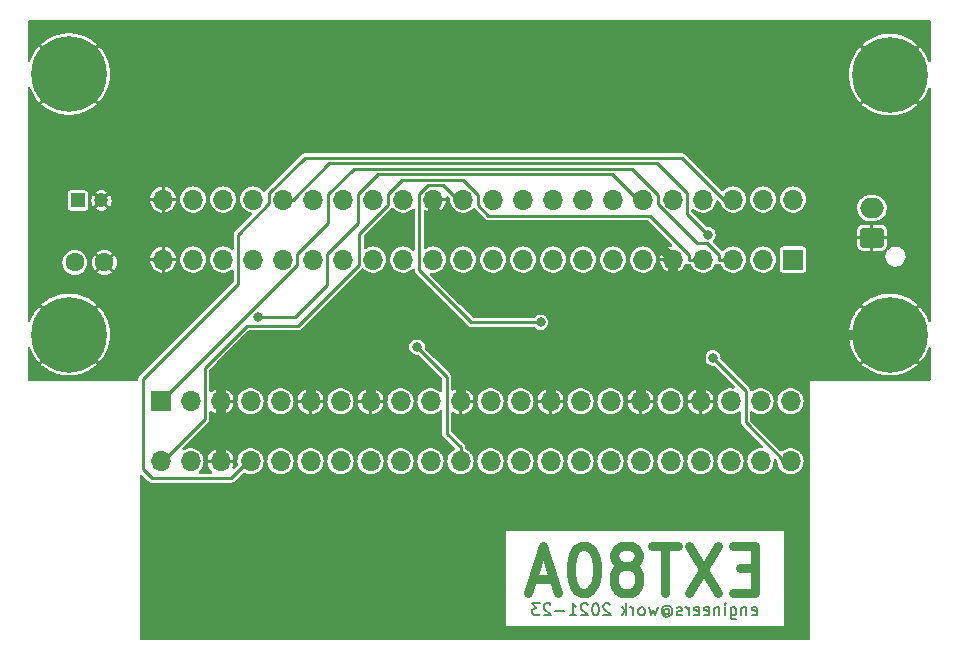
<source format=gbr>
G04 #@! TF.GenerationSoftware,KiCad,Pcbnew,(7.0.0-0)*
G04 #@! TF.CreationDate,2023-03-11T20:56:30+00:00*
G04 #@! TF.ProjectId,EXT80A,45585438-3041-42e6-9b69-6361645f7063,rev?*
G04 #@! TF.SameCoordinates,Original*
G04 #@! TF.FileFunction,Copper,L2,Bot*
G04 #@! TF.FilePolarity,Positive*
%FSLAX46Y46*%
G04 Gerber Fmt 4.6, Leading zero omitted, Abs format (unit mm)*
G04 Created by KiCad (PCBNEW (7.0.0-0)) date 2023-03-11 20:56:30*
%MOMM*%
%LPD*%
G01*
G04 APERTURE LIST*
G04 Aperture macros list*
%AMRoundRect*
0 Rectangle with rounded corners*
0 $1 Rounding radius*
0 $2 $3 $4 $5 $6 $7 $8 $9 X,Y pos of 4 corners*
0 Add a 4 corners polygon primitive as box body*
4,1,4,$2,$3,$4,$5,$6,$7,$8,$9,$2,$3,0*
0 Add four circle primitives for the rounded corners*
1,1,$1+$1,$2,$3*
1,1,$1+$1,$4,$5*
1,1,$1+$1,$6,$7*
1,1,$1+$1,$8,$9*
0 Add four rect primitives between the rounded corners*
20,1,$1+$1,$2,$3,$4,$5,0*
20,1,$1+$1,$4,$5,$6,$7,0*
20,1,$1+$1,$6,$7,$8,$9,0*
20,1,$1+$1,$8,$9,$2,$3,0*%
G04 Aperture macros list end*
%ADD10C,0.200000*%
G04 #@! TA.AperFunction,NonConductor*
%ADD11C,0.200000*%
G04 #@! TD*
%ADD12C,0.750000*%
G04 #@! TA.AperFunction,NonConductor*
%ADD13C,0.750000*%
G04 #@! TD*
G04 #@! TA.AperFunction,ComponentPad*
%ADD14R,1.700000X1.700000*%
G04 #@! TD*
G04 #@! TA.AperFunction,ComponentPad*
%ADD15O,1.700000X1.700000*%
G04 #@! TD*
G04 #@! TA.AperFunction,ComponentPad*
%ADD16R,1.200000X1.200000*%
G04 #@! TD*
G04 #@! TA.AperFunction,ComponentPad*
%ADD17C,1.200000*%
G04 #@! TD*
G04 #@! TA.AperFunction,ComponentPad*
%ADD18RoundRect,0.250000X0.750000X-0.600000X0.750000X0.600000X-0.750000X0.600000X-0.750000X-0.600000X0*%
G04 #@! TD*
G04 #@! TA.AperFunction,ComponentPad*
%ADD19O,2.000000X1.700000*%
G04 #@! TD*
G04 #@! TA.AperFunction,ComponentPad*
%ADD20C,0.800000*%
G04 #@! TD*
G04 #@! TA.AperFunction,ComponentPad*
%ADD21C,6.400000*%
G04 #@! TD*
G04 #@! TA.AperFunction,ComponentPad*
%ADD22C,1.600000*%
G04 #@! TD*
G04 #@! TA.AperFunction,ViaPad*
%ADD23C,0.800000*%
G04 #@! TD*
G04 #@! TA.AperFunction,Conductor*
%ADD24C,0.250000*%
G04 #@! TD*
G04 #@! TA.AperFunction,Conductor*
%ADD25C,0.812800*%
G04 #@! TD*
G04 #@! TA.AperFunction,Conductor*
%ADD26C,0.500000*%
G04 #@! TD*
G04 APERTURE END LIST*
D10*
D11*
X185585714Y-121569761D02*
X185680952Y-121617380D01*
X185680952Y-121617380D02*
X185871428Y-121617380D01*
X185871428Y-121617380D02*
X185966666Y-121569761D01*
X185966666Y-121569761D02*
X186014285Y-121474523D01*
X186014285Y-121474523D02*
X186014285Y-121093571D01*
X186014285Y-121093571D02*
X185966666Y-120998333D01*
X185966666Y-120998333D02*
X185871428Y-120950714D01*
X185871428Y-120950714D02*
X185680952Y-120950714D01*
X185680952Y-120950714D02*
X185585714Y-120998333D01*
X185585714Y-120998333D02*
X185538095Y-121093571D01*
X185538095Y-121093571D02*
X185538095Y-121188809D01*
X185538095Y-121188809D02*
X186014285Y-121284047D01*
X185109523Y-120950714D02*
X185109523Y-121617380D01*
X185109523Y-121045952D02*
X185061904Y-120998333D01*
X185061904Y-120998333D02*
X184966666Y-120950714D01*
X184966666Y-120950714D02*
X184823809Y-120950714D01*
X184823809Y-120950714D02*
X184728571Y-120998333D01*
X184728571Y-120998333D02*
X184680952Y-121093571D01*
X184680952Y-121093571D02*
X184680952Y-121617380D01*
X183776190Y-120950714D02*
X183776190Y-121760238D01*
X183776190Y-121760238D02*
X183823809Y-121855476D01*
X183823809Y-121855476D02*
X183871428Y-121903095D01*
X183871428Y-121903095D02*
X183966666Y-121950714D01*
X183966666Y-121950714D02*
X184109523Y-121950714D01*
X184109523Y-121950714D02*
X184204761Y-121903095D01*
X183776190Y-121569761D02*
X183871428Y-121617380D01*
X183871428Y-121617380D02*
X184061904Y-121617380D01*
X184061904Y-121617380D02*
X184157142Y-121569761D01*
X184157142Y-121569761D02*
X184204761Y-121522142D01*
X184204761Y-121522142D02*
X184252380Y-121426904D01*
X184252380Y-121426904D02*
X184252380Y-121141190D01*
X184252380Y-121141190D02*
X184204761Y-121045952D01*
X184204761Y-121045952D02*
X184157142Y-120998333D01*
X184157142Y-120998333D02*
X184061904Y-120950714D01*
X184061904Y-120950714D02*
X183871428Y-120950714D01*
X183871428Y-120950714D02*
X183776190Y-120998333D01*
X183299999Y-121617380D02*
X183299999Y-120950714D01*
X183299999Y-120617380D02*
X183347618Y-120665000D01*
X183347618Y-120665000D02*
X183299999Y-120712619D01*
X183299999Y-120712619D02*
X183252380Y-120665000D01*
X183252380Y-120665000D02*
X183299999Y-120617380D01*
X183299999Y-120617380D02*
X183299999Y-120712619D01*
X182823809Y-120950714D02*
X182823809Y-121617380D01*
X182823809Y-121045952D02*
X182776190Y-120998333D01*
X182776190Y-120998333D02*
X182680952Y-120950714D01*
X182680952Y-120950714D02*
X182538095Y-120950714D01*
X182538095Y-120950714D02*
X182442857Y-120998333D01*
X182442857Y-120998333D02*
X182395238Y-121093571D01*
X182395238Y-121093571D02*
X182395238Y-121617380D01*
X181538095Y-121569761D02*
X181633333Y-121617380D01*
X181633333Y-121617380D02*
X181823809Y-121617380D01*
X181823809Y-121617380D02*
X181919047Y-121569761D01*
X181919047Y-121569761D02*
X181966666Y-121474523D01*
X181966666Y-121474523D02*
X181966666Y-121093571D01*
X181966666Y-121093571D02*
X181919047Y-120998333D01*
X181919047Y-120998333D02*
X181823809Y-120950714D01*
X181823809Y-120950714D02*
X181633333Y-120950714D01*
X181633333Y-120950714D02*
X181538095Y-120998333D01*
X181538095Y-120998333D02*
X181490476Y-121093571D01*
X181490476Y-121093571D02*
X181490476Y-121188809D01*
X181490476Y-121188809D02*
X181966666Y-121284047D01*
X180680952Y-121569761D02*
X180776190Y-121617380D01*
X180776190Y-121617380D02*
X180966666Y-121617380D01*
X180966666Y-121617380D02*
X181061904Y-121569761D01*
X181061904Y-121569761D02*
X181109523Y-121474523D01*
X181109523Y-121474523D02*
X181109523Y-121093571D01*
X181109523Y-121093571D02*
X181061904Y-120998333D01*
X181061904Y-120998333D02*
X180966666Y-120950714D01*
X180966666Y-120950714D02*
X180776190Y-120950714D01*
X180776190Y-120950714D02*
X180680952Y-120998333D01*
X180680952Y-120998333D02*
X180633333Y-121093571D01*
X180633333Y-121093571D02*
X180633333Y-121188809D01*
X180633333Y-121188809D02*
X181109523Y-121284047D01*
X180204761Y-121617380D02*
X180204761Y-120950714D01*
X180204761Y-121141190D02*
X180157142Y-121045952D01*
X180157142Y-121045952D02*
X180109523Y-120998333D01*
X180109523Y-120998333D02*
X180014285Y-120950714D01*
X180014285Y-120950714D02*
X179919047Y-120950714D01*
X179633332Y-121569761D02*
X179538094Y-121617380D01*
X179538094Y-121617380D02*
X179347618Y-121617380D01*
X179347618Y-121617380D02*
X179252380Y-121569761D01*
X179252380Y-121569761D02*
X179204761Y-121474523D01*
X179204761Y-121474523D02*
X179204761Y-121426904D01*
X179204761Y-121426904D02*
X179252380Y-121331666D01*
X179252380Y-121331666D02*
X179347618Y-121284047D01*
X179347618Y-121284047D02*
X179490475Y-121284047D01*
X179490475Y-121284047D02*
X179585713Y-121236428D01*
X179585713Y-121236428D02*
X179633332Y-121141190D01*
X179633332Y-121141190D02*
X179633332Y-121093571D01*
X179633332Y-121093571D02*
X179585713Y-120998333D01*
X179585713Y-120998333D02*
X179490475Y-120950714D01*
X179490475Y-120950714D02*
X179347618Y-120950714D01*
X179347618Y-120950714D02*
X179252380Y-120998333D01*
X178157142Y-121141190D02*
X178204761Y-121093571D01*
X178204761Y-121093571D02*
X178299999Y-121045952D01*
X178299999Y-121045952D02*
X178395237Y-121045952D01*
X178395237Y-121045952D02*
X178490475Y-121093571D01*
X178490475Y-121093571D02*
X178538094Y-121141190D01*
X178538094Y-121141190D02*
X178585713Y-121236428D01*
X178585713Y-121236428D02*
X178585713Y-121331666D01*
X178585713Y-121331666D02*
X178538094Y-121426904D01*
X178538094Y-121426904D02*
X178490475Y-121474523D01*
X178490475Y-121474523D02*
X178395237Y-121522142D01*
X178395237Y-121522142D02*
X178299999Y-121522142D01*
X178299999Y-121522142D02*
X178204761Y-121474523D01*
X178204761Y-121474523D02*
X178157142Y-121426904D01*
X178157142Y-121045952D02*
X178157142Y-121426904D01*
X178157142Y-121426904D02*
X178109523Y-121474523D01*
X178109523Y-121474523D02*
X178061904Y-121474523D01*
X178061904Y-121474523D02*
X177966665Y-121426904D01*
X177966665Y-121426904D02*
X177919046Y-121331666D01*
X177919046Y-121331666D02*
X177919046Y-121093571D01*
X177919046Y-121093571D02*
X178014285Y-120950714D01*
X178014285Y-120950714D02*
X178157142Y-120855476D01*
X178157142Y-120855476D02*
X178347618Y-120807857D01*
X178347618Y-120807857D02*
X178538094Y-120855476D01*
X178538094Y-120855476D02*
X178680951Y-120950714D01*
X178680951Y-120950714D02*
X178776189Y-121093571D01*
X178776189Y-121093571D02*
X178823808Y-121284047D01*
X178823808Y-121284047D02*
X178776189Y-121474523D01*
X178776189Y-121474523D02*
X178680951Y-121617380D01*
X178680951Y-121617380D02*
X178538094Y-121712619D01*
X178538094Y-121712619D02*
X178347618Y-121760238D01*
X178347618Y-121760238D02*
X178157142Y-121712619D01*
X178157142Y-121712619D02*
X178014285Y-121617380D01*
X177585713Y-120950714D02*
X177395237Y-121617380D01*
X177395237Y-121617380D02*
X177204761Y-121141190D01*
X177204761Y-121141190D02*
X177014285Y-121617380D01*
X177014285Y-121617380D02*
X176823809Y-120950714D01*
X176299999Y-121617380D02*
X176395237Y-121569761D01*
X176395237Y-121569761D02*
X176442856Y-121522142D01*
X176442856Y-121522142D02*
X176490475Y-121426904D01*
X176490475Y-121426904D02*
X176490475Y-121141190D01*
X176490475Y-121141190D02*
X176442856Y-121045952D01*
X176442856Y-121045952D02*
X176395237Y-120998333D01*
X176395237Y-120998333D02*
X176299999Y-120950714D01*
X176299999Y-120950714D02*
X176157142Y-120950714D01*
X176157142Y-120950714D02*
X176061904Y-120998333D01*
X176061904Y-120998333D02*
X176014285Y-121045952D01*
X176014285Y-121045952D02*
X175966666Y-121141190D01*
X175966666Y-121141190D02*
X175966666Y-121426904D01*
X175966666Y-121426904D02*
X176014285Y-121522142D01*
X176014285Y-121522142D02*
X176061904Y-121569761D01*
X176061904Y-121569761D02*
X176157142Y-121617380D01*
X176157142Y-121617380D02*
X176299999Y-121617380D01*
X175538094Y-121617380D02*
X175538094Y-120950714D01*
X175538094Y-121141190D02*
X175490475Y-121045952D01*
X175490475Y-121045952D02*
X175442856Y-120998333D01*
X175442856Y-120998333D02*
X175347618Y-120950714D01*
X175347618Y-120950714D02*
X175252380Y-120950714D01*
X174919046Y-121617380D02*
X174919046Y-120617380D01*
X174823808Y-121236428D02*
X174538094Y-121617380D01*
X174538094Y-120950714D02*
X174919046Y-121331666D01*
X173557141Y-120712619D02*
X173509522Y-120665000D01*
X173509522Y-120665000D02*
X173414284Y-120617380D01*
X173414284Y-120617380D02*
X173176189Y-120617380D01*
X173176189Y-120617380D02*
X173080951Y-120665000D01*
X173080951Y-120665000D02*
X173033332Y-120712619D01*
X173033332Y-120712619D02*
X172985713Y-120807857D01*
X172985713Y-120807857D02*
X172985713Y-120903095D01*
X172985713Y-120903095D02*
X173033332Y-121045952D01*
X173033332Y-121045952D02*
X173604760Y-121617380D01*
X173604760Y-121617380D02*
X172985713Y-121617380D01*
X172366665Y-120617380D02*
X172271427Y-120617380D01*
X172271427Y-120617380D02*
X172176189Y-120665000D01*
X172176189Y-120665000D02*
X172128570Y-120712619D01*
X172128570Y-120712619D02*
X172080951Y-120807857D01*
X172080951Y-120807857D02*
X172033332Y-120998333D01*
X172033332Y-120998333D02*
X172033332Y-121236428D01*
X172033332Y-121236428D02*
X172080951Y-121426904D01*
X172080951Y-121426904D02*
X172128570Y-121522142D01*
X172128570Y-121522142D02*
X172176189Y-121569761D01*
X172176189Y-121569761D02*
X172271427Y-121617380D01*
X172271427Y-121617380D02*
X172366665Y-121617380D01*
X172366665Y-121617380D02*
X172461903Y-121569761D01*
X172461903Y-121569761D02*
X172509522Y-121522142D01*
X172509522Y-121522142D02*
X172557141Y-121426904D01*
X172557141Y-121426904D02*
X172604760Y-121236428D01*
X172604760Y-121236428D02*
X172604760Y-120998333D01*
X172604760Y-120998333D02*
X172557141Y-120807857D01*
X172557141Y-120807857D02*
X172509522Y-120712619D01*
X172509522Y-120712619D02*
X172461903Y-120665000D01*
X172461903Y-120665000D02*
X172366665Y-120617380D01*
X171652379Y-120712619D02*
X171604760Y-120665000D01*
X171604760Y-120665000D02*
X171509522Y-120617380D01*
X171509522Y-120617380D02*
X171271427Y-120617380D01*
X171271427Y-120617380D02*
X171176189Y-120665000D01*
X171176189Y-120665000D02*
X171128570Y-120712619D01*
X171128570Y-120712619D02*
X171080951Y-120807857D01*
X171080951Y-120807857D02*
X171080951Y-120903095D01*
X171080951Y-120903095D02*
X171128570Y-121045952D01*
X171128570Y-121045952D02*
X171699998Y-121617380D01*
X171699998Y-121617380D02*
X171080951Y-121617380D01*
X170128570Y-121617380D02*
X170699998Y-121617380D01*
X170414284Y-121617380D02*
X170414284Y-120617380D01*
X170414284Y-120617380D02*
X170509522Y-120760238D01*
X170509522Y-120760238D02*
X170604760Y-120855476D01*
X170604760Y-120855476D02*
X170699998Y-120903095D01*
X169699998Y-121236428D02*
X168938094Y-121236428D01*
X168509522Y-120712619D02*
X168461903Y-120665000D01*
X168461903Y-120665000D02*
X168366665Y-120617380D01*
X168366665Y-120617380D02*
X168128570Y-120617380D01*
X168128570Y-120617380D02*
X168033332Y-120665000D01*
X168033332Y-120665000D02*
X167985713Y-120712619D01*
X167985713Y-120712619D02*
X167938094Y-120807857D01*
X167938094Y-120807857D02*
X167938094Y-120903095D01*
X167938094Y-120903095D02*
X167985713Y-121045952D01*
X167985713Y-121045952D02*
X168557141Y-121617380D01*
X168557141Y-121617380D02*
X167938094Y-121617380D01*
X167604760Y-120617380D02*
X166985713Y-120617380D01*
X166985713Y-120617380D02*
X167319046Y-120998333D01*
X167319046Y-120998333D02*
X167176189Y-120998333D01*
X167176189Y-120998333D02*
X167080951Y-121045952D01*
X167080951Y-121045952D02*
X167033332Y-121093571D01*
X167033332Y-121093571D02*
X166985713Y-121188809D01*
X166985713Y-121188809D02*
X166985713Y-121426904D01*
X166985713Y-121426904D02*
X167033332Y-121522142D01*
X167033332Y-121522142D02*
X167080951Y-121569761D01*
X167080951Y-121569761D02*
X167176189Y-121617380D01*
X167176189Y-121617380D02*
X167461903Y-121617380D01*
X167461903Y-121617380D02*
X167557141Y-121569761D01*
X167557141Y-121569761D02*
X167604760Y-121522142D01*
D12*
D13*
X185819048Y-117624285D02*
X184552381Y-117624285D01*
X184009524Y-119719523D02*
X185819048Y-119719523D01*
X185819048Y-119719523D02*
X185819048Y-115719523D01*
X185819048Y-115719523D02*
X184009524Y-115719523D01*
X182742857Y-115719523D02*
X180209524Y-119719523D01*
X180209524Y-115719523D02*
X182742857Y-119719523D01*
X179304762Y-115719523D02*
X177133333Y-115719523D01*
X178219047Y-119719523D02*
X178219047Y-115719523D01*
X175323809Y-117433809D02*
X175685714Y-117243333D01*
X175685714Y-117243333D02*
X175866667Y-117052857D01*
X175866667Y-117052857D02*
X176047619Y-116671904D01*
X176047619Y-116671904D02*
X176047619Y-116481428D01*
X176047619Y-116481428D02*
X175866667Y-116100476D01*
X175866667Y-116100476D02*
X175685714Y-115910000D01*
X175685714Y-115910000D02*
X175323809Y-115719523D01*
X175323809Y-115719523D02*
X174600000Y-115719523D01*
X174600000Y-115719523D02*
X174238095Y-115910000D01*
X174238095Y-115910000D02*
X174057143Y-116100476D01*
X174057143Y-116100476D02*
X173876190Y-116481428D01*
X173876190Y-116481428D02*
X173876190Y-116671904D01*
X173876190Y-116671904D02*
X174057143Y-117052857D01*
X174057143Y-117052857D02*
X174238095Y-117243333D01*
X174238095Y-117243333D02*
X174600000Y-117433809D01*
X174600000Y-117433809D02*
X175323809Y-117433809D01*
X175323809Y-117433809D02*
X175685714Y-117624285D01*
X175685714Y-117624285D02*
X175866667Y-117814761D01*
X175866667Y-117814761D02*
X176047619Y-118195714D01*
X176047619Y-118195714D02*
X176047619Y-118957619D01*
X176047619Y-118957619D02*
X175866667Y-119338571D01*
X175866667Y-119338571D02*
X175685714Y-119529047D01*
X175685714Y-119529047D02*
X175323809Y-119719523D01*
X175323809Y-119719523D02*
X174600000Y-119719523D01*
X174600000Y-119719523D02*
X174238095Y-119529047D01*
X174238095Y-119529047D02*
X174057143Y-119338571D01*
X174057143Y-119338571D02*
X173876190Y-118957619D01*
X173876190Y-118957619D02*
X173876190Y-118195714D01*
X173876190Y-118195714D02*
X174057143Y-117814761D01*
X174057143Y-117814761D02*
X174238095Y-117624285D01*
X174238095Y-117624285D02*
X174600000Y-117433809D01*
X171523809Y-115719523D02*
X171161904Y-115719523D01*
X171161904Y-115719523D02*
X170800000Y-115910000D01*
X170800000Y-115910000D02*
X170619047Y-116100476D01*
X170619047Y-116100476D02*
X170438095Y-116481428D01*
X170438095Y-116481428D02*
X170257142Y-117243333D01*
X170257142Y-117243333D02*
X170257142Y-118195714D01*
X170257142Y-118195714D02*
X170438095Y-118957619D01*
X170438095Y-118957619D02*
X170619047Y-119338571D01*
X170619047Y-119338571D02*
X170800000Y-119529047D01*
X170800000Y-119529047D02*
X171161904Y-119719523D01*
X171161904Y-119719523D02*
X171523809Y-119719523D01*
X171523809Y-119719523D02*
X171885714Y-119529047D01*
X171885714Y-119529047D02*
X172066666Y-119338571D01*
X172066666Y-119338571D02*
X172247619Y-118957619D01*
X172247619Y-118957619D02*
X172428571Y-118195714D01*
X172428571Y-118195714D02*
X172428571Y-117243333D01*
X172428571Y-117243333D02*
X172247619Y-116481428D01*
X172247619Y-116481428D02*
X172066666Y-116100476D01*
X172066666Y-116100476D02*
X171885714Y-115910000D01*
X171885714Y-115910000D02*
X171523809Y-115719523D01*
X168809523Y-118576666D02*
X166999999Y-118576666D01*
X169171428Y-119719523D02*
X167904761Y-115719523D01*
X167904761Y-115719523D02*
X166638094Y-119719523D01*
D14*
X135499999Y-103499999D03*
D15*
X135499999Y-108579999D03*
X138039999Y-103499999D03*
X138039999Y-108579999D03*
X140579999Y-103499999D03*
X140579999Y-108579999D03*
X143119999Y-103499999D03*
X143119999Y-108579999D03*
X145659999Y-103499999D03*
X145659999Y-108579999D03*
X148199999Y-103499999D03*
X148199999Y-108579999D03*
X150739999Y-103499999D03*
X150739999Y-108579999D03*
X153279999Y-103499999D03*
X153279999Y-108579999D03*
X155819999Y-103499999D03*
X155819999Y-108579999D03*
X158359999Y-103499999D03*
X158359999Y-108579999D03*
X160899999Y-103499999D03*
X160899999Y-108579999D03*
X163439999Y-103499999D03*
X163439999Y-108579999D03*
X165979999Y-103499999D03*
X165979999Y-108579999D03*
X168519999Y-103499999D03*
X168519999Y-108579999D03*
X171059999Y-103499999D03*
X171059999Y-108579999D03*
X173599999Y-103499999D03*
X173599999Y-108579999D03*
X176139999Y-103499999D03*
X176139999Y-108579999D03*
X178679999Y-103499999D03*
X178679999Y-108579999D03*
X181219999Y-103499999D03*
X181219999Y-108579999D03*
X183759999Y-103499999D03*
X183759999Y-108579999D03*
X186299999Y-103499999D03*
X186299999Y-108579999D03*
X188839999Y-103499999D03*
X188839999Y-108579999D03*
D14*
X189059999Y-91499999D03*
D15*
X189059999Y-86419999D03*
X186519999Y-91499999D03*
X186519999Y-86419999D03*
X183979999Y-91499999D03*
X183979999Y-86419999D03*
X181439999Y-91499999D03*
X181439999Y-86419999D03*
X178899999Y-91499999D03*
X178899999Y-86419999D03*
X176359999Y-91499999D03*
X176359999Y-86419999D03*
X173819999Y-91499999D03*
X173819999Y-86419999D03*
X171279999Y-91499999D03*
X171279999Y-86419999D03*
X168739999Y-91499999D03*
X168739999Y-86419999D03*
X166199999Y-91499999D03*
X166199999Y-86419999D03*
X163659999Y-91499999D03*
X163659999Y-86419999D03*
X161119999Y-91499999D03*
X161119999Y-86419999D03*
X158579999Y-91499999D03*
X158579999Y-86419999D03*
X156039999Y-91499999D03*
X156039999Y-86419999D03*
X153499999Y-91499999D03*
X153499999Y-86419999D03*
X150959999Y-91499999D03*
X150959999Y-86419999D03*
X148419999Y-91499999D03*
X148419999Y-86419999D03*
X145879999Y-91499999D03*
X145879999Y-86419999D03*
X143339999Y-91499999D03*
X143339999Y-86419999D03*
X140799999Y-91499999D03*
X140799999Y-86419999D03*
X138259999Y-91499999D03*
X138259999Y-86419999D03*
X135719999Y-91499999D03*
X135719999Y-86419999D03*
D16*
X128499999Y-86499999D03*
D17*
X130500000Y-86500000D03*
D18*
X195725000Y-89650000D03*
D19*
X195724999Y-87149999D03*
D20*
X194850000Y-97850000D03*
X195552944Y-96152944D03*
X195552944Y-99547056D03*
X197250000Y-95450000D03*
D21*
X197250000Y-97850000D03*
D20*
X197250000Y-100250000D03*
X198947056Y-96152944D03*
X198947056Y-99547056D03*
X199650000Y-97850000D03*
X125350000Y-75802900D03*
X126052944Y-74105844D03*
X126052944Y-77499956D03*
X127750000Y-73402900D03*
D21*
X127750000Y-75802900D03*
D20*
X127750000Y-78202900D03*
X129447056Y-74105844D03*
X129447056Y-77499956D03*
X130150000Y-75802900D03*
X194850000Y-75850000D03*
X195552944Y-74152944D03*
X195552944Y-77547056D03*
X197250000Y-73450000D03*
D21*
X197250000Y-75850000D03*
D20*
X197250000Y-78250000D03*
X198947056Y-74152944D03*
X198947056Y-77547056D03*
X199650000Y-75850000D03*
X125350000Y-97850000D03*
X126052944Y-96152944D03*
X126052944Y-99547056D03*
X127750000Y-95450000D03*
D21*
X127750000Y-97850000D03*
D20*
X127750000Y-100250000D03*
X129447056Y-96152944D03*
X129447056Y-99547056D03*
X130150000Y-97850000D03*
D22*
X128250000Y-91750000D03*
X130750000Y-91750000D03*
D23*
X157214000Y-98898600D03*
X143734600Y-96380800D03*
X181848800Y-89390100D03*
X167679400Y-96816100D03*
X182257200Y-99817600D03*
D24*
X180264700Y-91500000D02*
X180264700Y-91132700D01*
X180264700Y-91132700D02*
X176904500Y-87772500D01*
X181440000Y-91500000D02*
X180264700Y-91500000D01*
X162390000Y-86024400D02*
X161117500Y-84751900D01*
X163254400Y-87772500D02*
X162390000Y-86908100D01*
X176904500Y-87772500D02*
X163254400Y-87772500D01*
X162390000Y-86908100D02*
X162390000Y-86024400D01*
X161117500Y-84751900D02*
X155979200Y-84751900D01*
X155979200Y-84751900D02*
X154770000Y-85961100D01*
X154770000Y-85961100D02*
X154770000Y-86882500D01*
X154770000Y-86882500D02*
X152325000Y-89327500D01*
X152325000Y-89327500D02*
X152325000Y-91925000D01*
X152325000Y-91925000D02*
X147131800Y-97118200D01*
X147131800Y-97118200D02*
X142817500Y-97118200D01*
X142817500Y-97118200D02*
X139259100Y-100676600D01*
X139259100Y-100676600D02*
X139259100Y-104990900D01*
X139259100Y-104990900D02*
X135670000Y-108580000D01*
X135670000Y-108580000D02*
X135500000Y-108580000D01*
X183980000Y-86420000D02*
X183172000Y-86420000D01*
X179647100Y-82895100D02*
X147695900Y-82895100D01*
X142920000Y-108580000D02*
X143120000Y-108580000D01*
X183172000Y-86420000D02*
X179647100Y-82895100D01*
X144704600Y-85886400D02*
X144704600Y-86748600D01*
X147695900Y-82895100D02*
X144704600Y-85886400D01*
X134000000Y-101628600D02*
X134000000Y-109250000D01*
X144704600Y-86748600D02*
X142070000Y-89383200D01*
X134750000Y-110000000D02*
X141500000Y-110000000D01*
X142070000Y-89383200D02*
X142070000Y-93558600D01*
X142070000Y-93558600D02*
X134000000Y-101628600D01*
X134000000Y-109250000D02*
X134750000Y-110000000D01*
X141500000Y-110000000D02*
X142920000Y-108580000D01*
X188840000Y-108580000D02*
X188330000Y-108580000D01*
X188330000Y-108580000D02*
X185030000Y-105280000D01*
X185030000Y-102590400D02*
X182257200Y-99817600D01*
X185030000Y-105280000D02*
X185030000Y-102590400D01*
X183980000Y-91500000D02*
X182804700Y-91500000D01*
X182804700Y-91132600D02*
X181810200Y-90138100D01*
X182804700Y-91500000D02*
X182804700Y-91132600D01*
X181810200Y-90138100D02*
X180933900Y-90138100D01*
X180933900Y-90138100D02*
X177630000Y-86834200D01*
X177630000Y-86834200D02*
X177630000Y-86027700D01*
X177630000Y-86027700D02*
X175401500Y-83799200D01*
X175401500Y-83799200D02*
X151855200Y-83799200D01*
X151855200Y-83799200D02*
X149690000Y-85964400D01*
X149690000Y-85964400D02*
X149690000Y-88378299D01*
X149690000Y-88378299D02*
X147055000Y-91013299D01*
X147055000Y-91013299D02*
X147055000Y-91986701D01*
X147055000Y-91986701D02*
X135541701Y-103500000D01*
X135541701Y-103500000D02*
X135500000Y-103500000D01*
X176360000Y-86420000D02*
X175920000Y-86420000D01*
X175920000Y-86420000D02*
X173749600Y-84249600D01*
X173749600Y-84249600D02*
X153944800Y-84249600D01*
X146869200Y-96380800D02*
X143734600Y-96380800D01*
X153944800Y-84249600D02*
X152230000Y-85964400D01*
X152230000Y-85964400D02*
X152230000Y-88378299D01*
X152230000Y-88378299D02*
X149595000Y-91013299D01*
X149595000Y-91013299D02*
X149595000Y-93655000D01*
X149595000Y-93655000D02*
X146869200Y-96380800D01*
X161120000Y-86420000D02*
X160670000Y-86420000D01*
X160670000Y-86420000D02*
X159454300Y-85204300D01*
X157399400Y-92399400D02*
X161816100Y-96816100D01*
X159454300Y-85204300D02*
X158133400Y-85204300D01*
X158133400Y-85204300D02*
X157399400Y-85938300D01*
X157399400Y-85938300D02*
X157399400Y-92399400D01*
X161816100Y-96816100D02*
X167679400Y-96816100D01*
X145880000Y-86420000D02*
X146688000Y-86420000D01*
X146688000Y-86420000D02*
X149759200Y-83348800D01*
X149759200Y-83348800D02*
X177544000Y-83348800D01*
X180075400Y-85880200D02*
X180075400Y-87616700D01*
X177544000Y-83348800D02*
X180075400Y-85880200D01*
X180075400Y-87616700D02*
X181848800Y-89390100D01*
X159724700Y-101409300D02*
X157214000Y-98898600D01*
X159724700Y-106229400D02*
X159724700Y-101409300D01*
X160900000Y-107404700D02*
X159724700Y-106229400D01*
X160900000Y-108580000D02*
X160900000Y-107404700D01*
D25*
X158580000Y-87330000D02*
X158580000Y-86420000D01*
X160250000Y-89000000D02*
X158580000Y-87330000D01*
X176400000Y-89000000D02*
X160250000Y-89000000D01*
X178900000Y-91500000D02*
X176400000Y-89000000D01*
X140580000Y-103500000D02*
X140580000Y-108580000D01*
X140580000Y-100420000D02*
X140580000Y-103500000D01*
X143150000Y-97850000D02*
X140580000Y-100420000D01*
X149650000Y-97850000D02*
X143150000Y-97850000D01*
X163650000Y-97850000D02*
X155150000Y-97850000D01*
X153280000Y-99720000D02*
X153280000Y-103500000D01*
X155150000Y-97850000D02*
X153280000Y-99720000D01*
X181220000Y-97980000D02*
X181220000Y-103500000D01*
X181350000Y-97850000D02*
X181220000Y-97980000D01*
X178900000Y-95400000D02*
X181350000Y-97850000D01*
X178900000Y-91500000D02*
X178900000Y-95400000D01*
X181350000Y-97850000D02*
X194850000Y-97850000D01*
X181350000Y-97850000D02*
X178150000Y-97850000D01*
X176140000Y-99860000D02*
X176140000Y-103500000D01*
X178150000Y-97850000D02*
X176140000Y-99860000D01*
X178150000Y-97850000D02*
X171150000Y-97850000D01*
X168520000Y-100480000D02*
X168520000Y-103500000D01*
X171150000Y-97850000D02*
X168520000Y-100480000D01*
X171150000Y-97850000D02*
X163650000Y-97850000D01*
X160900000Y-100600000D02*
X160900000Y-103500000D01*
X163650000Y-97850000D02*
X160900000Y-100600000D01*
X155150000Y-97850000D02*
X149650000Y-97850000D01*
X148200000Y-99300000D02*
X148200000Y-103500000D01*
X149650000Y-97850000D02*
X148200000Y-99300000D01*
D26*
X130150000Y-98844200D02*
X130150000Y-97850000D01*
X129447100Y-99547100D02*
X130150000Y-98844200D01*
X198947100Y-76552900D02*
X198947100Y-77547100D01*
X199650000Y-75850000D02*
X198947100Y-76552900D01*
X199650000Y-74855800D02*
X199650000Y-75850000D01*
X198947100Y-74152900D02*
X199650000Y-74855800D01*
X195552900Y-99547100D02*
X195552900Y-97850000D01*
D25*
X194850000Y-97850000D02*
X195552900Y-97850000D01*
X195552900Y-97850000D02*
X197250000Y-97850000D01*
G04 #@! TA.AperFunction,Conductor*
G36*
X200688000Y-71266613D02*
G01*
X200733387Y-71312000D01*
X200750000Y-71374000D01*
X200750000Y-74656462D01*
X200731551Y-74721538D01*
X200681695Y-74767250D01*
X200615267Y-74779997D01*
X200552032Y-74755985D01*
X200510807Y-74702359D01*
X200390614Y-74400696D01*
X200387794Y-74394600D01*
X200215508Y-74069636D01*
X200212041Y-74063873D01*
X200005630Y-73759440D01*
X200001570Y-73754099D01*
X199794041Y-73509777D01*
X199782697Y-73502160D01*
X199770771Y-73508832D01*
X197441147Y-75838457D01*
X197434483Y-75849999D01*
X197441147Y-75861542D01*
X199770771Y-78191166D01*
X199782697Y-78197838D01*
X199794041Y-78190221D01*
X200001570Y-77945900D01*
X200005630Y-77940559D01*
X200212041Y-77636126D01*
X200215508Y-77630363D01*
X200387794Y-77305399D01*
X200390614Y-77299303D01*
X200510807Y-76997641D01*
X200552032Y-76944015D01*
X200615267Y-76920003D01*
X200681695Y-76932750D01*
X200731551Y-76978462D01*
X200750000Y-77043538D01*
X200750000Y-96656462D01*
X200731551Y-96721538D01*
X200681695Y-96767250D01*
X200615267Y-96779997D01*
X200552032Y-96755985D01*
X200510807Y-96702359D01*
X200390614Y-96400696D01*
X200387794Y-96394600D01*
X200215508Y-96069636D01*
X200212041Y-96063873D01*
X200005630Y-95759440D01*
X200001570Y-95754099D01*
X199794041Y-95509777D01*
X199782697Y-95502160D01*
X199770771Y-95508832D01*
X197441147Y-97838457D01*
X197434483Y-97850000D01*
X197441147Y-97861542D01*
X199770771Y-100191166D01*
X199782697Y-100197838D01*
X199794041Y-100190221D01*
X200001570Y-99945900D01*
X200005630Y-99940559D01*
X200212041Y-99636126D01*
X200215508Y-99630363D01*
X200387794Y-99305399D01*
X200390614Y-99299303D01*
X200510807Y-98997641D01*
X200552032Y-98944015D01*
X200615267Y-98920003D01*
X200681695Y-98932750D01*
X200731551Y-98978462D01*
X200750000Y-99043538D01*
X200750000Y-101626000D01*
X200733387Y-101688000D01*
X200688000Y-101733387D01*
X200626000Y-101750000D01*
X190500000Y-101750000D01*
X190500000Y-101766326D01*
X190500000Y-123626000D01*
X190483387Y-123688000D01*
X190438000Y-123733387D01*
X190376000Y-123750000D01*
X133874000Y-123750000D01*
X133812000Y-123733387D01*
X133766613Y-123688000D01*
X133750000Y-123626000D01*
X133750000Y-122500000D01*
X164750000Y-122500000D01*
X188233674Y-122500000D01*
X188250000Y-122500000D01*
X188250000Y-114500000D01*
X188233674Y-114500000D01*
X188157356Y-114500000D01*
X188125262Y-114495775D01*
X188107239Y-114490946D01*
X188107239Y-114486571D01*
X164892761Y-114486571D01*
X164892761Y-114490946D01*
X164874738Y-114495775D01*
X164842644Y-114500000D01*
X164750000Y-114500000D01*
X164750000Y-122500000D01*
X133750000Y-122500000D01*
X133750000Y-109836056D01*
X133763515Y-109779761D01*
X133801115Y-109735738D01*
X133854602Y-109713583D01*
X133912318Y-109718125D01*
X133961681Y-109748375D01*
X134444728Y-110231422D01*
X134460853Y-110251278D01*
X134466932Y-110260582D01*
X134475037Y-110266890D01*
X134492239Y-110280279D01*
X134496219Y-110283794D01*
X134496349Y-110283641D01*
X134500258Y-110286952D01*
X134503886Y-110290580D01*
X134508054Y-110293555D01*
X134508059Y-110293560D01*
X134521013Y-110302808D01*
X134525092Y-110305848D01*
X134566881Y-110338375D01*
X134574480Y-110340984D01*
X134581020Y-110345653D01*
X134631741Y-110360753D01*
X134636577Y-110362302D01*
X134686673Y-110379500D01*
X134694710Y-110379500D01*
X134702409Y-110381792D01*
X134755261Y-110379605D01*
X134760385Y-110379500D01*
X141447779Y-110379500D01*
X141473225Y-110382138D01*
X141484100Y-110384419D01*
X141515923Y-110380452D01*
X141521216Y-110380123D01*
X141521200Y-110379924D01*
X141526312Y-110379500D01*
X141531443Y-110379500D01*
X141552205Y-110376034D01*
X141557222Y-110375303D01*
X141609783Y-110368752D01*
X141617003Y-110365222D01*
X141624927Y-110363900D01*
X141671463Y-110338715D01*
X141675967Y-110336396D01*
X141723568Y-110313126D01*
X141729252Y-110307441D01*
X141736316Y-110303619D01*
X141772189Y-110264648D01*
X141775666Y-110261026D01*
X142456181Y-109580511D01*
X142502650Y-109551242D01*
X142557204Y-109544914D01*
X142609141Y-109562769D01*
X142625573Y-109572944D01*
X142816444Y-109646888D01*
X143017653Y-109684500D01*
X143216618Y-109684500D01*
X143222347Y-109684500D01*
X143423556Y-109646888D01*
X143614427Y-109572944D01*
X143788462Y-109465186D01*
X143939732Y-109327285D01*
X144063088Y-109163935D01*
X144154328Y-108980701D01*
X144210345Y-108783821D01*
X144229232Y-108580000D01*
X144550768Y-108580000D01*
X144551297Y-108585709D01*
X144569117Y-108778021D01*
X144569655Y-108783821D01*
X144625672Y-108980701D01*
X144628224Y-108985826D01*
X144628226Y-108985831D01*
X144714357Y-109158805D01*
X144714359Y-109158809D01*
X144716912Y-109163935D01*
X144720361Y-109168502D01*
X144720364Y-109168507D01*
X144836810Y-109322707D01*
X144836815Y-109322712D01*
X144840268Y-109327285D01*
X144844504Y-109331146D01*
X144844508Y-109331151D01*
X144925367Y-109404863D01*
X144991538Y-109465186D01*
X145165573Y-109572944D01*
X145356444Y-109646888D01*
X145557653Y-109684500D01*
X145756618Y-109684500D01*
X145762347Y-109684500D01*
X145963556Y-109646888D01*
X146154427Y-109572944D01*
X146328462Y-109465186D01*
X146479732Y-109327285D01*
X146603088Y-109163935D01*
X146694328Y-108980701D01*
X146750345Y-108783821D01*
X146769232Y-108580000D01*
X147090768Y-108580000D01*
X147091297Y-108585709D01*
X147109117Y-108778021D01*
X147109655Y-108783821D01*
X147165672Y-108980701D01*
X147168224Y-108985826D01*
X147168226Y-108985831D01*
X147254357Y-109158805D01*
X147254359Y-109158809D01*
X147256912Y-109163935D01*
X147260361Y-109168502D01*
X147260364Y-109168507D01*
X147376810Y-109322707D01*
X147376815Y-109322712D01*
X147380268Y-109327285D01*
X147384504Y-109331146D01*
X147384508Y-109331151D01*
X147465367Y-109404863D01*
X147531538Y-109465186D01*
X147705573Y-109572944D01*
X147896444Y-109646888D01*
X148097653Y-109684500D01*
X148296618Y-109684500D01*
X148302347Y-109684500D01*
X148503556Y-109646888D01*
X148694427Y-109572944D01*
X148868462Y-109465186D01*
X149019732Y-109327285D01*
X149143088Y-109163935D01*
X149234328Y-108980701D01*
X149290345Y-108783821D01*
X149309232Y-108580000D01*
X149630768Y-108580000D01*
X149631297Y-108585709D01*
X149649117Y-108778021D01*
X149649655Y-108783821D01*
X149705672Y-108980701D01*
X149708224Y-108985826D01*
X149708226Y-108985831D01*
X149794357Y-109158805D01*
X149794359Y-109158809D01*
X149796912Y-109163935D01*
X149800361Y-109168502D01*
X149800364Y-109168507D01*
X149916810Y-109322707D01*
X149916815Y-109322712D01*
X149920268Y-109327285D01*
X149924504Y-109331146D01*
X149924508Y-109331151D01*
X150005367Y-109404863D01*
X150071538Y-109465186D01*
X150245573Y-109572944D01*
X150436444Y-109646888D01*
X150637653Y-109684500D01*
X150836618Y-109684500D01*
X150842347Y-109684500D01*
X151043556Y-109646888D01*
X151234427Y-109572944D01*
X151408462Y-109465186D01*
X151559732Y-109327285D01*
X151683088Y-109163935D01*
X151774328Y-108980701D01*
X151830345Y-108783821D01*
X151849232Y-108580000D01*
X152170768Y-108580000D01*
X152171297Y-108585709D01*
X152189117Y-108778021D01*
X152189655Y-108783821D01*
X152245672Y-108980701D01*
X152248224Y-108985826D01*
X152248226Y-108985831D01*
X152334357Y-109158805D01*
X152334359Y-109158809D01*
X152336912Y-109163935D01*
X152340361Y-109168502D01*
X152340364Y-109168507D01*
X152456810Y-109322707D01*
X152456815Y-109322712D01*
X152460268Y-109327285D01*
X152464504Y-109331146D01*
X152464508Y-109331151D01*
X152545367Y-109404863D01*
X152611538Y-109465186D01*
X152785573Y-109572944D01*
X152976444Y-109646888D01*
X153177653Y-109684500D01*
X153376618Y-109684500D01*
X153382347Y-109684500D01*
X153583556Y-109646888D01*
X153774427Y-109572944D01*
X153948462Y-109465186D01*
X154099732Y-109327285D01*
X154223088Y-109163935D01*
X154314328Y-108980701D01*
X154370345Y-108783821D01*
X154389232Y-108580000D01*
X154710768Y-108580000D01*
X154711297Y-108585709D01*
X154729117Y-108778021D01*
X154729655Y-108783821D01*
X154785672Y-108980701D01*
X154788224Y-108985826D01*
X154788226Y-108985831D01*
X154874357Y-109158805D01*
X154874359Y-109158809D01*
X154876912Y-109163935D01*
X154880361Y-109168502D01*
X154880364Y-109168507D01*
X154996810Y-109322707D01*
X154996815Y-109322712D01*
X155000268Y-109327285D01*
X155004504Y-109331146D01*
X155004508Y-109331151D01*
X155085367Y-109404863D01*
X155151538Y-109465186D01*
X155325573Y-109572944D01*
X155516444Y-109646888D01*
X155717653Y-109684500D01*
X155916618Y-109684500D01*
X155922347Y-109684500D01*
X156123556Y-109646888D01*
X156314427Y-109572944D01*
X156488462Y-109465186D01*
X156639732Y-109327285D01*
X156763088Y-109163935D01*
X156854328Y-108980701D01*
X156910345Y-108783821D01*
X156929232Y-108580000D01*
X157250768Y-108580000D01*
X157251297Y-108585709D01*
X157269117Y-108778021D01*
X157269655Y-108783821D01*
X157325672Y-108980701D01*
X157328224Y-108985826D01*
X157328226Y-108985831D01*
X157414357Y-109158805D01*
X157414359Y-109158809D01*
X157416912Y-109163935D01*
X157420361Y-109168502D01*
X157420364Y-109168507D01*
X157536810Y-109322707D01*
X157536815Y-109322712D01*
X157540268Y-109327285D01*
X157544504Y-109331146D01*
X157544508Y-109331151D01*
X157625367Y-109404863D01*
X157691538Y-109465186D01*
X157865573Y-109572944D01*
X158056444Y-109646888D01*
X158257653Y-109684500D01*
X158456618Y-109684500D01*
X158462347Y-109684500D01*
X158663556Y-109646888D01*
X158854427Y-109572944D01*
X159028462Y-109465186D01*
X159179732Y-109327285D01*
X159303088Y-109163935D01*
X159394328Y-108980701D01*
X159450345Y-108783821D01*
X159469232Y-108580000D01*
X159450345Y-108376179D01*
X159394328Y-108179299D01*
X159303088Y-107996065D01*
X159257546Y-107935757D01*
X159183189Y-107837292D01*
X159183185Y-107837288D01*
X159179732Y-107832715D01*
X159175495Y-107828852D01*
X159175491Y-107828848D01*
X159032696Y-107698674D01*
X159032697Y-107698674D01*
X159028462Y-107694814D01*
X159023596Y-107691801D01*
X159023592Y-107691798D01*
X158859298Y-107590072D01*
X158854427Y-107587056D01*
X158849089Y-107584988D01*
X158849085Y-107584986D01*
X158668902Y-107515183D01*
X158668901Y-107515182D01*
X158663556Y-107513112D01*
X158657921Y-107512058D01*
X158657919Y-107512058D01*
X158467977Y-107476552D01*
X158467972Y-107476551D01*
X158462347Y-107475500D01*
X158257653Y-107475500D01*
X158252028Y-107476551D01*
X158252022Y-107476552D01*
X158062080Y-107512058D01*
X158062075Y-107512059D01*
X158056444Y-107513112D01*
X158051101Y-107515181D01*
X158051097Y-107515183D01*
X157870914Y-107584986D01*
X157870906Y-107584989D01*
X157865573Y-107587056D01*
X157860706Y-107590069D01*
X157860701Y-107590072D01*
X157696407Y-107691798D01*
X157696397Y-107691804D01*
X157691538Y-107694814D01*
X157687307Y-107698670D01*
X157687303Y-107698674D01*
X157544508Y-107828848D01*
X157544498Y-107828858D01*
X157540268Y-107832715D01*
X157536819Y-107837281D01*
X157536810Y-107837292D01*
X157420364Y-107991492D01*
X157420357Y-107991502D01*
X157416912Y-107996065D01*
X157414362Y-108001185D01*
X157414357Y-108001194D01*
X157328226Y-108174168D01*
X157328222Y-108174176D01*
X157325672Y-108179299D01*
X157269655Y-108376179D01*
X157269126Y-108381884D01*
X157269126Y-108381886D01*
X157258305Y-108498664D01*
X157250768Y-108580000D01*
X156929232Y-108580000D01*
X156910345Y-108376179D01*
X156854328Y-108179299D01*
X156763088Y-107996065D01*
X156717546Y-107935757D01*
X156643189Y-107837292D01*
X156643185Y-107837288D01*
X156639732Y-107832715D01*
X156635495Y-107828852D01*
X156635491Y-107828848D01*
X156492696Y-107698674D01*
X156492697Y-107698674D01*
X156488462Y-107694814D01*
X156483596Y-107691801D01*
X156483592Y-107691798D01*
X156319298Y-107590072D01*
X156314427Y-107587056D01*
X156309089Y-107584988D01*
X156309085Y-107584986D01*
X156128902Y-107515183D01*
X156128901Y-107515182D01*
X156123556Y-107513112D01*
X156117921Y-107512058D01*
X156117919Y-107512058D01*
X155927977Y-107476552D01*
X155927972Y-107476551D01*
X155922347Y-107475500D01*
X155717653Y-107475500D01*
X155712028Y-107476551D01*
X155712022Y-107476552D01*
X155522080Y-107512058D01*
X155522075Y-107512059D01*
X155516444Y-107513112D01*
X155511101Y-107515181D01*
X155511097Y-107515183D01*
X155330914Y-107584986D01*
X155330906Y-107584989D01*
X155325573Y-107587056D01*
X155320706Y-107590069D01*
X155320701Y-107590072D01*
X155156407Y-107691798D01*
X155156397Y-107691804D01*
X155151538Y-107694814D01*
X155147307Y-107698670D01*
X155147303Y-107698674D01*
X155004508Y-107828848D01*
X155004498Y-107828858D01*
X155000268Y-107832715D01*
X154996819Y-107837281D01*
X154996810Y-107837292D01*
X154880364Y-107991492D01*
X154880357Y-107991502D01*
X154876912Y-107996065D01*
X154874362Y-108001185D01*
X154874357Y-108001194D01*
X154788226Y-108174168D01*
X154788222Y-108174176D01*
X154785672Y-108179299D01*
X154729655Y-108376179D01*
X154729126Y-108381884D01*
X154729126Y-108381886D01*
X154718305Y-108498664D01*
X154710768Y-108580000D01*
X154389232Y-108580000D01*
X154370345Y-108376179D01*
X154314328Y-108179299D01*
X154223088Y-107996065D01*
X154177546Y-107935757D01*
X154103189Y-107837292D01*
X154103185Y-107837288D01*
X154099732Y-107832715D01*
X154095495Y-107828852D01*
X154095491Y-107828848D01*
X153952696Y-107698674D01*
X153952697Y-107698674D01*
X153948462Y-107694814D01*
X153943596Y-107691801D01*
X153943592Y-107691798D01*
X153779298Y-107590072D01*
X153774427Y-107587056D01*
X153769089Y-107584988D01*
X153769085Y-107584986D01*
X153588902Y-107515183D01*
X153588901Y-107515182D01*
X153583556Y-107513112D01*
X153577921Y-107512058D01*
X153577919Y-107512058D01*
X153387977Y-107476552D01*
X153387972Y-107476551D01*
X153382347Y-107475500D01*
X153177653Y-107475500D01*
X153172028Y-107476551D01*
X153172022Y-107476552D01*
X152982080Y-107512058D01*
X152982075Y-107512059D01*
X152976444Y-107513112D01*
X152971101Y-107515181D01*
X152971097Y-107515183D01*
X152790914Y-107584986D01*
X152790906Y-107584989D01*
X152785573Y-107587056D01*
X152780706Y-107590069D01*
X152780701Y-107590072D01*
X152616407Y-107691798D01*
X152616397Y-107691804D01*
X152611538Y-107694814D01*
X152607307Y-107698670D01*
X152607303Y-107698674D01*
X152464508Y-107828848D01*
X152464498Y-107828858D01*
X152460268Y-107832715D01*
X152456819Y-107837281D01*
X152456810Y-107837292D01*
X152340364Y-107991492D01*
X152340357Y-107991502D01*
X152336912Y-107996065D01*
X152334362Y-108001185D01*
X152334357Y-108001194D01*
X152248226Y-108174168D01*
X152248222Y-108174176D01*
X152245672Y-108179299D01*
X152189655Y-108376179D01*
X152189126Y-108381884D01*
X152189126Y-108381886D01*
X152178305Y-108498664D01*
X152170768Y-108580000D01*
X151849232Y-108580000D01*
X151830345Y-108376179D01*
X151774328Y-108179299D01*
X151683088Y-107996065D01*
X151637546Y-107935757D01*
X151563189Y-107837292D01*
X151563185Y-107837288D01*
X151559732Y-107832715D01*
X151555495Y-107828852D01*
X151555491Y-107828848D01*
X151412696Y-107698674D01*
X151412697Y-107698674D01*
X151408462Y-107694814D01*
X151403596Y-107691801D01*
X151403592Y-107691798D01*
X151239298Y-107590072D01*
X151234427Y-107587056D01*
X151229089Y-107584988D01*
X151229085Y-107584986D01*
X151048902Y-107515183D01*
X151048901Y-107515182D01*
X151043556Y-107513112D01*
X151037921Y-107512058D01*
X151037919Y-107512058D01*
X150847977Y-107476552D01*
X150847972Y-107476551D01*
X150842347Y-107475500D01*
X150637653Y-107475500D01*
X150632028Y-107476551D01*
X150632022Y-107476552D01*
X150442080Y-107512058D01*
X150442075Y-107512059D01*
X150436444Y-107513112D01*
X150431101Y-107515181D01*
X150431097Y-107515183D01*
X150250914Y-107584986D01*
X150250906Y-107584989D01*
X150245573Y-107587056D01*
X150240706Y-107590069D01*
X150240701Y-107590072D01*
X150076407Y-107691798D01*
X150076397Y-107691804D01*
X150071538Y-107694814D01*
X150067307Y-107698670D01*
X150067303Y-107698674D01*
X149924508Y-107828848D01*
X149924498Y-107828858D01*
X149920268Y-107832715D01*
X149916819Y-107837281D01*
X149916810Y-107837292D01*
X149800364Y-107991492D01*
X149800357Y-107991502D01*
X149796912Y-107996065D01*
X149794362Y-108001185D01*
X149794357Y-108001194D01*
X149708226Y-108174168D01*
X149708222Y-108174176D01*
X149705672Y-108179299D01*
X149649655Y-108376179D01*
X149649126Y-108381884D01*
X149649126Y-108381886D01*
X149638305Y-108498664D01*
X149630768Y-108580000D01*
X149309232Y-108580000D01*
X149290345Y-108376179D01*
X149234328Y-108179299D01*
X149143088Y-107996065D01*
X149097546Y-107935757D01*
X149023189Y-107837292D01*
X149023185Y-107837288D01*
X149019732Y-107832715D01*
X149015495Y-107828852D01*
X149015491Y-107828848D01*
X148872696Y-107698674D01*
X148872697Y-107698674D01*
X148868462Y-107694814D01*
X148863596Y-107691801D01*
X148863592Y-107691798D01*
X148699298Y-107590072D01*
X148694427Y-107587056D01*
X148689089Y-107584988D01*
X148689085Y-107584986D01*
X148508902Y-107515183D01*
X148508901Y-107515182D01*
X148503556Y-107513112D01*
X148497921Y-107512058D01*
X148497919Y-107512058D01*
X148307977Y-107476552D01*
X148307972Y-107476551D01*
X148302347Y-107475500D01*
X148097653Y-107475500D01*
X148092028Y-107476551D01*
X148092022Y-107476552D01*
X147902080Y-107512058D01*
X147902075Y-107512059D01*
X147896444Y-107513112D01*
X147891101Y-107515181D01*
X147891097Y-107515183D01*
X147710914Y-107584986D01*
X147710906Y-107584989D01*
X147705573Y-107587056D01*
X147700706Y-107590069D01*
X147700701Y-107590072D01*
X147536407Y-107691798D01*
X147536397Y-107691804D01*
X147531538Y-107694814D01*
X147527307Y-107698670D01*
X147527303Y-107698674D01*
X147384508Y-107828848D01*
X147384498Y-107828858D01*
X147380268Y-107832715D01*
X147376819Y-107837281D01*
X147376810Y-107837292D01*
X147260364Y-107991492D01*
X147260357Y-107991502D01*
X147256912Y-107996065D01*
X147254362Y-108001185D01*
X147254357Y-108001194D01*
X147168226Y-108174168D01*
X147168222Y-108174176D01*
X147165672Y-108179299D01*
X147109655Y-108376179D01*
X147109126Y-108381884D01*
X147109126Y-108381886D01*
X147098305Y-108498664D01*
X147090768Y-108580000D01*
X146769232Y-108580000D01*
X146750345Y-108376179D01*
X146694328Y-108179299D01*
X146603088Y-107996065D01*
X146557546Y-107935757D01*
X146483189Y-107837292D01*
X146483185Y-107837288D01*
X146479732Y-107832715D01*
X146475495Y-107828852D01*
X146475491Y-107828848D01*
X146332696Y-107698674D01*
X146332697Y-107698674D01*
X146328462Y-107694814D01*
X146323596Y-107691801D01*
X146323592Y-107691798D01*
X146159298Y-107590072D01*
X146154427Y-107587056D01*
X146149089Y-107584988D01*
X146149085Y-107584986D01*
X145968902Y-107515183D01*
X145968901Y-107515182D01*
X145963556Y-107513112D01*
X145957921Y-107512058D01*
X145957919Y-107512058D01*
X145767977Y-107476552D01*
X145767972Y-107476551D01*
X145762347Y-107475500D01*
X145557653Y-107475500D01*
X145552028Y-107476551D01*
X145552022Y-107476552D01*
X145362080Y-107512058D01*
X145362075Y-107512059D01*
X145356444Y-107513112D01*
X145351101Y-107515181D01*
X145351097Y-107515183D01*
X145170914Y-107584986D01*
X145170906Y-107584989D01*
X145165573Y-107587056D01*
X145160706Y-107590069D01*
X145160701Y-107590072D01*
X144996407Y-107691798D01*
X144996397Y-107691804D01*
X144991538Y-107694814D01*
X144987307Y-107698670D01*
X144987303Y-107698674D01*
X144844508Y-107828848D01*
X144844498Y-107828858D01*
X144840268Y-107832715D01*
X144836819Y-107837281D01*
X144836810Y-107837292D01*
X144720364Y-107991492D01*
X144720357Y-107991502D01*
X144716912Y-107996065D01*
X144714362Y-108001185D01*
X144714357Y-108001194D01*
X144628226Y-108174168D01*
X144628222Y-108174176D01*
X144625672Y-108179299D01*
X144569655Y-108376179D01*
X144569126Y-108381884D01*
X144569126Y-108381886D01*
X144558305Y-108498664D01*
X144550768Y-108580000D01*
X144229232Y-108580000D01*
X144210345Y-108376179D01*
X144154328Y-108179299D01*
X144063088Y-107996065D01*
X144017546Y-107935757D01*
X143943189Y-107837292D01*
X143943185Y-107837288D01*
X143939732Y-107832715D01*
X143935495Y-107828852D01*
X143935491Y-107828848D01*
X143792696Y-107698674D01*
X143792697Y-107698674D01*
X143788462Y-107694814D01*
X143783596Y-107691801D01*
X143783592Y-107691798D01*
X143619298Y-107590072D01*
X143614427Y-107587056D01*
X143609089Y-107584988D01*
X143609085Y-107584986D01*
X143428902Y-107515183D01*
X143428901Y-107515182D01*
X143423556Y-107513112D01*
X143417921Y-107512058D01*
X143417919Y-107512058D01*
X143227977Y-107476552D01*
X143227972Y-107476551D01*
X143222347Y-107475500D01*
X143017653Y-107475500D01*
X143012028Y-107476551D01*
X143012022Y-107476552D01*
X142822080Y-107512058D01*
X142822075Y-107512059D01*
X142816444Y-107513112D01*
X142811101Y-107515181D01*
X142811097Y-107515183D01*
X142630914Y-107584986D01*
X142630906Y-107584989D01*
X142625573Y-107587056D01*
X142620706Y-107590069D01*
X142620701Y-107590072D01*
X142456407Y-107691798D01*
X142456397Y-107691804D01*
X142451538Y-107694814D01*
X142447307Y-107698670D01*
X142447303Y-107698674D01*
X142304508Y-107828848D01*
X142304498Y-107828858D01*
X142300268Y-107832715D01*
X142296819Y-107837281D01*
X142296810Y-107837292D01*
X142180364Y-107991492D01*
X142180357Y-107991502D01*
X142176912Y-107996065D01*
X142174362Y-108001185D01*
X142174357Y-108001194D01*
X142088226Y-108174168D01*
X142088222Y-108174176D01*
X142085672Y-108179299D01*
X142029655Y-108376179D01*
X142029126Y-108381884D01*
X142029126Y-108381886D01*
X142018305Y-108498664D01*
X142010768Y-108580000D01*
X142011297Y-108585709D01*
X142029117Y-108778021D01*
X142029655Y-108783821D01*
X142031219Y-108789319D01*
X142031222Y-108789333D01*
X142042900Y-108830377D01*
X142043651Y-108895480D01*
X142011314Y-108951990D01*
X141785472Y-109177832D01*
X141725064Y-109211115D01*
X141656218Y-109206974D01*
X141600234Y-109166693D01*
X141574431Y-109102731D01*
X141586792Y-109034878D01*
X141611303Y-108985653D01*
X141615429Y-108975004D01*
X141668282Y-108789243D01*
X141670380Y-108778021D01*
X141675365Y-108724224D01*
X141672846Y-108710750D01*
X141659666Y-108707000D01*
X139500334Y-108707000D01*
X139487153Y-108710750D01*
X139484634Y-108724224D01*
X139489619Y-108778021D01*
X139491717Y-108789243D01*
X139544570Y-108975004D01*
X139548694Y-108985649D01*
X139634784Y-109158541D01*
X139640792Y-109168243D01*
X139757181Y-109322369D01*
X139764879Y-109330812D01*
X139846109Y-109404863D01*
X139879006Y-109453850D01*
X139885535Y-109512496D01*
X139864219Y-109567519D01*
X139819884Y-109606460D01*
X139762571Y-109620500D01*
X138858171Y-109620500D01*
X138800858Y-109606460D01*
X138756523Y-109567519D01*
X138735207Y-109512496D01*
X138741736Y-109453850D01*
X138774633Y-109404863D01*
X138855491Y-109331151D01*
X138859732Y-109327285D01*
X138983088Y-109163935D01*
X139074328Y-108980701D01*
X139130345Y-108783821D01*
X139149232Y-108580000D01*
X139135867Y-108435775D01*
X139484634Y-108435775D01*
X139487153Y-108449249D01*
X139500334Y-108453000D01*
X140436674Y-108453000D01*
X140449549Y-108449549D01*
X140453000Y-108436674D01*
X140707000Y-108436674D01*
X140710450Y-108449549D01*
X140723326Y-108453000D01*
X141659666Y-108453000D01*
X141672846Y-108449249D01*
X141675365Y-108435775D01*
X141670380Y-108381978D01*
X141668282Y-108370756D01*
X141615429Y-108184995D01*
X141611305Y-108174350D01*
X141525215Y-108001458D01*
X141519207Y-107991756D01*
X141402818Y-107837630D01*
X141395120Y-107829186D01*
X141252393Y-107699074D01*
X141243287Y-107692197D01*
X141079079Y-107590525D01*
X141068853Y-107585433D01*
X140888766Y-107515667D01*
X140877784Y-107512541D01*
X140720429Y-107483127D01*
X140709401Y-107483509D01*
X140707000Y-107494277D01*
X140707000Y-108436674D01*
X140453000Y-108436674D01*
X140453000Y-107494277D01*
X140450598Y-107483509D01*
X140439570Y-107483127D01*
X140282215Y-107512541D01*
X140271233Y-107515667D01*
X140091146Y-107585433D01*
X140080920Y-107590525D01*
X139916712Y-107692197D01*
X139907606Y-107699074D01*
X139764879Y-107829186D01*
X139757181Y-107837630D01*
X139640792Y-107991756D01*
X139634784Y-108001458D01*
X139548694Y-108174350D01*
X139544570Y-108184995D01*
X139491717Y-108370756D01*
X139489619Y-108381978D01*
X139484634Y-108435775D01*
X139135867Y-108435775D01*
X139130345Y-108376179D01*
X139074328Y-108179299D01*
X138983088Y-107996065D01*
X138937546Y-107935757D01*
X138863189Y-107837292D01*
X138863185Y-107837288D01*
X138859732Y-107832715D01*
X138855495Y-107828852D01*
X138855491Y-107828848D01*
X138712696Y-107698674D01*
X138712697Y-107698674D01*
X138708462Y-107694814D01*
X138703596Y-107691801D01*
X138703592Y-107691798D01*
X138539298Y-107590072D01*
X138534427Y-107587056D01*
X138529089Y-107584988D01*
X138529085Y-107584986D01*
X138348902Y-107515183D01*
X138348901Y-107515182D01*
X138343556Y-107513112D01*
X138337921Y-107512058D01*
X138337919Y-107512058D01*
X138147977Y-107476552D01*
X138147972Y-107476551D01*
X138142347Y-107475500D01*
X137937653Y-107475500D01*
X137932028Y-107476551D01*
X137932022Y-107476552D01*
X137742080Y-107512058D01*
X137742075Y-107512059D01*
X137736444Y-107513112D01*
X137731101Y-107515181D01*
X137731097Y-107515183D01*
X137550913Y-107584987D01*
X137550910Y-107584988D01*
X137545573Y-107587056D01*
X137540705Y-107590069D01*
X137535825Y-107592500D01*
X137467972Y-107604859D01*
X137404012Y-107579055D01*
X137363731Y-107523070D01*
X137359592Y-107454225D01*
X137392872Y-107393820D01*
X139490526Y-105296166D01*
X139510386Y-105280040D01*
X139519682Y-105273968D01*
X139539381Y-105248657D01*
X139542899Y-105244689D01*
X139542738Y-105244553D01*
X139546052Y-105240641D01*
X139549681Y-105237013D01*
X139561919Y-105219871D01*
X139564956Y-105215798D01*
X139597475Y-105174019D01*
X139600084Y-105166417D01*
X139604753Y-105159879D01*
X139619847Y-105109176D01*
X139621413Y-105104288D01*
X139635263Y-105063947D01*
X139635263Y-105063946D01*
X139638600Y-105054227D01*
X139638600Y-105046189D01*
X139640892Y-105038490D01*
X139638705Y-104985637D01*
X139638600Y-104980514D01*
X139638600Y-104416527D01*
X139651600Y-104361255D01*
X139687873Y-104317573D01*
X139739815Y-104294638D01*
X139796534Y-104297261D01*
X139846138Y-104324890D01*
X139907606Y-104380925D01*
X139916712Y-104387802D01*
X140080920Y-104489474D01*
X140091146Y-104494566D01*
X140271233Y-104564332D01*
X140282215Y-104567458D01*
X140439570Y-104596872D01*
X140450598Y-104596490D01*
X140453000Y-104585723D01*
X140707000Y-104585723D01*
X140709401Y-104596490D01*
X140720429Y-104596872D01*
X140877784Y-104567458D01*
X140888766Y-104564332D01*
X141068853Y-104494566D01*
X141079079Y-104489474D01*
X141243287Y-104387802D01*
X141252393Y-104380925D01*
X141395120Y-104250813D01*
X141402818Y-104242369D01*
X141519207Y-104088243D01*
X141525215Y-104078541D01*
X141611305Y-103905649D01*
X141615429Y-103895004D01*
X141668282Y-103709243D01*
X141670380Y-103698021D01*
X141675365Y-103644224D01*
X141672846Y-103630750D01*
X141659666Y-103627000D01*
X140723326Y-103627000D01*
X140710450Y-103630450D01*
X140707000Y-103643326D01*
X140707000Y-104585723D01*
X140453000Y-104585723D01*
X140453000Y-103500000D01*
X142010768Y-103500000D01*
X142011297Y-103505709D01*
X142029117Y-103698021D01*
X142029655Y-103703821D01*
X142085672Y-103900701D01*
X142088224Y-103905826D01*
X142088226Y-103905831D01*
X142174357Y-104078805D01*
X142174359Y-104078809D01*
X142176912Y-104083935D01*
X142180361Y-104088502D01*
X142180364Y-104088507D01*
X142296810Y-104242707D01*
X142296815Y-104242712D01*
X142300268Y-104247285D01*
X142304504Y-104251146D01*
X142304508Y-104251151D01*
X142403853Y-104341715D01*
X142451538Y-104385186D01*
X142625573Y-104492944D01*
X142816444Y-104566888D01*
X143017653Y-104604500D01*
X143216618Y-104604500D01*
X143222347Y-104604500D01*
X143423556Y-104566888D01*
X143614427Y-104492944D01*
X143788462Y-104385186D01*
X143939732Y-104247285D01*
X144063088Y-104083935D01*
X144154328Y-103900701D01*
X144210345Y-103703821D01*
X144229232Y-103500000D01*
X144550768Y-103500000D01*
X144551297Y-103505709D01*
X144569117Y-103698021D01*
X144569655Y-103703821D01*
X144625672Y-103900701D01*
X144628224Y-103905826D01*
X144628226Y-103905831D01*
X144714357Y-104078805D01*
X144714359Y-104078809D01*
X144716912Y-104083935D01*
X144720361Y-104088502D01*
X144720364Y-104088507D01*
X144836810Y-104242707D01*
X144836815Y-104242712D01*
X144840268Y-104247285D01*
X144844504Y-104251146D01*
X144844508Y-104251151D01*
X144943853Y-104341715D01*
X144991538Y-104385186D01*
X145165573Y-104492944D01*
X145356444Y-104566888D01*
X145557653Y-104604500D01*
X145756618Y-104604500D01*
X145762347Y-104604500D01*
X145963556Y-104566888D01*
X146154427Y-104492944D01*
X146328462Y-104385186D01*
X146479732Y-104247285D01*
X146603088Y-104083935D01*
X146694328Y-103900701D01*
X146750345Y-103703821D01*
X146755868Y-103644224D01*
X147104634Y-103644224D01*
X147109619Y-103698021D01*
X147111717Y-103709243D01*
X147164570Y-103895004D01*
X147168694Y-103905649D01*
X147254784Y-104078541D01*
X147260792Y-104088243D01*
X147377181Y-104242369D01*
X147384879Y-104250813D01*
X147527606Y-104380925D01*
X147536712Y-104387802D01*
X147700920Y-104489474D01*
X147711146Y-104494566D01*
X147891233Y-104564332D01*
X147902215Y-104567458D01*
X148059570Y-104596872D01*
X148070598Y-104596490D01*
X148073000Y-104585723D01*
X148327000Y-104585723D01*
X148329401Y-104596490D01*
X148340429Y-104596872D01*
X148497784Y-104567458D01*
X148508766Y-104564332D01*
X148688853Y-104494566D01*
X148699079Y-104489474D01*
X148863287Y-104387802D01*
X148872393Y-104380925D01*
X149015120Y-104250813D01*
X149022818Y-104242369D01*
X149139207Y-104088243D01*
X149145215Y-104078541D01*
X149231305Y-103905649D01*
X149235429Y-103895004D01*
X149288282Y-103709243D01*
X149290380Y-103698021D01*
X149295365Y-103644224D01*
X149292846Y-103630750D01*
X149279666Y-103627000D01*
X148343326Y-103627000D01*
X148330450Y-103630450D01*
X148327000Y-103643326D01*
X148327000Y-104585723D01*
X148073000Y-104585723D01*
X148073000Y-103643326D01*
X148069549Y-103630450D01*
X148056674Y-103627000D01*
X147120334Y-103627000D01*
X147107153Y-103630750D01*
X147104634Y-103644224D01*
X146755868Y-103644224D01*
X146769232Y-103500000D01*
X149630768Y-103500000D01*
X149631297Y-103505709D01*
X149649117Y-103698021D01*
X149649655Y-103703821D01*
X149705672Y-103900701D01*
X149708224Y-103905826D01*
X149708226Y-103905831D01*
X149794357Y-104078805D01*
X149794359Y-104078809D01*
X149796912Y-104083935D01*
X149800361Y-104088502D01*
X149800364Y-104088507D01*
X149916810Y-104242707D01*
X149916815Y-104242712D01*
X149920268Y-104247285D01*
X149924504Y-104251146D01*
X149924508Y-104251151D01*
X150023853Y-104341715D01*
X150071538Y-104385186D01*
X150245573Y-104492944D01*
X150436444Y-104566888D01*
X150637653Y-104604500D01*
X150836618Y-104604500D01*
X150842347Y-104604500D01*
X151043556Y-104566888D01*
X151234427Y-104492944D01*
X151408462Y-104385186D01*
X151559732Y-104247285D01*
X151683088Y-104083935D01*
X151774328Y-103900701D01*
X151830345Y-103703821D01*
X151835868Y-103644224D01*
X152184634Y-103644224D01*
X152189619Y-103698021D01*
X152191717Y-103709243D01*
X152244570Y-103895004D01*
X152248694Y-103905649D01*
X152334784Y-104078541D01*
X152340792Y-104088243D01*
X152457181Y-104242369D01*
X152464879Y-104250813D01*
X152607606Y-104380925D01*
X152616712Y-104387802D01*
X152780920Y-104489474D01*
X152791146Y-104494566D01*
X152971233Y-104564332D01*
X152982215Y-104567458D01*
X153139570Y-104596872D01*
X153150598Y-104596490D01*
X153153000Y-104585723D01*
X153407000Y-104585723D01*
X153409401Y-104596490D01*
X153420429Y-104596872D01*
X153577784Y-104567458D01*
X153588766Y-104564332D01*
X153768853Y-104494566D01*
X153779079Y-104489474D01*
X153943287Y-104387802D01*
X153952393Y-104380925D01*
X154095120Y-104250813D01*
X154102818Y-104242369D01*
X154219207Y-104088243D01*
X154225215Y-104078541D01*
X154311305Y-103905649D01*
X154315429Y-103895004D01*
X154368282Y-103709243D01*
X154370380Y-103698021D01*
X154375365Y-103644224D01*
X154372846Y-103630750D01*
X154359666Y-103627000D01*
X153423326Y-103627000D01*
X153410450Y-103630450D01*
X153407000Y-103643326D01*
X153407000Y-104585723D01*
X153153000Y-104585723D01*
X153153000Y-103643326D01*
X153149549Y-103630450D01*
X153136674Y-103627000D01*
X152200334Y-103627000D01*
X152187153Y-103630750D01*
X152184634Y-103644224D01*
X151835868Y-103644224D01*
X151849232Y-103500000D01*
X154710768Y-103500000D01*
X154711297Y-103505709D01*
X154729117Y-103698021D01*
X154729655Y-103703821D01*
X154785672Y-103900701D01*
X154788224Y-103905826D01*
X154788226Y-103905831D01*
X154874357Y-104078805D01*
X154874359Y-104078809D01*
X154876912Y-104083935D01*
X154880361Y-104088502D01*
X154880364Y-104088507D01*
X154996810Y-104242707D01*
X154996815Y-104242712D01*
X155000268Y-104247285D01*
X155004504Y-104251146D01*
X155004508Y-104251151D01*
X155103853Y-104341715D01*
X155151538Y-104385186D01*
X155325573Y-104492944D01*
X155516444Y-104566888D01*
X155717653Y-104604500D01*
X155916618Y-104604500D01*
X155922347Y-104604500D01*
X156123556Y-104566888D01*
X156314427Y-104492944D01*
X156488462Y-104385186D01*
X156639732Y-104247285D01*
X156763088Y-104083935D01*
X156854328Y-103900701D01*
X156910345Y-103703821D01*
X156929232Y-103500000D01*
X156910345Y-103296179D01*
X156854328Y-103099299D01*
X156763088Y-102916065D01*
X156710500Y-102846427D01*
X156643189Y-102757292D01*
X156643185Y-102757288D01*
X156639732Y-102752715D01*
X156635495Y-102748852D01*
X156635491Y-102748848D01*
X156492696Y-102618674D01*
X156492697Y-102618674D01*
X156488462Y-102614814D01*
X156483596Y-102611801D01*
X156483592Y-102611798D01*
X156319298Y-102510072D01*
X156314427Y-102507056D01*
X156309089Y-102504988D01*
X156309085Y-102504986D01*
X156128902Y-102435183D01*
X156128901Y-102435182D01*
X156123556Y-102433112D01*
X156117921Y-102432058D01*
X156117919Y-102432058D01*
X155927977Y-102396552D01*
X155927972Y-102396551D01*
X155922347Y-102395500D01*
X155717653Y-102395500D01*
X155712028Y-102396551D01*
X155712022Y-102396552D01*
X155522080Y-102432058D01*
X155522075Y-102432059D01*
X155516444Y-102433112D01*
X155511101Y-102435181D01*
X155511097Y-102435183D01*
X155330914Y-102504986D01*
X155330906Y-102504989D01*
X155325573Y-102507056D01*
X155320706Y-102510069D01*
X155320701Y-102510072D01*
X155156407Y-102611798D01*
X155156397Y-102611804D01*
X155151538Y-102614814D01*
X155147307Y-102618670D01*
X155147303Y-102618674D01*
X155004508Y-102748848D01*
X155004498Y-102748858D01*
X155000268Y-102752715D01*
X154996819Y-102757281D01*
X154996810Y-102757292D01*
X154880364Y-102911492D01*
X154880357Y-102911502D01*
X154876912Y-102916065D01*
X154874362Y-102921185D01*
X154874357Y-102921194D01*
X154788226Y-103094168D01*
X154788222Y-103094176D01*
X154785672Y-103099299D01*
X154729655Y-103296179D01*
X154729126Y-103301884D01*
X154729126Y-103301886D01*
X154724049Y-103356674D01*
X154710768Y-103500000D01*
X151849232Y-103500000D01*
X151835867Y-103355775D01*
X152184634Y-103355775D01*
X152187153Y-103369249D01*
X152200334Y-103373000D01*
X153136674Y-103373000D01*
X153149549Y-103369549D01*
X153153000Y-103356674D01*
X153407000Y-103356674D01*
X153410450Y-103369549D01*
X153423326Y-103373000D01*
X154359666Y-103373000D01*
X154372846Y-103369249D01*
X154375365Y-103355775D01*
X154370380Y-103301978D01*
X154368282Y-103290756D01*
X154315429Y-103104995D01*
X154311305Y-103094350D01*
X154225215Y-102921458D01*
X154219207Y-102911756D01*
X154102818Y-102757630D01*
X154095120Y-102749186D01*
X153952393Y-102619074D01*
X153943287Y-102612197D01*
X153779079Y-102510525D01*
X153768853Y-102505433D01*
X153588766Y-102435667D01*
X153577784Y-102432541D01*
X153420429Y-102403127D01*
X153409401Y-102403509D01*
X153407000Y-102414277D01*
X153407000Y-103356674D01*
X153153000Y-103356674D01*
X153153000Y-102414277D01*
X153150598Y-102403509D01*
X153139570Y-102403127D01*
X152982215Y-102432541D01*
X152971233Y-102435667D01*
X152791146Y-102505433D01*
X152780920Y-102510525D01*
X152616712Y-102612197D01*
X152607606Y-102619074D01*
X152464879Y-102749186D01*
X152457181Y-102757630D01*
X152340792Y-102911756D01*
X152334784Y-102921458D01*
X152248694Y-103094350D01*
X152244570Y-103104995D01*
X152191717Y-103290756D01*
X152189619Y-103301978D01*
X152184634Y-103355775D01*
X151835867Y-103355775D01*
X151830345Y-103296179D01*
X151774328Y-103099299D01*
X151683088Y-102916065D01*
X151630500Y-102846427D01*
X151563189Y-102757292D01*
X151563185Y-102757288D01*
X151559732Y-102752715D01*
X151555495Y-102748852D01*
X151555491Y-102748848D01*
X151412696Y-102618674D01*
X151412697Y-102618674D01*
X151408462Y-102614814D01*
X151403596Y-102611801D01*
X151403592Y-102611798D01*
X151239298Y-102510072D01*
X151234427Y-102507056D01*
X151229089Y-102504988D01*
X151229085Y-102504986D01*
X151048902Y-102435183D01*
X151048901Y-102435182D01*
X151043556Y-102433112D01*
X151037921Y-102432058D01*
X151037919Y-102432058D01*
X150847977Y-102396552D01*
X150847972Y-102396551D01*
X150842347Y-102395500D01*
X150637653Y-102395500D01*
X150632028Y-102396551D01*
X150632022Y-102396552D01*
X150442080Y-102432058D01*
X150442075Y-102432059D01*
X150436444Y-102433112D01*
X150431101Y-102435181D01*
X150431097Y-102435183D01*
X150250914Y-102504986D01*
X150250906Y-102504989D01*
X150245573Y-102507056D01*
X150240706Y-102510069D01*
X150240701Y-102510072D01*
X150076407Y-102611798D01*
X150076397Y-102611804D01*
X150071538Y-102614814D01*
X150067307Y-102618670D01*
X150067303Y-102618674D01*
X149924508Y-102748848D01*
X149924498Y-102748858D01*
X149920268Y-102752715D01*
X149916819Y-102757281D01*
X149916810Y-102757292D01*
X149800364Y-102911492D01*
X149800357Y-102911502D01*
X149796912Y-102916065D01*
X149794362Y-102921185D01*
X149794357Y-102921194D01*
X149708226Y-103094168D01*
X149708222Y-103094176D01*
X149705672Y-103099299D01*
X149649655Y-103296179D01*
X149649126Y-103301884D01*
X149649126Y-103301886D01*
X149644049Y-103356674D01*
X149630768Y-103500000D01*
X146769232Y-103500000D01*
X146755867Y-103355775D01*
X147104634Y-103355775D01*
X147107153Y-103369249D01*
X147120334Y-103373000D01*
X148056674Y-103373000D01*
X148069549Y-103369549D01*
X148073000Y-103356674D01*
X148327000Y-103356674D01*
X148330450Y-103369549D01*
X148343326Y-103373000D01*
X149279666Y-103373000D01*
X149292846Y-103369249D01*
X149295365Y-103355775D01*
X149290380Y-103301978D01*
X149288282Y-103290756D01*
X149235429Y-103104995D01*
X149231305Y-103094350D01*
X149145215Y-102921458D01*
X149139207Y-102911756D01*
X149022818Y-102757630D01*
X149015120Y-102749186D01*
X148872393Y-102619074D01*
X148863287Y-102612197D01*
X148699079Y-102510525D01*
X148688853Y-102505433D01*
X148508766Y-102435667D01*
X148497784Y-102432541D01*
X148340429Y-102403127D01*
X148329401Y-102403509D01*
X148327000Y-102414277D01*
X148327000Y-103356674D01*
X148073000Y-103356674D01*
X148073000Y-102414277D01*
X148070598Y-102403509D01*
X148059570Y-102403127D01*
X147902215Y-102432541D01*
X147891233Y-102435667D01*
X147711146Y-102505433D01*
X147700920Y-102510525D01*
X147536712Y-102612197D01*
X147527606Y-102619074D01*
X147384879Y-102749186D01*
X147377181Y-102757630D01*
X147260792Y-102911756D01*
X147254784Y-102921458D01*
X147168694Y-103094350D01*
X147164570Y-103104995D01*
X147111717Y-103290756D01*
X147109619Y-103301978D01*
X147104634Y-103355775D01*
X146755867Y-103355775D01*
X146750345Y-103296179D01*
X146694328Y-103099299D01*
X146603088Y-102916065D01*
X146550500Y-102846427D01*
X146483189Y-102757292D01*
X146483185Y-102757288D01*
X146479732Y-102752715D01*
X146475495Y-102748852D01*
X146475491Y-102748848D01*
X146332696Y-102618674D01*
X146332697Y-102618674D01*
X146328462Y-102614814D01*
X146323596Y-102611801D01*
X146323592Y-102611798D01*
X146159298Y-102510072D01*
X146154427Y-102507056D01*
X146149089Y-102504988D01*
X146149085Y-102504986D01*
X145968902Y-102435183D01*
X145968901Y-102435182D01*
X145963556Y-102433112D01*
X145957921Y-102432058D01*
X145957919Y-102432058D01*
X145767977Y-102396552D01*
X145767972Y-102396551D01*
X145762347Y-102395500D01*
X145557653Y-102395500D01*
X145552028Y-102396551D01*
X145552022Y-102396552D01*
X145362080Y-102432058D01*
X145362075Y-102432059D01*
X145356444Y-102433112D01*
X145351101Y-102435181D01*
X145351097Y-102435183D01*
X145170914Y-102504986D01*
X145170906Y-102504989D01*
X145165573Y-102507056D01*
X145160706Y-102510069D01*
X145160701Y-102510072D01*
X144996407Y-102611798D01*
X144996397Y-102611804D01*
X144991538Y-102614814D01*
X144987307Y-102618670D01*
X144987303Y-102618674D01*
X144844508Y-102748848D01*
X144844498Y-102748858D01*
X144840268Y-102752715D01*
X144836819Y-102757281D01*
X144836810Y-102757292D01*
X144720364Y-102911492D01*
X144720357Y-102911502D01*
X144716912Y-102916065D01*
X144714362Y-102921185D01*
X144714357Y-102921194D01*
X144628226Y-103094168D01*
X144628222Y-103094176D01*
X144625672Y-103099299D01*
X144569655Y-103296179D01*
X144569126Y-103301884D01*
X144569126Y-103301886D01*
X144564049Y-103356674D01*
X144550768Y-103500000D01*
X144229232Y-103500000D01*
X144210345Y-103296179D01*
X144154328Y-103099299D01*
X144063088Y-102916065D01*
X144010500Y-102846427D01*
X143943189Y-102757292D01*
X143943185Y-102757288D01*
X143939732Y-102752715D01*
X143935495Y-102748852D01*
X143935491Y-102748848D01*
X143792696Y-102618674D01*
X143792697Y-102618674D01*
X143788462Y-102614814D01*
X143783596Y-102611801D01*
X143783592Y-102611798D01*
X143619298Y-102510072D01*
X143614427Y-102507056D01*
X143609089Y-102504988D01*
X143609085Y-102504986D01*
X143428902Y-102435183D01*
X143428901Y-102435182D01*
X143423556Y-102433112D01*
X143417921Y-102432058D01*
X143417919Y-102432058D01*
X143227977Y-102396552D01*
X143227972Y-102396551D01*
X143222347Y-102395500D01*
X143017653Y-102395500D01*
X143012028Y-102396551D01*
X143012022Y-102396552D01*
X142822080Y-102432058D01*
X142822075Y-102432059D01*
X142816444Y-102433112D01*
X142811101Y-102435181D01*
X142811097Y-102435183D01*
X142630914Y-102504986D01*
X142630906Y-102504989D01*
X142625573Y-102507056D01*
X142620706Y-102510069D01*
X142620701Y-102510072D01*
X142456407Y-102611798D01*
X142456397Y-102611804D01*
X142451538Y-102614814D01*
X142447307Y-102618670D01*
X142447303Y-102618674D01*
X142304508Y-102748848D01*
X142304498Y-102748858D01*
X142300268Y-102752715D01*
X142296819Y-102757281D01*
X142296810Y-102757292D01*
X142180364Y-102911492D01*
X142180357Y-102911502D01*
X142176912Y-102916065D01*
X142174362Y-102921185D01*
X142174357Y-102921194D01*
X142088226Y-103094168D01*
X142088222Y-103094176D01*
X142085672Y-103099299D01*
X142029655Y-103296179D01*
X142029126Y-103301884D01*
X142029126Y-103301886D01*
X142024049Y-103356674D01*
X142010768Y-103500000D01*
X140453000Y-103500000D01*
X140453000Y-103356674D01*
X140707000Y-103356674D01*
X140710450Y-103369549D01*
X140723326Y-103373000D01*
X141659666Y-103373000D01*
X141672846Y-103369249D01*
X141675365Y-103355775D01*
X141670380Y-103301978D01*
X141668282Y-103290756D01*
X141615429Y-103104995D01*
X141611305Y-103094350D01*
X141525215Y-102921458D01*
X141519207Y-102911756D01*
X141402818Y-102757630D01*
X141395120Y-102749186D01*
X141252393Y-102619074D01*
X141243287Y-102612197D01*
X141079079Y-102510525D01*
X141068853Y-102505433D01*
X140888766Y-102435667D01*
X140877784Y-102432541D01*
X140720429Y-102403127D01*
X140709401Y-102403509D01*
X140707000Y-102414277D01*
X140707000Y-103356674D01*
X140453000Y-103356674D01*
X140453000Y-102414277D01*
X140450598Y-102403509D01*
X140439570Y-102403127D01*
X140282215Y-102432541D01*
X140271233Y-102435667D01*
X140091146Y-102505433D01*
X140080920Y-102510525D01*
X139916712Y-102612197D01*
X139907606Y-102619074D01*
X139846138Y-102675110D01*
X139796534Y-102702739D01*
X139739815Y-102705362D01*
X139687873Y-102682427D01*
X139651600Y-102638745D01*
X139638600Y-102583473D01*
X139638600Y-100885156D01*
X139648039Y-100837703D01*
X139674919Y-100797475D01*
X141573794Y-98898600D01*
X156554693Y-98898600D01*
X156555597Y-98906043D01*
X156555597Y-98906045D01*
X156572946Y-99048934D01*
X156572947Y-99048939D01*
X156573851Y-99056382D01*
X156576510Y-99063395D01*
X156576511Y-99063396D01*
X156615004Y-99164894D01*
X156630213Y-99204995D01*
X156634476Y-99211171D01*
X156678534Y-99275001D01*
X156720502Y-99335801D01*
X156839471Y-99441199D01*
X156980207Y-99515063D01*
X157134529Y-99553100D01*
X157142029Y-99553100D01*
X157280444Y-99553100D01*
X157327897Y-99562539D01*
X157368125Y-99589419D01*
X159308881Y-101530175D01*
X159335761Y-101570403D01*
X159345200Y-101617856D01*
X159345200Y-102622726D01*
X159332200Y-102677998D01*
X159295927Y-102721680D01*
X159243985Y-102744615D01*
X159187266Y-102741992D01*
X159137662Y-102714363D01*
X159032696Y-102618674D01*
X159032697Y-102618674D01*
X159028462Y-102614814D01*
X159023596Y-102611801D01*
X159023592Y-102611798D01*
X158859298Y-102510072D01*
X158854427Y-102507056D01*
X158849089Y-102504988D01*
X158849085Y-102504986D01*
X158668902Y-102435183D01*
X158668901Y-102435182D01*
X158663556Y-102433112D01*
X158657921Y-102432058D01*
X158657919Y-102432058D01*
X158467977Y-102396552D01*
X158467972Y-102396551D01*
X158462347Y-102395500D01*
X158257653Y-102395500D01*
X158252028Y-102396551D01*
X158252022Y-102396552D01*
X158062080Y-102432058D01*
X158062075Y-102432059D01*
X158056444Y-102433112D01*
X158051101Y-102435181D01*
X158051097Y-102435183D01*
X157870914Y-102504986D01*
X157870906Y-102504989D01*
X157865573Y-102507056D01*
X157860706Y-102510069D01*
X157860701Y-102510072D01*
X157696407Y-102611798D01*
X157696397Y-102611804D01*
X157691538Y-102614814D01*
X157687307Y-102618670D01*
X157687303Y-102618674D01*
X157544508Y-102748848D01*
X157544498Y-102748858D01*
X157540268Y-102752715D01*
X157536819Y-102757281D01*
X157536810Y-102757292D01*
X157420364Y-102911492D01*
X157420357Y-102911502D01*
X157416912Y-102916065D01*
X157414362Y-102921185D01*
X157414357Y-102921194D01*
X157328226Y-103094168D01*
X157328222Y-103094176D01*
X157325672Y-103099299D01*
X157269655Y-103296179D01*
X157269126Y-103301884D01*
X157269126Y-103301886D01*
X157264049Y-103356674D01*
X157250768Y-103500000D01*
X157251297Y-103505709D01*
X157269117Y-103698021D01*
X157269655Y-103703821D01*
X157325672Y-103900701D01*
X157328224Y-103905826D01*
X157328226Y-103905831D01*
X157414357Y-104078805D01*
X157414359Y-104078809D01*
X157416912Y-104083935D01*
X157420361Y-104088502D01*
X157420364Y-104088507D01*
X157536810Y-104242707D01*
X157536815Y-104242712D01*
X157540268Y-104247285D01*
X157544504Y-104251146D01*
X157544508Y-104251151D01*
X157643853Y-104341715D01*
X157691538Y-104385186D01*
X157865573Y-104492944D01*
X158056444Y-104566888D01*
X158257653Y-104604500D01*
X158456618Y-104604500D01*
X158462347Y-104604500D01*
X158663556Y-104566888D01*
X158854427Y-104492944D01*
X159028462Y-104385186D01*
X159137661Y-104285637D01*
X159187266Y-104258008D01*
X159243985Y-104255385D01*
X159295927Y-104278320D01*
X159332200Y-104322002D01*
X159345200Y-104377274D01*
X159345200Y-106177179D01*
X159342561Y-106202625D01*
X159340281Y-106213500D01*
X159341551Y-106223689D01*
X159341551Y-106223694D01*
X159344248Y-106245324D01*
X159344576Y-106250619D01*
X159344777Y-106250603D01*
X159345200Y-106255709D01*
X159345200Y-106260843D01*
X159346044Y-106265906D01*
X159346045Y-106265908D01*
X159348659Y-106281573D01*
X159349398Y-106286642D01*
X159354677Y-106328994D01*
X159354678Y-106328998D01*
X159355948Y-106339183D01*
X159359477Y-106346403D01*
X159360800Y-106354327D01*
X159365688Y-106363359D01*
X159385979Y-106400854D01*
X159388321Y-106405404D01*
X159411574Y-106452968D01*
X159417258Y-106458652D01*
X159421081Y-106465716D01*
X159428638Y-106472672D01*
X159428639Y-106472674D01*
X159459997Y-106501541D01*
X159463695Y-106505089D01*
X160381395Y-107422789D01*
X160410823Y-107469708D01*
X160416888Y-107524760D01*
X160398380Y-107576961D01*
X160358992Y-107615897D01*
X160236407Y-107691798D01*
X160236397Y-107691804D01*
X160231538Y-107694814D01*
X160227307Y-107698670D01*
X160227303Y-107698674D01*
X160084508Y-107828848D01*
X160084498Y-107828858D01*
X160080268Y-107832715D01*
X160076819Y-107837281D01*
X160076810Y-107837292D01*
X159960364Y-107991492D01*
X159960357Y-107991502D01*
X159956912Y-107996065D01*
X159954362Y-108001185D01*
X159954357Y-108001194D01*
X159868226Y-108174168D01*
X159868222Y-108174176D01*
X159865672Y-108179299D01*
X159809655Y-108376179D01*
X159809126Y-108381884D01*
X159809126Y-108381886D01*
X159798305Y-108498664D01*
X159790768Y-108580000D01*
X159791297Y-108585709D01*
X159809117Y-108778021D01*
X159809655Y-108783821D01*
X159865672Y-108980701D01*
X159868224Y-108985826D01*
X159868226Y-108985831D01*
X159954357Y-109158805D01*
X159954359Y-109158809D01*
X159956912Y-109163935D01*
X159960361Y-109168502D01*
X159960364Y-109168507D01*
X160076810Y-109322707D01*
X160076815Y-109322712D01*
X160080268Y-109327285D01*
X160084504Y-109331146D01*
X160084508Y-109331151D01*
X160165367Y-109404863D01*
X160231538Y-109465186D01*
X160405573Y-109572944D01*
X160596444Y-109646888D01*
X160797653Y-109684500D01*
X160996618Y-109684500D01*
X161002347Y-109684500D01*
X161203556Y-109646888D01*
X161394427Y-109572944D01*
X161568462Y-109465186D01*
X161719732Y-109327285D01*
X161843088Y-109163935D01*
X161934328Y-108980701D01*
X161990345Y-108783821D01*
X162009232Y-108580000D01*
X162330768Y-108580000D01*
X162331297Y-108585709D01*
X162349117Y-108778021D01*
X162349655Y-108783821D01*
X162405672Y-108980701D01*
X162408224Y-108985826D01*
X162408226Y-108985831D01*
X162494357Y-109158805D01*
X162494359Y-109158809D01*
X162496912Y-109163935D01*
X162500361Y-109168502D01*
X162500364Y-109168507D01*
X162616810Y-109322707D01*
X162616815Y-109322712D01*
X162620268Y-109327285D01*
X162624504Y-109331146D01*
X162624508Y-109331151D01*
X162705367Y-109404863D01*
X162771538Y-109465186D01*
X162945573Y-109572944D01*
X163136444Y-109646888D01*
X163337653Y-109684500D01*
X163536618Y-109684500D01*
X163542347Y-109684500D01*
X163743556Y-109646888D01*
X163934427Y-109572944D01*
X164108462Y-109465186D01*
X164259732Y-109327285D01*
X164383088Y-109163935D01*
X164474328Y-108980701D01*
X164530345Y-108783821D01*
X164549232Y-108580000D01*
X164870768Y-108580000D01*
X164871297Y-108585709D01*
X164889117Y-108778021D01*
X164889655Y-108783821D01*
X164945672Y-108980701D01*
X164948224Y-108985826D01*
X164948226Y-108985831D01*
X165034357Y-109158805D01*
X165034359Y-109158809D01*
X165036912Y-109163935D01*
X165040361Y-109168502D01*
X165040364Y-109168507D01*
X165156810Y-109322707D01*
X165156815Y-109322712D01*
X165160268Y-109327285D01*
X165164504Y-109331146D01*
X165164508Y-109331151D01*
X165245367Y-109404863D01*
X165311538Y-109465186D01*
X165485573Y-109572944D01*
X165676444Y-109646888D01*
X165877653Y-109684500D01*
X166076618Y-109684500D01*
X166082347Y-109684500D01*
X166283556Y-109646888D01*
X166474427Y-109572944D01*
X166648462Y-109465186D01*
X166799732Y-109327285D01*
X166923088Y-109163935D01*
X167014328Y-108980701D01*
X167070345Y-108783821D01*
X167089232Y-108580000D01*
X167410768Y-108580000D01*
X167411297Y-108585709D01*
X167429117Y-108778021D01*
X167429655Y-108783821D01*
X167485672Y-108980701D01*
X167488224Y-108985826D01*
X167488226Y-108985831D01*
X167574357Y-109158805D01*
X167574359Y-109158809D01*
X167576912Y-109163935D01*
X167580361Y-109168502D01*
X167580364Y-109168507D01*
X167696810Y-109322707D01*
X167696815Y-109322712D01*
X167700268Y-109327285D01*
X167704504Y-109331146D01*
X167704508Y-109331151D01*
X167785367Y-109404863D01*
X167851538Y-109465186D01*
X168025573Y-109572944D01*
X168216444Y-109646888D01*
X168417653Y-109684500D01*
X168616618Y-109684500D01*
X168622347Y-109684500D01*
X168823556Y-109646888D01*
X169014427Y-109572944D01*
X169188462Y-109465186D01*
X169339732Y-109327285D01*
X169463088Y-109163935D01*
X169554328Y-108980701D01*
X169610345Y-108783821D01*
X169629232Y-108580000D01*
X169950768Y-108580000D01*
X169951297Y-108585709D01*
X169969117Y-108778021D01*
X169969655Y-108783821D01*
X170025672Y-108980701D01*
X170028224Y-108985826D01*
X170028226Y-108985831D01*
X170114357Y-109158805D01*
X170114359Y-109158809D01*
X170116912Y-109163935D01*
X170120361Y-109168502D01*
X170120364Y-109168507D01*
X170236810Y-109322707D01*
X170236815Y-109322712D01*
X170240268Y-109327285D01*
X170244504Y-109331146D01*
X170244508Y-109331151D01*
X170325367Y-109404863D01*
X170391538Y-109465186D01*
X170565573Y-109572944D01*
X170756444Y-109646888D01*
X170957653Y-109684500D01*
X171156618Y-109684500D01*
X171162347Y-109684500D01*
X171363556Y-109646888D01*
X171554427Y-109572944D01*
X171728462Y-109465186D01*
X171879732Y-109327285D01*
X172003088Y-109163935D01*
X172094328Y-108980701D01*
X172150345Y-108783821D01*
X172169232Y-108580000D01*
X172490768Y-108580000D01*
X172491297Y-108585709D01*
X172509117Y-108778021D01*
X172509655Y-108783821D01*
X172565672Y-108980701D01*
X172568224Y-108985826D01*
X172568226Y-108985831D01*
X172654357Y-109158805D01*
X172654359Y-109158809D01*
X172656912Y-109163935D01*
X172660361Y-109168502D01*
X172660364Y-109168507D01*
X172776810Y-109322707D01*
X172776815Y-109322712D01*
X172780268Y-109327285D01*
X172784504Y-109331146D01*
X172784508Y-109331151D01*
X172865367Y-109404863D01*
X172931538Y-109465186D01*
X173105573Y-109572944D01*
X173296444Y-109646888D01*
X173497653Y-109684500D01*
X173696618Y-109684500D01*
X173702347Y-109684500D01*
X173903556Y-109646888D01*
X174094427Y-109572944D01*
X174268462Y-109465186D01*
X174419732Y-109327285D01*
X174543088Y-109163935D01*
X174634328Y-108980701D01*
X174690345Y-108783821D01*
X174709232Y-108580000D01*
X175030768Y-108580000D01*
X175031297Y-108585709D01*
X175049117Y-108778021D01*
X175049655Y-108783821D01*
X175105672Y-108980701D01*
X175108224Y-108985826D01*
X175108226Y-108985831D01*
X175194357Y-109158805D01*
X175194359Y-109158809D01*
X175196912Y-109163935D01*
X175200361Y-109168502D01*
X175200364Y-109168507D01*
X175316810Y-109322707D01*
X175316815Y-109322712D01*
X175320268Y-109327285D01*
X175324504Y-109331146D01*
X175324508Y-109331151D01*
X175405367Y-109404863D01*
X175471538Y-109465186D01*
X175645573Y-109572944D01*
X175836444Y-109646888D01*
X176037653Y-109684500D01*
X176236618Y-109684500D01*
X176242347Y-109684500D01*
X176443556Y-109646888D01*
X176634427Y-109572944D01*
X176808462Y-109465186D01*
X176959732Y-109327285D01*
X177083088Y-109163935D01*
X177174328Y-108980701D01*
X177230345Y-108783821D01*
X177249232Y-108580000D01*
X177570768Y-108580000D01*
X177571297Y-108585709D01*
X177589117Y-108778021D01*
X177589655Y-108783821D01*
X177645672Y-108980701D01*
X177648224Y-108985826D01*
X177648226Y-108985831D01*
X177734357Y-109158805D01*
X177734359Y-109158809D01*
X177736912Y-109163935D01*
X177740361Y-109168502D01*
X177740364Y-109168507D01*
X177856810Y-109322707D01*
X177856815Y-109322712D01*
X177860268Y-109327285D01*
X177864504Y-109331146D01*
X177864508Y-109331151D01*
X177945367Y-109404863D01*
X178011538Y-109465186D01*
X178185573Y-109572944D01*
X178376444Y-109646888D01*
X178577653Y-109684500D01*
X178776618Y-109684500D01*
X178782347Y-109684500D01*
X178983556Y-109646888D01*
X179174427Y-109572944D01*
X179348462Y-109465186D01*
X179499732Y-109327285D01*
X179623088Y-109163935D01*
X179714328Y-108980701D01*
X179770345Y-108783821D01*
X179789232Y-108580000D01*
X180110768Y-108580000D01*
X180111297Y-108585709D01*
X180129117Y-108778021D01*
X180129655Y-108783821D01*
X180185672Y-108980701D01*
X180188224Y-108985826D01*
X180188226Y-108985831D01*
X180274357Y-109158805D01*
X180274359Y-109158809D01*
X180276912Y-109163935D01*
X180280361Y-109168502D01*
X180280364Y-109168507D01*
X180396810Y-109322707D01*
X180396815Y-109322712D01*
X180400268Y-109327285D01*
X180404504Y-109331146D01*
X180404508Y-109331151D01*
X180485367Y-109404863D01*
X180551538Y-109465186D01*
X180725573Y-109572944D01*
X180916444Y-109646888D01*
X181117653Y-109684500D01*
X181316618Y-109684500D01*
X181322347Y-109684500D01*
X181523556Y-109646888D01*
X181714427Y-109572944D01*
X181888462Y-109465186D01*
X182039732Y-109327285D01*
X182163088Y-109163935D01*
X182254328Y-108980701D01*
X182310345Y-108783821D01*
X182329232Y-108580000D01*
X182650768Y-108580000D01*
X182651297Y-108585709D01*
X182669117Y-108778021D01*
X182669655Y-108783821D01*
X182725672Y-108980701D01*
X182728224Y-108985826D01*
X182728226Y-108985831D01*
X182814357Y-109158805D01*
X182814359Y-109158809D01*
X182816912Y-109163935D01*
X182820361Y-109168502D01*
X182820364Y-109168507D01*
X182936810Y-109322707D01*
X182936815Y-109322712D01*
X182940268Y-109327285D01*
X182944504Y-109331146D01*
X182944508Y-109331151D01*
X183025367Y-109404863D01*
X183091538Y-109465186D01*
X183265573Y-109572944D01*
X183456444Y-109646888D01*
X183657653Y-109684500D01*
X183856618Y-109684500D01*
X183862347Y-109684500D01*
X184063556Y-109646888D01*
X184254427Y-109572944D01*
X184428462Y-109465186D01*
X184579732Y-109327285D01*
X184703088Y-109163935D01*
X184794328Y-108980701D01*
X184850345Y-108783821D01*
X184869232Y-108580000D01*
X184850345Y-108376179D01*
X184794328Y-108179299D01*
X184703088Y-107996065D01*
X184657546Y-107935757D01*
X184583189Y-107837292D01*
X184583185Y-107837288D01*
X184579732Y-107832715D01*
X184575495Y-107828852D01*
X184575491Y-107828848D01*
X184432696Y-107698674D01*
X184432697Y-107698674D01*
X184428462Y-107694814D01*
X184423596Y-107691801D01*
X184423592Y-107691798D01*
X184259298Y-107590072D01*
X184254427Y-107587056D01*
X184249089Y-107584988D01*
X184249085Y-107584986D01*
X184068902Y-107515183D01*
X184068901Y-107515182D01*
X184063556Y-107513112D01*
X184057921Y-107512058D01*
X184057919Y-107512058D01*
X183867977Y-107476552D01*
X183867972Y-107476551D01*
X183862347Y-107475500D01*
X183657653Y-107475500D01*
X183652028Y-107476551D01*
X183652022Y-107476552D01*
X183462080Y-107512058D01*
X183462075Y-107512059D01*
X183456444Y-107513112D01*
X183451101Y-107515181D01*
X183451097Y-107515183D01*
X183270914Y-107584986D01*
X183270906Y-107584989D01*
X183265573Y-107587056D01*
X183260706Y-107590069D01*
X183260701Y-107590072D01*
X183096407Y-107691798D01*
X183096397Y-107691804D01*
X183091538Y-107694814D01*
X183087307Y-107698670D01*
X183087303Y-107698674D01*
X182944508Y-107828848D01*
X182944498Y-107828858D01*
X182940268Y-107832715D01*
X182936819Y-107837281D01*
X182936810Y-107837292D01*
X182820364Y-107991492D01*
X182820357Y-107991502D01*
X182816912Y-107996065D01*
X182814362Y-108001185D01*
X182814357Y-108001194D01*
X182728226Y-108174168D01*
X182728222Y-108174176D01*
X182725672Y-108179299D01*
X182669655Y-108376179D01*
X182669126Y-108381884D01*
X182669126Y-108381886D01*
X182658305Y-108498664D01*
X182650768Y-108580000D01*
X182329232Y-108580000D01*
X182310345Y-108376179D01*
X182254328Y-108179299D01*
X182163088Y-107996065D01*
X182117546Y-107935757D01*
X182043189Y-107837292D01*
X182043185Y-107837288D01*
X182039732Y-107832715D01*
X182035495Y-107828852D01*
X182035491Y-107828848D01*
X181892696Y-107698674D01*
X181892697Y-107698674D01*
X181888462Y-107694814D01*
X181883596Y-107691801D01*
X181883592Y-107691798D01*
X181719298Y-107590072D01*
X181714427Y-107587056D01*
X181709089Y-107584988D01*
X181709085Y-107584986D01*
X181528902Y-107515183D01*
X181528901Y-107515182D01*
X181523556Y-107513112D01*
X181517921Y-107512058D01*
X181517919Y-107512058D01*
X181327977Y-107476552D01*
X181327972Y-107476551D01*
X181322347Y-107475500D01*
X181117653Y-107475500D01*
X181112028Y-107476551D01*
X181112022Y-107476552D01*
X180922080Y-107512058D01*
X180922075Y-107512059D01*
X180916444Y-107513112D01*
X180911101Y-107515181D01*
X180911097Y-107515183D01*
X180730914Y-107584986D01*
X180730906Y-107584989D01*
X180725573Y-107587056D01*
X180720706Y-107590069D01*
X180720701Y-107590072D01*
X180556407Y-107691798D01*
X180556397Y-107691804D01*
X180551538Y-107694814D01*
X180547307Y-107698670D01*
X180547303Y-107698674D01*
X180404508Y-107828848D01*
X180404498Y-107828858D01*
X180400268Y-107832715D01*
X180396819Y-107837281D01*
X180396810Y-107837292D01*
X180280364Y-107991492D01*
X180280357Y-107991502D01*
X180276912Y-107996065D01*
X180274362Y-108001185D01*
X180274357Y-108001194D01*
X180188226Y-108174168D01*
X180188222Y-108174176D01*
X180185672Y-108179299D01*
X180129655Y-108376179D01*
X180129126Y-108381884D01*
X180129126Y-108381886D01*
X180118305Y-108498664D01*
X180110768Y-108580000D01*
X179789232Y-108580000D01*
X179770345Y-108376179D01*
X179714328Y-108179299D01*
X179623088Y-107996065D01*
X179577546Y-107935757D01*
X179503189Y-107837292D01*
X179503185Y-107837288D01*
X179499732Y-107832715D01*
X179495495Y-107828852D01*
X179495491Y-107828848D01*
X179352696Y-107698674D01*
X179352697Y-107698674D01*
X179348462Y-107694814D01*
X179343596Y-107691801D01*
X179343592Y-107691798D01*
X179179298Y-107590072D01*
X179174427Y-107587056D01*
X179169089Y-107584988D01*
X179169085Y-107584986D01*
X178988902Y-107515183D01*
X178988901Y-107515182D01*
X178983556Y-107513112D01*
X178977921Y-107512058D01*
X178977919Y-107512058D01*
X178787977Y-107476552D01*
X178787972Y-107476551D01*
X178782347Y-107475500D01*
X178577653Y-107475500D01*
X178572028Y-107476551D01*
X178572022Y-107476552D01*
X178382080Y-107512058D01*
X178382075Y-107512059D01*
X178376444Y-107513112D01*
X178371101Y-107515181D01*
X178371097Y-107515183D01*
X178190914Y-107584986D01*
X178190906Y-107584989D01*
X178185573Y-107587056D01*
X178180706Y-107590069D01*
X178180701Y-107590072D01*
X178016407Y-107691798D01*
X178016397Y-107691804D01*
X178011538Y-107694814D01*
X178007307Y-107698670D01*
X178007303Y-107698674D01*
X177864508Y-107828848D01*
X177864498Y-107828858D01*
X177860268Y-107832715D01*
X177856819Y-107837281D01*
X177856810Y-107837292D01*
X177740364Y-107991492D01*
X177740357Y-107991502D01*
X177736912Y-107996065D01*
X177734362Y-108001185D01*
X177734357Y-108001194D01*
X177648226Y-108174168D01*
X177648222Y-108174176D01*
X177645672Y-108179299D01*
X177589655Y-108376179D01*
X177589126Y-108381884D01*
X177589126Y-108381886D01*
X177578305Y-108498664D01*
X177570768Y-108580000D01*
X177249232Y-108580000D01*
X177230345Y-108376179D01*
X177174328Y-108179299D01*
X177083088Y-107996065D01*
X177037546Y-107935757D01*
X176963189Y-107837292D01*
X176963185Y-107837288D01*
X176959732Y-107832715D01*
X176955495Y-107828852D01*
X176955491Y-107828848D01*
X176812696Y-107698674D01*
X176812697Y-107698674D01*
X176808462Y-107694814D01*
X176803596Y-107691801D01*
X176803592Y-107691798D01*
X176639298Y-107590072D01*
X176634427Y-107587056D01*
X176629089Y-107584988D01*
X176629085Y-107584986D01*
X176448902Y-107515183D01*
X176448901Y-107515182D01*
X176443556Y-107513112D01*
X176437921Y-107512058D01*
X176437919Y-107512058D01*
X176247977Y-107476552D01*
X176247972Y-107476551D01*
X176242347Y-107475500D01*
X176037653Y-107475500D01*
X176032028Y-107476551D01*
X176032022Y-107476552D01*
X175842080Y-107512058D01*
X175842075Y-107512059D01*
X175836444Y-107513112D01*
X175831101Y-107515181D01*
X175831097Y-107515183D01*
X175650914Y-107584986D01*
X175650906Y-107584989D01*
X175645573Y-107587056D01*
X175640706Y-107590069D01*
X175640701Y-107590072D01*
X175476407Y-107691798D01*
X175476397Y-107691804D01*
X175471538Y-107694814D01*
X175467307Y-107698670D01*
X175467303Y-107698674D01*
X175324508Y-107828848D01*
X175324498Y-107828858D01*
X175320268Y-107832715D01*
X175316819Y-107837281D01*
X175316810Y-107837292D01*
X175200364Y-107991492D01*
X175200357Y-107991502D01*
X175196912Y-107996065D01*
X175194362Y-108001185D01*
X175194357Y-108001194D01*
X175108226Y-108174168D01*
X175108222Y-108174176D01*
X175105672Y-108179299D01*
X175049655Y-108376179D01*
X175049126Y-108381884D01*
X175049126Y-108381886D01*
X175038305Y-108498664D01*
X175030768Y-108580000D01*
X174709232Y-108580000D01*
X174690345Y-108376179D01*
X174634328Y-108179299D01*
X174543088Y-107996065D01*
X174497546Y-107935757D01*
X174423189Y-107837292D01*
X174423185Y-107837288D01*
X174419732Y-107832715D01*
X174415495Y-107828852D01*
X174415491Y-107828848D01*
X174272696Y-107698674D01*
X174272697Y-107698674D01*
X174268462Y-107694814D01*
X174263596Y-107691801D01*
X174263592Y-107691798D01*
X174099298Y-107590072D01*
X174094427Y-107587056D01*
X174089089Y-107584988D01*
X174089085Y-107584986D01*
X173908902Y-107515183D01*
X173908901Y-107515182D01*
X173903556Y-107513112D01*
X173897921Y-107512058D01*
X173897919Y-107512058D01*
X173707977Y-107476552D01*
X173707972Y-107476551D01*
X173702347Y-107475500D01*
X173497653Y-107475500D01*
X173492028Y-107476551D01*
X173492022Y-107476552D01*
X173302080Y-107512058D01*
X173302075Y-107512059D01*
X173296444Y-107513112D01*
X173291101Y-107515181D01*
X173291097Y-107515183D01*
X173110914Y-107584986D01*
X173110906Y-107584989D01*
X173105573Y-107587056D01*
X173100706Y-107590069D01*
X173100701Y-107590072D01*
X172936407Y-107691798D01*
X172936397Y-107691804D01*
X172931538Y-107694814D01*
X172927307Y-107698670D01*
X172927303Y-107698674D01*
X172784508Y-107828848D01*
X172784498Y-107828858D01*
X172780268Y-107832715D01*
X172776819Y-107837281D01*
X172776810Y-107837292D01*
X172660364Y-107991492D01*
X172660357Y-107991502D01*
X172656912Y-107996065D01*
X172654362Y-108001185D01*
X172654357Y-108001194D01*
X172568226Y-108174168D01*
X172568222Y-108174176D01*
X172565672Y-108179299D01*
X172509655Y-108376179D01*
X172509126Y-108381884D01*
X172509126Y-108381886D01*
X172498305Y-108498664D01*
X172490768Y-108580000D01*
X172169232Y-108580000D01*
X172150345Y-108376179D01*
X172094328Y-108179299D01*
X172003088Y-107996065D01*
X171957546Y-107935757D01*
X171883189Y-107837292D01*
X171883185Y-107837288D01*
X171879732Y-107832715D01*
X171875495Y-107828852D01*
X171875491Y-107828848D01*
X171732696Y-107698674D01*
X171732697Y-107698674D01*
X171728462Y-107694814D01*
X171723596Y-107691801D01*
X171723592Y-107691798D01*
X171559298Y-107590072D01*
X171554427Y-107587056D01*
X171549089Y-107584988D01*
X171549085Y-107584986D01*
X171368902Y-107515183D01*
X171368901Y-107515182D01*
X171363556Y-107513112D01*
X171357921Y-107512058D01*
X171357919Y-107512058D01*
X171167977Y-107476552D01*
X171167972Y-107476551D01*
X171162347Y-107475500D01*
X170957653Y-107475500D01*
X170952028Y-107476551D01*
X170952022Y-107476552D01*
X170762080Y-107512058D01*
X170762075Y-107512059D01*
X170756444Y-107513112D01*
X170751101Y-107515181D01*
X170751097Y-107515183D01*
X170570914Y-107584986D01*
X170570906Y-107584989D01*
X170565573Y-107587056D01*
X170560706Y-107590069D01*
X170560701Y-107590072D01*
X170396407Y-107691798D01*
X170396397Y-107691804D01*
X170391538Y-107694814D01*
X170387307Y-107698670D01*
X170387303Y-107698674D01*
X170244508Y-107828848D01*
X170244498Y-107828858D01*
X170240268Y-107832715D01*
X170236819Y-107837281D01*
X170236810Y-107837292D01*
X170120364Y-107991492D01*
X170120357Y-107991502D01*
X170116912Y-107996065D01*
X170114362Y-108001185D01*
X170114357Y-108001194D01*
X170028226Y-108174168D01*
X170028222Y-108174176D01*
X170025672Y-108179299D01*
X169969655Y-108376179D01*
X169969126Y-108381884D01*
X169969126Y-108381886D01*
X169958305Y-108498664D01*
X169950768Y-108580000D01*
X169629232Y-108580000D01*
X169610345Y-108376179D01*
X169554328Y-108179299D01*
X169463088Y-107996065D01*
X169417546Y-107935757D01*
X169343189Y-107837292D01*
X169343185Y-107837288D01*
X169339732Y-107832715D01*
X169335495Y-107828852D01*
X169335491Y-107828848D01*
X169192696Y-107698674D01*
X169192697Y-107698674D01*
X169188462Y-107694814D01*
X169183596Y-107691801D01*
X169183592Y-107691798D01*
X169019298Y-107590072D01*
X169014427Y-107587056D01*
X169009089Y-107584988D01*
X169009085Y-107584986D01*
X168828902Y-107515183D01*
X168828901Y-107515182D01*
X168823556Y-107513112D01*
X168817921Y-107512058D01*
X168817919Y-107512058D01*
X168627977Y-107476552D01*
X168627972Y-107476551D01*
X168622347Y-107475500D01*
X168417653Y-107475500D01*
X168412028Y-107476551D01*
X168412022Y-107476552D01*
X168222080Y-107512058D01*
X168222075Y-107512059D01*
X168216444Y-107513112D01*
X168211101Y-107515181D01*
X168211097Y-107515183D01*
X168030914Y-107584986D01*
X168030906Y-107584989D01*
X168025573Y-107587056D01*
X168020706Y-107590069D01*
X168020701Y-107590072D01*
X167856407Y-107691798D01*
X167856397Y-107691804D01*
X167851538Y-107694814D01*
X167847307Y-107698670D01*
X167847303Y-107698674D01*
X167704508Y-107828848D01*
X167704498Y-107828858D01*
X167700268Y-107832715D01*
X167696819Y-107837281D01*
X167696810Y-107837292D01*
X167580364Y-107991492D01*
X167580357Y-107991502D01*
X167576912Y-107996065D01*
X167574362Y-108001185D01*
X167574357Y-108001194D01*
X167488226Y-108174168D01*
X167488222Y-108174176D01*
X167485672Y-108179299D01*
X167429655Y-108376179D01*
X167429126Y-108381884D01*
X167429126Y-108381886D01*
X167418305Y-108498664D01*
X167410768Y-108580000D01*
X167089232Y-108580000D01*
X167070345Y-108376179D01*
X167014328Y-108179299D01*
X166923088Y-107996065D01*
X166877546Y-107935757D01*
X166803189Y-107837292D01*
X166803185Y-107837288D01*
X166799732Y-107832715D01*
X166795495Y-107828852D01*
X166795491Y-107828848D01*
X166652696Y-107698674D01*
X166652697Y-107698674D01*
X166648462Y-107694814D01*
X166643596Y-107691801D01*
X166643592Y-107691798D01*
X166479298Y-107590072D01*
X166474427Y-107587056D01*
X166469089Y-107584988D01*
X166469085Y-107584986D01*
X166288902Y-107515183D01*
X166288901Y-107515182D01*
X166283556Y-107513112D01*
X166277921Y-107512058D01*
X166277919Y-107512058D01*
X166087977Y-107476552D01*
X166087972Y-107476551D01*
X166082347Y-107475500D01*
X165877653Y-107475500D01*
X165872028Y-107476551D01*
X165872022Y-107476552D01*
X165682080Y-107512058D01*
X165682075Y-107512059D01*
X165676444Y-107513112D01*
X165671101Y-107515181D01*
X165671097Y-107515183D01*
X165490914Y-107584986D01*
X165490906Y-107584989D01*
X165485573Y-107587056D01*
X165480706Y-107590069D01*
X165480701Y-107590072D01*
X165316407Y-107691798D01*
X165316397Y-107691804D01*
X165311538Y-107694814D01*
X165307307Y-107698670D01*
X165307303Y-107698674D01*
X165164508Y-107828848D01*
X165164498Y-107828858D01*
X165160268Y-107832715D01*
X165156819Y-107837281D01*
X165156810Y-107837292D01*
X165040364Y-107991492D01*
X165040357Y-107991502D01*
X165036912Y-107996065D01*
X165034362Y-108001185D01*
X165034357Y-108001194D01*
X164948226Y-108174168D01*
X164948222Y-108174176D01*
X164945672Y-108179299D01*
X164889655Y-108376179D01*
X164889126Y-108381884D01*
X164889126Y-108381886D01*
X164878305Y-108498664D01*
X164870768Y-108580000D01*
X164549232Y-108580000D01*
X164530345Y-108376179D01*
X164474328Y-108179299D01*
X164383088Y-107996065D01*
X164337546Y-107935757D01*
X164263189Y-107837292D01*
X164263185Y-107837288D01*
X164259732Y-107832715D01*
X164255495Y-107828852D01*
X164255491Y-107828848D01*
X164112696Y-107698674D01*
X164112697Y-107698674D01*
X164108462Y-107694814D01*
X164103596Y-107691801D01*
X164103592Y-107691798D01*
X163939298Y-107590072D01*
X163934427Y-107587056D01*
X163929089Y-107584988D01*
X163929085Y-107584986D01*
X163748902Y-107515183D01*
X163748901Y-107515182D01*
X163743556Y-107513112D01*
X163737921Y-107512058D01*
X163737919Y-107512058D01*
X163547977Y-107476552D01*
X163547972Y-107476551D01*
X163542347Y-107475500D01*
X163337653Y-107475500D01*
X163332028Y-107476551D01*
X163332022Y-107476552D01*
X163142080Y-107512058D01*
X163142075Y-107512059D01*
X163136444Y-107513112D01*
X163131101Y-107515181D01*
X163131097Y-107515183D01*
X162950914Y-107584986D01*
X162950906Y-107584989D01*
X162945573Y-107587056D01*
X162940706Y-107590069D01*
X162940701Y-107590072D01*
X162776407Y-107691798D01*
X162776397Y-107691804D01*
X162771538Y-107694814D01*
X162767307Y-107698670D01*
X162767303Y-107698674D01*
X162624508Y-107828848D01*
X162624498Y-107828858D01*
X162620268Y-107832715D01*
X162616819Y-107837281D01*
X162616810Y-107837292D01*
X162500364Y-107991492D01*
X162500357Y-107991502D01*
X162496912Y-107996065D01*
X162494362Y-108001185D01*
X162494357Y-108001194D01*
X162408226Y-108174168D01*
X162408222Y-108174176D01*
X162405672Y-108179299D01*
X162349655Y-108376179D01*
X162349126Y-108381884D01*
X162349126Y-108381886D01*
X162338305Y-108498664D01*
X162330768Y-108580000D01*
X162009232Y-108580000D01*
X161990345Y-108376179D01*
X161934328Y-108179299D01*
X161843088Y-107996065D01*
X161797546Y-107935757D01*
X161723189Y-107837292D01*
X161723185Y-107837288D01*
X161719732Y-107832715D01*
X161715495Y-107828852D01*
X161715491Y-107828848D01*
X161572696Y-107698674D01*
X161572697Y-107698674D01*
X161568462Y-107694814D01*
X161563596Y-107691801D01*
X161563592Y-107691798D01*
X161399298Y-107590072D01*
X161394427Y-107587056D01*
X161389085Y-107584986D01*
X161389082Y-107584985D01*
X161358707Y-107573218D01*
X161317180Y-107546613D01*
X161289308Y-107505925D01*
X161279500Y-107457591D01*
X161279500Y-107456916D01*
X161282139Y-107431469D01*
X161284418Y-107420600D01*
X161280452Y-107388781D01*
X161280123Y-107383483D01*
X161279924Y-107383500D01*
X161279500Y-107378387D01*
X161279500Y-107373257D01*
X161276034Y-107352490D01*
X161275299Y-107347453D01*
X161268752Y-107294917D01*
X161265222Y-107287696D01*
X161263900Y-107279773D01*
X161259007Y-107270731D01*
X161238720Y-107233243D01*
X161236375Y-107228687D01*
X161217640Y-107190366D01*
X161213126Y-107181132D01*
X161207441Y-107175447D01*
X161203619Y-107168384D01*
X161196057Y-107161423D01*
X161196056Y-107161421D01*
X161164701Y-107132557D01*
X161161003Y-107129009D01*
X160140519Y-106108525D01*
X160113639Y-106068297D01*
X160104200Y-106020844D01*
X160104200Y-104528376D01*
X160121293Y-104465551D01*
X160167861Y-104420047D01*
X160231064Y-104404409D01*
X160293477Y-104422949D01*
X160400920Y-104489474D01*
X160411146Y-104494566D01*
X160591233Y-104564332D01*
X160602215Y-104567458D01*
X160759570Y-104596872D01*
X160770598Y-104596490D01*
X160773000Y-104585723D01*
X161027000Y-104585723D01*
X161029401Y-104596490D01*
X161040429Y-104596872D01*
X161197784Y-104567458D01*
X161208766Y-104564332D01*
X161388853Y-104494566D01*
X161399079Y-104489474D01*
X161563287Y-104387802D01*
X161572393Y-104380925D01*
X161715120Y-104250813D01*
X161722818Y-104242369D01*
X161839207Y-104088243D01*
X161845215Y-104078541D01*
X161931305Y-103905649D01*
X161935429Y-103895004D01*
X161988282Y-103709243D01*
X161990380Y-103698021D01*
X161995365Y-103644224D01*
X161992846Y-103630750D01*
X161979666Y-103627000D01*
X161043326Y-103627000D01*
X161030450Y-103630450D01*
X161027000Y-103643326D01*
X161027000Y-104585723D01*
X160773000Y-104585723D01*
X160773000Y-103500000D01*
X162330768Y-103500000D01*
X162331297Y-103505709D01*
X162349117Y-103698021D01*
X162349655Y-103703821D01*
X162405672Y-103900701D01*
X162408224Y-103905826D01*
X162408226Y-103905831D01*
X162494357Y-104078805D01*
X162494359Y-104078809D01*
X162496912Y-104083935D01*
X162500361Y-104088502D01*
X162500364Y-104088507D01*
X162616810Y-104242707D01*
X162616815Y-104242712D01*
X162620268Y-104247285D01*
X162624504Y-104251146D01*
X162624508Y-104251151D01*
X162723853Y-104341715D01*
X162771538Y-104385186D01*
X162945573Y-104492944D01*
X163136444Y-104566888D01*
X163337653Y-104604500D01*
X163536618Y-104604500D01*
X163542347Y-104604500D01*
X163743556Y-104566888D01*
X163934427Y-104492944D01*
X164108462Y-104385186D01*
X164259732Y-104247285D01*
X164383088Y-104083935D01*
X164474328Y-103900701D01*
X164530345Y-103703821D01*
X164549232Y-103500000D01*
X164870768Y-103500000D01*
X164871297Y-103505709D01*
X164889117Y-103698021D01*
X164889655Y-103703821D01*
X164945672Y-103900701D01*
X164948224Y-103905826D01*
X164948226Y-103905831D01*
X165034357Y-104078805D01*
X165034359Y-104078809D01*
X165036912Y-104083935D01*
X165040361Y-104088502D01*
X165040364Y-104088507D01*
X165156810Y-104242707D01*
X165156815Y-104242712D01*
X165160268Y-104247285D01*
X165164504Y-104251146D01*
X165164508Y-104251151D01*
X165263853Y-104341715D01*
X165311538Y-104385186D01*
X165485573Y-104492944D01*
X165676444Y-104566888D01*
X165877653Y-104604500D01*
X166076618Y-104604500D01*
X166082347Y-104604500D01*
X166283556Y-104566888D01*
X166474427Y-104492944D01*
X166648462Y-104385186D01*
X166799732Y-104247285D01*
X166923088Y-104083935D01*
X167014328Y-103900701D01*
X167070345Y-103703821D01*
X167075868Y-103644224D01*
X167424634Y-103644224D01*
X167429619Y-103698021D01*
X167431717Y-103709243D01*
X167484570Y-103895004D01*
X167488694Y-103905649D01*
X167574784Y-104078541D01*
X167580792Y-104088243D01*
X167697181Y-104242369D01*
X167704879Y-104250813D01*
X167847606Y-104380925D01*
X167856712Y-104387802D01*
X168020920Y-104489474D01*
X168031146Y-104494566D01*
X168211233Y-104564332D01*
X168222215Y-104567458D01*
X168379570Y-104596872D01*
X168390598Y-104596490D01*
X168393000Y-104585723D01*
X168647000Y-104585723D01*
X168649401Y-104596490D01*
X168660429Y-104596872D01*
X168817784Y-104567458D01*
X168828766Y-104564332D01*
X169008853Y-104494566D01*
X169019079Y-104489474D01*
X169183287Y-104387802D01*
X169192393Y-104380925D01*
X169335120Y-104250813D01*
X169342818Y-104242369D01*
X169459207Y-104088243D01*
X169465215Y-104078541D01*
X169551305Y-103905649D01*
X169555429Y-103895004D01*
X169608282Y-103709243D01*
X169610380Y-103698021D01*
X169615365Y-103644224D01*
X169612846Y-103630750D01*
X169599666Y-103627000D01*
X168663326Y-103627000D01*
X168650450Y-103630450D01*
X168647000Y-103643326D01*
X168647000Y-104585723D01*
X168393000Y-104585723D01*
X168393000Y-103643326D01*
X168389549Y-103630450D01*
X168376674Y-103627000D01*
X167440334Y-103627000D01*
X167427153Y-103630750D01*
X167424634Y-103644224D01*
X167075868Y-103644224D01*
X167089232Y-103500000D01*
X169950768Y-103500000D01*
X169951297Y-103505709D01*
X169969117Y-103698021D01*
X169969655Y-103703821D01*
X170025672Y-103900701D01*
X170028224Y-103905826D01*
X170028226Y-103905831D01*
X170114357Y-104078805D01*
X170114359Y-104078809D01*
X170116912Y-104083935D01*
X170120361Y-104088502D01*
X170120364Y-104088507D01*
X170236810Y-104242707D01*
X170236815Y-104242712D01*
X170240268Y-104247285D01*
X170244504Y-104251146D01*
X170244508Y-104251151D01*
X170343853Y-104341715D01*
X170391538Y-104385186D01*
X170565573Y-104492944D01*
X170756444Y-104566888D01*
X170957653Y-104604500D01*
X171156618Y-104604500D01*
X171162347Y-104604500D01*
X171363556Y-104566888D01*
X171554427Y-104492944D01*
X171728462Y-104385186D01*
X171879732Y-104247285D01*
X172003088Y-104083935D01*
X172094328Y-103900701D01*
X172150345Y-103703821D01*
X172169232Y-103500000D01*
X172490768Y-103500000D01*
X172491297Y-103505709D01*
X172509117Y-103698021D01*
X172509655Y-103703821D01*
X172565672Y-103900701D01*
X172568224Y-103905826D01*
X172568226Y-103905831D01*
X172654357Y-104078805D01*
X172654359Y-104078809D01*
X172656912Y-104083935D01*
X172660361Y-104088502D01*
X172660364Y-104088507D01*
X172776810Y-104242707D01*
X172776815Y-104242712D01*
X172780268Y-104247285D01*
X172784504Y-104251146D01*
X172784508Y-104251151D01*
X172883853Y-104341715D01*
X172931538Y-104385186D01*
X173105573Y-104492944D01*
X173296444Y-104566888D01*
X173497653Y-104604500D01*
X173696618Y-104604500D01*
X173702347Y-104604500D01*
X173903556Y-104566888D01*
X174094427Y-104492944D01*
X174268462Y-104385186D01*
X174419732Y-104247285D01*
X174543088Y-104083935D01*
X174634328Y-103900701D01*
X174690345Y-103703821D01*
X174695868Y-103644224D01*
X175044634Y-103644224D01*
X175049619Y-103698021D01*
X175051717Y-103709243D01*
X175104570Y-103895004D01*
X175108694Y-103905649D01*
X175194784Y-104078541D01*
X175200792Y-104088243D01*
X175317181Y-104242369D01*
X175324879Y-104250813D01*
X175467606Y-104380925D01*
X175476712Y-104387802D01*
X175640920Y-104489474D01*
X175651146Y-104494566D01*
X175831233Y-104564332D01*
X175842215Y-104567458D01*
X175999570Y-104596872D01*
X176010598Y-104596490D01*
X176013000Y-104585723D01*
X176267000Y-104585723D01*
X176269401Y-104596490D01*
X176280429Y-104596872D01*
X176437784Y-104567458D01*
X176448766Y-104564332D01*
X176628853Y-104494566D01*
X176639079Y-104489474D01*
X176803287Y-104387802D01*
X176812393Y-104380925D01*
X176955120Y-104250813D01*
X176962818Y-104242369D01*
X177079207Y-104088243D01*
X177085215Y-104078541D01*
X177171305Y-103905649D01*
X177175429Y-103895004D01*
X177228282Y-103709243D01*
X177230380Y-103698021D01*
X177235365Y-103644224D01*
X177232846Y-103630750D01*
X177219666Y-103627000D01*
X176283326Y-103627000D01*
X176270450Y-103630450D01*
X176267000Y-103643326D01*
X176267000Y-104585723D01*
X176013000Y-104585723D01*
X176013000Y-103643326D01*
X176009549Y-103630450D01*
X175996674Y-103627000D01*
X175060334Y-103627000D01*
X175047153Y-103630750D01*
X175044634Y-103644224D01*
X174695868Y-103644224D01*
X174709232Y-103500000D01*
X177570768Y-103500000D01*
X177571297Y-103505709D01*
X177589117Y-103698021D01*
X177589655Y-103703821D01*
X177645672Y-103900701D01*
X177648224Y-103905826D01*
X177648226Y-103905831D01*
X177734357Y-104078805D01*
X177734359Y-104078809D01*
X177736912Y-104083935D01*
X177740361Y-104088502D01*
X177740364Y-104088507D01*
X177856810Y-104242707D01*
X177856815Y-104242712D01*
X177860268Y-104247285D01*
X177864504Y-104251146D01*
X177864508Y-104251151D01*
X177963853Y-104341715D01*
X178011538Y-104385186D01*
X178185573Y-104492944D01*
X178376444Y-104566888D01*
X178577653Y-104604500D01*
X178776618Y-104604500D01*
X178782347Y-104604500D01*
X178983556Y-104566888D01*
X179174427Y-104492944D01*
X179348462Y-104385186D01*
X179499732Y-104247285D01*
X179623088Y-104083935D01*
X179714328Y-103900701D01*
X179770345Y-103703821D01*
X179775868Y-103644224D01*
X180124634Y-103644224D01*
X180129619Y-103698021D01*
X180131717Y-103709243D01*
X180184570Y-103895004D01*
X180188694Y-103905649D01*
X180274784Y-104078541D01*
X180280792Y-104088243D01*
X180397181Y-104242369D01*
X180404879Y-104250813D01*
X180547606Y-104380925D01*
X180556712Y-104387802D01*
X180720920Y-104489474D01*
X180731146Y-104494566D01*
X180911233Y-104564332D01*
X180922215Y-104567458D01*
X181079570Y-104596872D01*
X181090598Y-104596490D01*
X181093000Y-104585723D01*
X181347000Y-104585723D01*
X181349401Y-104596490D01*
X181360429Y-104596872D01*
X181517784Y-104567458D01*
X181528766Y-104564332D01*
X181708853Y-104494566D01*
X181719079Y-104489474D01*
X181883287Y-104387802D01*
X181892393Y-104380925D01*
X182035120Y-104250813D01*
X182042818Y-104242369D01*
X182159207Y-104088243D01*
X182165215Y-104078541D01*
X182251305Y-103905649D01*
X182255429Y-103895004D01*
X182308282Y-103709243D01*
X182310380Y-103698021D01*
X182315365Y-103644224D01*
X182312846Y-103630750D01*
X182299666Y-103627000D01*
X181363326Y-103627000D01*
X181350450Y-103630450D01*
X181347000Y-103643326D01*
X181347000Y-104585723D01*
X181093000Y-104585723D01*
X181093000Y-103643326D01*
X181089549Y-103630450D01*
X181076674Y-103627000D01*
X180140334Y-103627000D01*
X180127153Y-103630750D01*
X180124634Y-103644224D01*
X179775868Y-103644224D01*
X179789232Y-103500000D01*
X179775867Y-103355775D01*
X180124634Y-103355775D01*
X180127153Y-103369249D01*
X180140334Y-103373000D01*
X181076674Y-103373000D01*
X181089549Y-103369549D01*
X181093000Y-103356674D01*
X181347000Y-103356674D01*
X181350450Y-103369549D01*
X181363326Y-103373000D01*
X182299666Y-103373000D01*
X182312846Y-103369249D01*
X182315365Y-103355775D01*
X182310380Y-103301978D01*
X182308282Y-103290756D01*
X182255429Y-103104995D01*
X182251305Y-103094350D01*
X182165215Y-102921458D01*
X182159207Y-102911756D01*
X182042818Y-102757630D01*
X182035120Y-102749186D01*
X181892393Y-102619074D01*
X181883287Y-102612197D01*
X181719079Y-102510525D01*
X181708853Y-102505433D01*
X181528766Y-102435667D01*
X181517784Y-102432541D01*
X181360429Y-102403127D01*
X181349401Y-102403509D01*
X181347000Y-102414277D01*
X181347000Y-103356674D01*
X181093000Y-103356674D01*
X181093000Y-102414277D01*
X181090598Y-102403509D01*
X181079570Y-102403127D01*
X180922215Y-102432541D01*
X180911233Y-102435667D01*
X180731146Y-102505433D01*
X180720920Y-102510525D01*
X180556712Y-102612197D01*
X180547606Y-102619074D01*
X180404879Y-102749186D01*
X180397181Y-102757630D01*
X180280792Y-102911756D01*
X180274784Y-102921458D01*
X180188694Y-103094350D01*
X180184570Y-103104995D01*
X180131717Y-103290756D01*
X180129619Y-103301978D01*
X180124634Y-103355775D01*
X179775867Y-103355775D01*
X179770345Y-103296179D01*
X179714328Y-103099299D01*
X179623088Y-102916065D01*
X179570500Y-102846427D01*
X179503189Y-102757292D01*
X179503185Y-102757288D01*
X179499732Y-102752715D01*
X179495495Y-102748852D01*
X179495491Y-102748848D01*
X179352696Y-102618674D01*
X179352697Y-102618674D01*
X179348462Y-102614814D01*
X179343596Y-102611801D01*
X179343592Y-102611798D01*
X179179298Y-102510072D01*
X179174427Y-102507056D01*
X179169089Y-102504988D01*
X179169085Y-102504986D01*
X178988902Y-102435183D01*
X178988901Y-102435182D01*
X178983556Y-102433112D01*
X178977921Y-102432058D01*
X178977919Y-102432058D01*
X178787977Y-102396552D01*
X178787972Y-102396551D01*
X178782347Y-102395500D01*
X178577653Y-102395500D01*
X178572028Y-102396551D01*
X178572022Y-102396552D01*
X178382080Y-102432058D01*
X178382075Y-102432059D01*
X178376444Y-102433112D01*
X178371101Y-102435181D01*
X178371097Y-102435183D01*
X178190914Y-102504986D01*
X178190906Y-102504989D01*
X178185573Y-102507056D01*
X178180706Y-102510069D01*
X178180701Y-102510072D01*
X178016407Y-102611798D01*
X178016397Y-102611804D01*
X178011538Y-102614814D01*
X178007307Y-102618670D01*
X178007303Y-102618674D01*
X177864508Y-102748848D01*
X177864498Y-102748858D01*
X177860268Y-102752715D01*
X177856819Y-102757281D01*
X177856810Y-102757292D01*
X177740364Y-102911492D01*
X177740357Y-102911502D01*
X177736912Y-102916065D01*
X177734362Y-102921185D01*
X177734357Y-102921194D01*
X177648226Y-103094168D01*
X177648222Y-103094176D01*
X177645672Y-103099299D01*
X177589655Y-103296179D01*
X177589126Y-103301884D01*
X177589126Y-103301886D01*
X177584049Y-103356674D01*
X177570768Y-103500000D01*
X174709232Y-103500000D01*
X174695867Y-103355775D01*
X175044634Y-103355775D01*
X175047153Y-103369249D01*
X175060334Y-103373000D01*
X175996674Y-103373000D01*
X176009549Y-103369549D01*
X176013000Y-103356674D01*
X176267000Y-103356674D01*
X176270450Y-103369549D01*
X176283326Y-103373000D01*
X177219666Y-103373000D01*
X177232846Y-103369249D01*
X177235365Y-103355775D01*
X177230380Y-103301978D01*
X177228282Y-103290756D01*
X177175429Y-103104995D01*
X177171305Y-103094350D01*
X177085215Y-102921458D01*
X177079207Y-102911756D01*
X176962818Y-102757630D01*
X176955120Y-102749186D01*
X176812393Y-102619074D01*
X176803287Y-102612197D01*
X176639079Y-102510525D01*
X176628853Y-102505433D01*
X176448766Y-102435667D01*
X176437784Y-102432541D01*
X176280429Y-102403127D01*
X176269401Y-102403509D01*
X176267000Y-102414277D01*
X176267000Y-103356674D01*
X176013000Y-103356674D01*
X176013000Y-102414277D01*
X176010598Y-102403509D01*
X175999570Y-102403127D01*
X175842215Y-102432541D01*
X175831233Y-102435667D01*
X175651146Y-102505433D01*
X175640920Y-102510525D01*
X175476712Y-102612197D01*
X175467606Y-102619074D01*
X175324879Y-102749186D01*
X175317181Y-102757630D01*
X175200792Y-102911756D01*
X175194784Y-102921458D01*
X175108694Y-103094350D01*
X175104570Y-103104995D01*
X175051717Y-103290756D01*
X175049619Y-103301978D01*
X175044634Y-103355775D01*
X174695867Y-103355775D01*
X174690345Y-103296179D01*
X174634328Y-103099299D01*
X174543088Y-102916065D01*
X174490500Y-102846427D01*
X174423189Y-102757292D01*
X174423185Y-102757288D01*
X174419732Y-102752715D01*
X174415495Y-102748852D01*
X174415491Y-102748848D01*
X174272696Y-102618674D01*
X174272697Y-102618674D01*
X174268462Y-102614814D01*
X174263596Y-102611801D01*
X174263592Y-102611798D01*
X174099298Y-102510072D01*
X174094427Y-102507056D01*
X174089089Y-102504988D01*
X174089085Y-102504986D01*
X173908902Y-102435183D01*
X173908901Y-102435182D01*
X173903556Y-102433112D01*
X173897921Y-102432058D01*
X173897919Y-102432058D01*
X173707977Y-102396552D01*
X173707972Y-102396551D01*
X173702347Y-102395500D01*
X173497653Y-102395500D01*
X173492028Y-102396551D01*
X173492022Y-102396552D01*
X173302080Y-102432058D01*
X173302075Y-102432059D01*
X173296444Y-102433112D01*
X173291101Y-102435181D01*
X173291097Y-102435183D01*
X173110914Y-102504986D01*
X173110906Y-102504989D01*
X173105573Y-102507056D01*
X173100706Y-102510069D01*
X173100701Y-102510072D01*
X172936407Y-102611798D01*
X172936397Y-102611804D01*
X172931538Y-102614814D01*
X172927307Y-102618670D01*
X172927303Y-102618674D01*
X172784508Y-102748848D01*
X172784498Y-102748858D01*
X172780268Y-102752715D01*
X172776819Y-102757281D01*
X172776810Y-102757292D01*
X172660364Y-102911492D01*
X172660357Y-102911502D01*
X172656912Y-102916065D01*
X172654362Y-102921185D01*
X172654357Y-102921194D01*
X172568226Y-103094168D01*
X172568222Y-103094176D01*
X172565672Y-103099299D01*
X172509655Y-103296179D01*
X172509126Y-103301884D01*
X172509126Y-103301886D01*
X172504049Y-103356674D01*
X172490768Y-103500000D01*
X172169232Y-103500000D01*
X172150345Y-103296179D01*
X172094328Y-103099299D01*
X172003088Y-102916065D01*
X171950500Y-102846427D01*
X171883189Y-102757292D01*
X171883185Y-102757288D01*
X171879732Y-102752715D01*
X171875495Y-102748852D01*
X171875491Y-102748848D01*
X171732696Y-102618674D01*
X171732697Y-102618674D01*
X171728462Y-102614814D01*
X171723596Y-102611801D01*
X171723592Y-102611798D01*
X171559298Y-102510072D01*
X171554427Y-102507056D01*
X171549089Y-102504988D01*
X171549085Y-102504986D01*
X171368902Y-102435183D01*
X171368901Y-102435182D01*
X171363556Y-102433112D01*
X171357921Y-102432058D01*
X171357919Y-102432058D01*
X171167977Y-102396552D01*
X171167972Y-102396551D01*
X171162347Y-102395500D01*
X170957653Y-102395500D01*
X170952028Y-102396551D01*
X170952022Y-102396552D01*
X170762080Y-102432058D01*
X170762075Y-102432059D01*
X170756444Y-102433112D01*
X170751101Y-102435181D01*
X170751097Y-102435183D01*
X170570914Y-102504986D01*
X170570906Y-102504989D01*
X170565573Y-102507056D01*
X170560706Y-102510069D01*
X170560701Y-102510072D01*
X170396407Y-102611798D01*
X170396397Y-102611804D01*
X170391538Y-102614814D01*
X170387307Y-102618670D01*
X170387303Y-102618674D01*
X170244508Y-102748848D01*
X170244498Y-102748858D01*
X170240268Y-102752715D01*
X170236819Y-102757281D01*
X170236810Y-102757292D01*
X170120364Y-102911492D01*
X170120357Y-102911502D01*
X170116912Y-102916065D01*
X170114362Y-102921185D01*
X170114357Y-102921194D01*
X170028226Y-103094168D01*
X170028222Y-103094176D01*
X170025672Y-103099299D01*
X169969655Y-103296179D01*
X169969126Y-103301884D01*
X169969126Y-103301886D01*
X169964049Y-103356674D01*
X169950768Y-103500000D01*
X167089232Y-103500000D01*
X167075867Y-103355775D01*
X167424634Y-103355775D01*
X167427153Y-103369249D01*
X167440334Y-103373000D01*
X168376674Y-103373000D01*
X168389549Y-103369549D01*
X168393000Y-103356674D01*
X168647000Y-103356674D01*
X168650450Y-103369549D01*
X168663326Y-103373000D01*
X169599666Y-103373000D01*
X169612846Y-103369249D01*
X169615365Y-103355775D01*
X169610380Y-103301978D01*
X169608282Y-103290756D01*
X169555429Y-103104995D01*
X169551305Y-103094350D01*
X169465215Y-102921458D01*
X169459207Y-102911756D01*
X169342818Y-102757630D01*
X169335120Y-102749186D01*
X169192393Y-102619074D01*
X169183287Y-102612197D01*
X169019079Y-102510525D01*
X169008853Y-102505433D01*
X168828766Y-102435667D01*
X168817784Y-102432541D01*
X168660429Y-102403127D01*
X168649401Y-102403509D01*
X168647000Y-102414277D01*
X168647000Y-103356674D01*
X168393000Y-103356674D01*
X168393000Y-102414277D01*
X168390598Y-102403509D01*
X168379570Y-102403127D01*
X168222215Y-102432541D01*
X168211233Y-102435667D01*
X168031146Y-102505433D01*
X168020920Y-102510525D01*
X167856712Y-102612197D01*
X167847606Y-102619074D01*
X167704879Y-102749186D01*
X167697181Y-102757630D01*
X167580792Y-102911756D01*
X167574784Y-102921458D01*
X167488694Y-103094350D01*
X167484570Y-103104995D01*
X167431717Y-103290756D01*
X167429619Y-103301978D01*
X167424634Y-103355775D01*
X167075867Y-103355775D01*
X167070345Y-103296179D01*
X167014328Y-103099299D01*
X166923088Y-102916065D01*
X166870500Y-102846427D01*
X166803189Y-102757292D01*
X166803185Y-102757288D01*
X166799732Y-102752715D01*
X166795495Y-102748852D01*
X166795491Y-102748848D01*
X166652696Y-102618674D01*
X166652697Y-102618674D01*
X166648462Y-102614814D01*
X166643596Y-102611801D01*
X166643592Y-102611798D01*
X166479298Y-102510072D01*
X166474427Y-102507056D01*
X166469089Y-102504988D01*
X166469085Y-102504986D01*
X166288902Y-102435183D01*
X166288901Y-102435182D01*
X166283556Y-102433112D01*
X166277921Y-102432058D01*
X166277919Y-102432058D01*
X166087977Y-102396552D01*
X166087972Y-102396551D01*
X166082347Y-102395500D01*
X165877653Y-102395500D01*
X165872028Y-102396551D01*
X165872022Y-102396552D01*
X165682080Y-102432058D01*
X165682075Y-102432059D01*
X165676444Y-102433112D01*
X165671101Y-102435181D01*
X165671097Y-102435183D01*
X165490914Y-102504986D01*
X165490906Y-102504989D01*
X165485573Y-102507056D01*
X165480706Y-102510069D01*
X165480701Y-102510072D01*
X165316407Y-102611798D01*
X165316397Y-102611804D01*
X165311538Y-102614814D01*
X165307307Y-102618670D01*
X165307303Y-102618674D01*
X165164508Y-102748848D01*
X165164498Y-102748858D01*
X165160268Y-102752715D01*
X165156819Y-102757281D01*
X165156810Y-102757292D01*
X165040364Y-102911492D01*
X165040357Y-102911502D01*
X165036912Y-102916065D01*
X165034362Y-102921185D01*
X165034357Y-102921194D01*
X164948226Y-103094168D01*
X164948222Y-103094176D01*
X164945672Y-103099299D01*
X164889655Y-103296179D01*
X164889126Y-103301884D01*
X164889126Y-103301886D01*
X164884049Y-103356674D01*
X164870768Y-103500000D01*
X164549232Y-103500000D01*
X164530345Y-103296179D01*
X164474328Y-103099299D01*
X164383088Y-102916065D01*
X164330500Y-102846427D01*
X164263189Y-102757292D01*
X164263185Y-102757288D01*
X164259732Y-102752715D01*
X164255495Y-102748852D01*
X164255491Y-102748848D01*
X164112696Y-102618674D01*
X164112697Y-102618674D01*
X164108462Y-102614814D01*
X164103596Y-102611801D01*
X164103592Y-102611798D01*
X163939298Y-102510072D01*
X163934427Y-102507056D01*
X163929089Y-102504988D01*
X163929085Y-102504986D01*
X163748902Y-102435183D01*
X163748901Y-102435182D01*
X163743556Y-102433112D01*
X163737921Y-102432058D01*
X163737919Y-102432058D01*
X163547977Y-102396552D01*
X163547972Y-102396551D01*
X163542347Y-102395500D01*
X163337653Y-102395500D01*
X163332028Y-102396551D01*
X163332022Y-102396552D01*
X163142080Y-102432058D01*
X163142075Y-102432059D01*
X163136444Y-102433112D01*
X163131101Y-102435181D01*
X163131097Y-102435183D01*
X162950914Y-102504986D01*
X162950906Y-102504989D01*
X162945573Y-102507056D01*
X162940706Y-102510069D01*
X162940701Y-102510072D01*
X162776407Y-102611798D01*
X162776397Y-102611804D01*
X162771538Y-102614814D01*
X162767307Y-102618670D01*
X162767303Y-102618674D01*
X162624508Y-102748848D01*
X162624498Y-102748858D01*
X162620268Y-102752715D01*
X162616819Y-102757281D01*
X162616810Y-102757292D01*
X162500364Y-102911492D01*
X162500357Y-102911502D01*
X162496912Y-102916065D01*
X162494362Y-102921185D01*
X162494357Y-102921194D01*
X162408226Y-103094168D01*
X162408222Y-103094176D01*
X162405672Y-103099299D01*
X162349655Y-103296179D01*
X162349126Y-103301884D01*
X162349126Y-103301886D01*
X162344049Y-103356674D01*
X162330768Y-103500000D01*
X160773000Y-103500000D01*
X160773000Y-103356674D01*
X161027000Y-103356674D01*
X161030450Y-103369549D01*
X161043326Y-103373000D01*
X161979666Y-103373000D01*
X161992846Y-103369249D01*
X161995365Y-103355775D01*
X161990380Y-103301978D01*
X161988282Y-103290756D01*
X161935429Y-103104995D01*
X161931305Y-103094350D01*
X161845215Y-102921458D01*
X161839207Y-102911756D01*
X161722818Y-102757630D01*
X161715120Y-102749186D01*
X161572393Y-102619074D01*
X161563287Y-102612197D01*
X161399079Y-102510525D01*
X161388853Y-102505433D01*
X161208766Y-102435667D01*
X161197784Y-102432541D01*
X161040429Y-102403127D01*
X161029401Y-102403509D01*
X161027000Y-102414277D01*
X161027000Y-103356674D01*
X160773000Y-103356674D01*
X160773000Y-102414277D01*
X160770598Y-102403509D01*
X160759570Y-102403127D01*
X160602215Y-102432541D01*
X160591233Y-102435667D01*
X160411146Y-102505433D01*
X160400920Y-102510525D01*
X160293477Y-102577051D01*
X160231064Y-102595591D01*
X160167861Y-102579953D01*
X160121293Y-102534449D01*
X160104200Y-102471624D01*
X160104200Y-101461521D01*
X160106839Y-101436072D01*
X160109119Y-101425200D01*
X160105152Y-101393376D01*
X160104823Y-101388084D01*
X160104624Y-101388101D01*
X160104200Y-101382986D01*
X160104200Y-101377857D01*
X160100730Y-101357067D01*
X160100003Y-101352077D01*
X160093452Y-101299517D01*
X160089922Y-101292296D01*
X160088600Y-101284373D01*
X160083707Y-101275331D01*
X160063420Y-101237843D01*
X160061075Y-101233287D01*
X160042340Y-101194966D01*
X160037826Y-101185732D01*
X160032141Y-101180047D01*
X160028319Y-101172984D01*
X160020757Y-101166023D01*
X160020756Y-101166021D01*
X159989401Y-101137157D01*
X159985703Y-101133609D01*
X158669694Y-99817600D01*
X181597893Y-99817600D01*
X181598797Y-99825043D01*
X181598797Y-99825045D01*
X181616146Y-99967934D01*
X181616147Y-99967939D01*
X181617051Y-99975382D01*
X181673413Y-100123995D01*
X181677676Y-100130171D01*
X181719125Y-100190221D01*
X181763702Y-100254801D01*
X181882671Y-100360199D01*
X182023407Y-100434063D01*
X182177729Y-100472100D01*
X182185229Y-100472100D01*
X182323644Y-100472100D01*
X182371097Y-100481539D01*
X182411325Y-100508419D01*
X184115510Y-102212604D01*
X184147095Y-102266351D01*
X184148535Y-102328675D01*
X184119466Y-102383823D01*
X184067236Y-102417857D01*
X184005045Y-102422174D01*
X183867979Y-102396552D01*
X183867970Y-102396551D01*
X183862347Y-102395500D01*
X183657653Y-102395500D01*
X183652028Y-102396551D01*
X183652022Y-102396552D01*
X183462080Y-102432058D01*
X183462075Y-102432059D01*
X183456444Y-102433112D01*
X183451101Y-102435181D01*
X183451097Y-102435183D01*
X183270914Y-102504986D01*
X183270906Y-102504989D01*
X183265573Y-102507056D01*
X183260706Y-102510069D01*
X183260701Y-102510072D01*
X183096407Y-102611798D01*
X183096397Y-102611804D01*
X183091538Y-102614814D01*
X183087307Y-102618670D01*
X183087303Y-102618674D01*
X182944508Y-102748848D01*
X182944498Y-102748858D01*
X182940268Y-102752715D01*
X182936819Y-102757281D01*
X182936810Y-102757292D01*
X182820364Y-102911492D01*
X182820357Y-102911502D01*
X182816912Y-102916065D01*
X182814362Y-102921185D01*
X182814357Y-102921194D01*
X182728226Y-103094168D01*
X182728222Y-103094176D01*
X182725672Y-103099299D01*
X182669655Y-103296179D01*
X182669126Y-103301884D01*
X182669126Y-103301886D01*
X182664049Y-103356674D01*
X182650768Y-103500000D01*
X182651297Y-103505709D01*
X182669117Y-103698021D01*
X182669655Y-103703821D01*
X182725672Y-103900701D01*
X182728224Y-103905826D01*
X182728226Y-103905831D01*
X182814357Y-104078805D01*
X182814359Y-104078809D01*
X182816912Y-104083935D01*
X182820361Y-104088502D01*
X182820364Y-104088507D01*
X182936810Y-104242707D01*
X182936815Y-104242712D01*
X182940268Y-104247285D01*
X182944504Y-104251146D01*
X182944508Y-104251151D01*
X183043853Y-104341715D01*
X183091538Y-104385186D01*
X183265573Y-104492944D01*
X183456444Y-104566888D01*
X183657653Y-104604500D01*
X183856618Y-104604500D01*
X183862347Y-104604500D01*
X184063556Y-104566888D01*
X184254427Y-104492944D01*
X184428462Y-104385186D01*
X184442963Y-104371965D01*
X184492564Y-104344338D01*
X184549284Y-104341715D01*
X184601226Y-104364649D01*
X184637500Y-104408332D01*
X184650500Y-104463604D01*
X184650500Y-105227779D01*
X184647861Y-105253225D01*
X184645581Y-105264100D01*
X184646851Y-105274289D01*
X184646851Y-105274294D01*
X184649548Y-105295924D01*
X184649876Y-105301219D01*
X184650077Y-105301203D01*
X184650500Y-105306309D01*
X184650500Y-105311443D01*
X184651344Y-105316506D01*
X184651345Y-105316508D01*
X184653959Y-105332173D01*
X184654698Y-105337242D01*
X184659977Y-105379594D01*
X184659978Y-105379598D01*
X184661248Y-105389783D01*
X184664777Y-105397003D01*
X184666100Y-105404927D01*
X184670988Y-105413959D01*
X184691279Y-105451454D01*
X184693621Y-105456004D01*
X184716874Y-105503568D01*
X184722558Y-105509252D01*
X184726381Y-105516316D01*
X184733938Y-105523272D01*
X184733939Y-105523274D01*
X184765297Y-105552141D01*
X184768995Y-105555689D01*
X186477125Y-107263819D01*
X186507375Y-107313182D01*
X186511917Y-107370898D01*
X186489762Y-107424385D01*
X186445739Y-107461985D01*
X186389444Y-107475500D01*
X186197653Y-107475500D01*
X186192028Y-107476551D01*
X186192022Y-107476552D01*
X186002080Y-107512058D01*
X186002075Y-107512059D01*
X185996444Y-107513112D01*
X185991101Y-107515181D01*
X185991097Y-107515183D01*
X185810914Y-107584986D01*
X185810906Y-107584989D01*
X185805573Y-107587056D01*
X185800706Y-107590069D01*
X185800701Y-107590072D01*
X185636407Y-107691798D01*
X185636397Y-107691804D01*
X185631538Y-107694814D01*
X185627307Y-107698670D01*
X185627303Y-107698674D01*
X185484508Y-107828848D01*
X185484498Y-107828858D01*
X185480268Y-107832715D01*
X185476819Y-107837281D01*
X185476810Y-107837292D01*
X185360364Y-107991492D01*
X185360357Y-107991502D01*
X185356912Y-107996065D01*
X185354362Y-108001185D01*
X185354357Y-108001194D01*
X185268226Y-108174168D01*
X185268222Y-108174176D01*
X185265672Y-108179299D01*
X185209655Y-108376179D01*
X185209126Y-108381884D01*
X185209126Y-108381886D01*
X185198305Y-108498664D01*
X185190768Y-108580000D01*
X185191297Y-108585709D01*
X185209117Y-108778021D01*
X185209655Y-108783821D01*
X185265672Y-108980701D01*
X185268224Y-108985826D01*
X185268226Y-108985831D01*
X185354357Y-109158805D01*
X185354359Y-109158809D01*
X185356912Y-109163935D01*
X185360361Y-109168502D01*
X185360364Y-109168507D01*
X185476810Y-109322707D01*
X185476815Y-109322712D01*
X185480268Y-109327285D01*
X185484504Y-109331146D01*
X185484508Y-109331151D01*
X185565367Y-109404863D01*
X185631538Y-109465186D01*
X185805573Y-109572944D01*
X185996444Y-109646888D01*
X186197653Y-109684500D01*
X186396618Y-109684500D01*
X186402347Y-109684500D01*
X186603556Y-109646888D01*
X186794427Y-109572944D01*
X186968462Y-109465186D01*
X187119732Y-109327285D01*
X187243088Y-109163935D01*
X187334328Y-108980701D01*
X187390345Y-108783821D01*
X187409232Y-108580000D01*
X187401694Y-108498659D01*
X187410824Y-108439241D01*
X187446832Y-108391096D01*
X187501254Y-108365548D01*
X187561297Y-108368602D01*
X187612846Y-108399540D01*
X187694978Y-108481672D01*
X187721858Y-108521900D01*
X187731297Y-108569353D01*
X187731297Y-108574291D01*
X187730768Y-108580000D01*
X187731297Y-108585709D01*
X187749117Y-108778021D01*
X187749655Y-108783821D01*
X187805672Y-108980701D01*
X187808224Y-108985826D01*
X187808226Y-108985831D01*
X187894357Y-109158805D01*
X187894359Y-109158809D01*
X187896912Y-109163935D01*
X187900361Y-109168502D01*
X187900364Y-109168507D01*
X188016810Y-109322707D01*
X188016815Y-109322712D01*
X188020268Y-109327285D01*
X188024504Y-109331146D01*
X188024508Y-109331151D01*
X188105367Y-109404863D01*
X188171538Y-109465186D01*
X188345573Y-109572944D01*
X188536444Y-109646888D01*
X188737653Y-109684500D01*
X188936618Y-109684500D01*
X188942347Y-109684500D01*
X189143556Y-109646888D01*
X189334427Y-109572944D01*
X189508462Y-109465186D01*
X189659732Y-109327285D01*
X189783088Y-109163935D01*
X189874328Y-108980701D01*
X189930345Y-108783821D01*
X189949232Y-108580000D01*
X189930345Y-108376179D01*
X189874328Y-108179299D01*
X189783088Y-107996065D01*
X189737546Y-107935757D01*
X189663189Y-107837292D01*
X189663185Y-107837288D01*
X189659732Y-107832715D01*
X189655495Y-107828852D01*
X189655491Y-107828848D01*
X189512696Y-107698674D01*
X189512697Y-107698674D01*
X189508462Y-107694814D01*
X189503596Y-107691801D01*
X189503592Y-107691798D01*
X189339298Y-107590072D01*
X189334427Y-107587056D01*
X189329089Y-107584988D01*
X189329085Y-107584986D01*
X189148902Y-107515183D01*
X189148901Y-107515182D01*
X189143556Y-107513112D01*
X189137921Y-107512058D01*
X189137919Y-107512058D01*
X188947977Y-107476552D01*
X188947972Y-107476551D01*
X188942347Y-107475500D01*
X188737653Y-107475500D01*
X188732028Y-107476551D01*
X188732022Y-107476552D01*
X188542080Y-107512058D01*
X188542075Y-107512059D01*
X188536444Y-107513112D01*
X188531101Y-107515181D01*
X188531097Y-107515183D01*
X188350914Y-107584986D01*
X188350906Y-107584989D01*
X188345573Y-107587056D01*
X188340706Y-107590069D01*
X188340701Y-107590072D01*
X188176407Y-107691798D01*
X188176397Y-107691804D01*
X188171538Y-107694814D01*
X188159625Y-107705674D01*
X188104478Y-107734741D01*
X188042155Y-107733300D01*
X187988409Y-107701715D01*
X185445819Y-105159125D01*
X185418939Y-105118897D01*
X185409500Y-105071444D01*
X185409500Y-104463604D01*
X185422500Y-104408332D01*
X185458774Y-104364649D01*
X185510716Y-104341715D01*
X185567436Y-104344338D01*
X185617036Y-104371965D01*
X185631538Y-104385186D01*
X185805573Y-104492944D01*
X185996444Y-104566888D01*
X186197653Y-104604500D01*
X186396618Y-104604500D01*
X186402347Y-104604500D01*
X186603556Y-104566888D01*
X186794427Y-104492944D01*
X186968462Y-104385186D01*
X187119732Y-104247285D01*
X187243088Y-104083935D01*
X187334328Y-103900701D01*
X187390345Y-103703821D01*
X187409232Y-103500000D01*
X187730768Y-103500000D01*
X187731297Y-103505709D01*
X187749117Y-103698021D01*
X187749655Y-103703821D01*
X187805672Y-103900701D01*
X187808224Y-103905826D01*
X187808226Y-103905831D01*
X187894357Y-104078805D01*
X187894359Y-104078809D01*
X187896912Y-104083935D01*
X187900361Y-104088502D01*
X187900364Y-104088507D01*
X188016810Y-104242707D01*
X188016815Y-104242712D01*
X188020268Y-104247285D01*
X188024504Y-104251146D01*
X188024508Y-104251151D01*
X188123853Y-104341715D01*
X188171538Y-104385186D01*
X188345573Y-104492944D01*
X188536444Y-104566888D01*
X188737653Y-104604500D01*
X188936618Y-104604500D01*
X188942347Y-104604500D01*
X189143556Y-104566888D01*
X189334427Y-104492944D01*
X189508462Y-104385186D01*
X189659732Y-104247285D01*
X189783088Y-104083935D01*
X189874328Y-103900701D01*
X189930345Y-103703821D01*
X189949232Y-103500000D01*
X189930345Y-103296179D01*
X189874328Y-103099299D01*
X189783088Y-102916065D01*
X189730500Y-102846427D01*
X189663189Y-102757292D01*
X189663185Y-102757288D01*
X189659732Y-102752715D01*
X189655495Y-102748852D01*
X189655491Y-102748848D01*
X189512696Y-102618674D01*
X189512697Y-102618674D01*
X189508462Y-102614814D01*
X189503596Y-102611801D01*
X189503592Y-102611798D01*
X189339298Y-102510072D01*
X189334427Y-102507056D01*
X189329089Y-102504988D01*
X189329085Y-102504986D01*
X189148902Y-102435183D01*
X189148901Y-102435182D01*
X189143556Y-102433112D01*
X189137921Y-102432058D01*
X189137919Y-102432058D01*
X188947977Y-102396552D01*
X188947972Y-102396551D01*
X188942347Y-102395500D01*
X188737653Y-102395500D01*
X188732028Y-102396551D01*
X188732022Y-102396552D01*
X188542080Y-102432058D01*
X188542075Y-102432059D01*
X188536444Y-102433112D01*
X188531101Y-102435181D01*
X188531097Y-102435183D01*
X188350914Y-102504986D01*
X188350906Y-102504989D01*
X188345573Y-102507056D01*
X188340706Y-102510069D01*
X188340701Y-102510072D01*
X188176407Y-102611798D01*
X188176397Y-102611804D01*
X188171538Y-102614814D01*
X188167307Y-102618670D01*
X188167303Y-102618674D01*
X188024508Y-102748848D01*
X188024498Y-102748858D01*
X188020268Y-102752715D01*
X188016819Y-102757281D01*
X188016810Y-102757292D01*
X187900364Y-102911492D01*
X187900357Y-102911502D01*
X187896912Y-102916065D01*
X187894362Y-102921185D01*
X187894357Y-102921194D01*
X187808226Y-103094168D01*
X187808222Y-103094176D01*
X187805672Y-103099299D01*
X187749655Y-103296179D01*
X187749126Y-103301884D01*
X187749126Y-103301886D01*
X187744049Y-103356674D01*
X187730768Y-103500000D01*
X187409232Y-103500000D01*
X187390345Y-103296179D01*
X187334328Y-103099299D01*
X187243088Y-102916065D01*
X187190500Y-102846427D01*
X187123189Y-102757292D01*
X187123185Y-102757288D01*
X187119732Y-102752715D01*
X187115495Y-102748852D01*
X187115491Y-102748848D01*
X186972696Y-102618674D01*
X186972697Y-102618674D01*
X186968462Y-102614814D01*
X186963596Y-102611801D01*
X186963592Y-102611798D01*
X186799298Y-102510072D01*
X186794427Y-102507056D01*
X186789089Y-102504988D01*
X186789085Y-102504986D01*
X186608902Y-102435183D01*
X186608901Y-102435182D01*
X186603556Y-102433112D01*
X186597921Y-102432058D01*
X186597919Y-102432058D01*
X186407977Y-102396552D01*
X186407972Y-102396551D01*
X186402347Y-102395500D01*
X186197653Y-102395500D01*
X186192028Y-102396551D01*
X186192022Y-102396552D01*
X186002080Y-102432058D01*
X186002075Y-102432059D01*
X185996444Y-102433112D01*
X185991101Y-102435181D01*
X185991097Y-102435183D01*
X185810914Y-102504986D01*
X185810906Y-102504989D01*
X185805573Y-102507056D01*
X185800706Y-102510069D01*
X185800701Y-102510072D01*
X185636407Y-102611798D01*
X185636397Y-102611804D01*
X185631538Y-102614814D01*
X185627312Y-102618666D01*
X185627302Y-102618674D01*
X185615255Y-102629657D01*
X185556722Y-102659470D01*
X185491173Y-102655200D01*
X185437003Y-102618046D01*
X185409413Y-102558436D01*
X185406027Y-102538150D01*
X185405299Y-102533153D01*
X185398752Y-102480617D01*
X185395222Y-102473396D01*
X185393900Y-102465473D01*
X185377508Y-102435183D01*
X185368720Y-102418943D01*
X185366375Y-102414387D01*
X185347640Y-102376066D01*
X185343126Y-102366832D01*
X185337441Y-102361147D01*
X185333619Y-102354084D01*
X185326057Y-102347123D01*
X185326056Y-102347121D01*
X185294701Y-102318257D01*
X185291003Y-102314709D01*
X183356837Y-100380543D01*
X194904065Y-100380543D01*
X194911049Y-100392033D01*
X195008203Y-100484061D01*
X195013326Y-100488412D01*
X195306134Y-100711001D01*
X195311694Y-100714770D01*
X195626858Y-100904398D01*
X195632796Y-100907546D01*
X195966608Y-101061983D01*
X195972850Y-101064471D01*
X196321412Y-101181915D01*
X196327886Y-101183713D01*
X196687096Y-101262781D01*
X196693730Y-101263868D01*
X197059391Y-101303636D01*
X197066088Y-101304000D01*
X197433912Y-101304000D01*
X197440608Y-101303636D01*
X197806269Y-101263868D01*
X197812903Y-101262781D01*
X198172113Y-101183713D01*
X198178587Y-101181915D01*
X198527149Y-101064471D01*
X198533391Y-101061983D01*
X198867203Y-100907546D01*
X198873141Y-100904398D01*
X199188305Y-100714770D01*
X199193865Y-100711001D01*
X199486679Y-100488408D01*
X199491796Y-100484062D01*
X199588949Y-100392033D01*
X199595933Y-100380543D01*
X199589262Y-100368867D01*
X197261542Y-98041147D01*
X197249999Y-98034483D01*
X197238457Y-98041147D01*
X194910736Y-100368867D01*
X194904065Y-100380543D01*
X183356837Y-100380543D01*
X182945923Y-99969629D01*
X182916387Y-99922396D01*
X182910508Y-99867003D01*
X182916507Y-99817600D01*
X182897349Y-99659818D01*
X182840987Y-99511205D01*
X182750698Y-99380399D01*
X182659160Y-99299303D01*
X182637344Y-99279975D01*
X182637341Y-99279973D01*
X182631729Y-99275001D01*
X182625089Y-99271516D01*
X182497632Y-99204621D01*
X182497629Y-99204619D01*
X182490993Y-99201137D01*
X182463898Y-99194458D01*
X182343952Y-99164894D01*
X182343947Y-99164893D01*
X182336671Y-99163100D01*
X182177729Y-99163100D01*
X182170453Y-99164893D01*
X182170447Y-99164894D01*
X182030689Y-99199342D01*
X182030687Y-99199342D01*
X182023407Y-99201137D01*
X182016773Y-99204618D01*
X182016767Y-99204621D01*
X181889310Y-99271516D01*
X181889306Y-99271518D01*
X181882671Y-99275001D01*
X181877062Y-99279970D01*
X181877055Y-99279975D01*
X181769315Y-99375426D01*
X181763702Y-99380399D01*
X181759447Y-99386563D01*
X181759442Y-99386569D01*
X181677676Y-99505028D01*
X181677673Y-99505032D01*
X181673413Y-99511205D01*
X181670753Y-99518216D01*
X181670751Y-99518222D01*
X181626036Y-99636126D01*
X181617051Y-99659818D01*
X181616147Y-99667258D01*
X181616146Y-99667265D01*
X181599292Y-99806074D01*
X181597893Y-99817600D01*
X158669694Y-99817600D01*
X157902723Y-99050629D01*
X157873187Y-99003396D01*
X157867308Y-98948003D01*
X157873307Y-98898600D01*
X157854149Y-98740818D01*
X157797787Y-98592205D01*
X157707498Y-98461399D01*
X157642368Y-98403699D01*
X157594144Y-98360975D01*
X157594141Y-98360973D01*
X157588529Y-98356001D01*
X157581889Y-98352516D01*
X157454432Y-98285621D01*
X157454429Y-98285619D01*
X157447793Y-98282137D01*
X157420698Y-98275458D01*
X157300752Y-98245894D01*
X157300747Y-98245893D01*
X157293471Y-98244100D01*
X157134529Y-98244100D01*
X157127253Y-98245893D01*
X157127247Y-98245894D01*
X156987489Y-98280342D01*
X156987487Y-98280342D01*
X156980207Y-98282137D01*
X156973573Y-98285618D01*
X156973567Y-98285621D01*
X156846110Y-98352516D01*
X156846106Y-98352518D01*
X156839471Y-98356001D01*
X156833862Y-98360970D01*
X156833855Y-98360975D01*
X156726115Y-98456426D01*
X156720502Y-98461399D01*
X156716247Y-98467563D01*
X156716242Y-98467569D01*
X156634476Y-98586028D01*
X156634473Y-98586032D01*
X156630213Y-98592205D01*
X156627553Y-98599216D01*
X156627551Y-98599222D01*
X156576511Y-98733803D01*
X156573851Y-98740818D01*
X156572947Y-98748258D01*
X156572946Y-98748265D01*
X156556092Y-98887074D01*
X156554693Y-98898600D01*
X141573794Y-98898600D01*
X142619037Y-97853357D01*
X193791109Y-97853357D01*
X193811021Y-98220628D01*
X193811749Y-98227318D01*
X193871252Y-98590270D01*
X193872699Y-98596843D01*
X193971099Y-98951245D01*
X193973244Y-98957613D01*
X194109385Y-99299303D01*
X194112205Y-99305399D01*
X194284491Y-99630363D01*
X194287958Y-99636126D01*
X194494369Y-99940559D01*
X194498429Y-99945900D01*
X194705957Y-100190221D01*
X194717301Y-100197838D01*
X194729227Y-100191166D01*
X197058852Y-97861542D01*
X197065516Y-97850000D01*
X197058852Y-97838457D01*
X194729227Y-95508832D01*
X194717301Y-95502160D01*
X194705957Y-95509777D01*
X194498429Y-95754099D01*
X194494369Y-95759440D01*
X194287958Y-96063873D01*
X194284491Y-96069636D01*
X194112205Y-96394600D01*
X194109385Y-96400696D01*
X193973244Y-96742386D01*
X193971099Y-96748754D01*
X193872699Y-97103156D01*
X193871252Y-97109729D01*
X193811749Y-97472681D01*
X193811021Y-97479371D01*
X193791109Y-97846643D01*
X193791109Y-97853357D01*
X142619037Y-97853357D01*
X142938375Y-97534019D01*
X142978603Y-97507139D01*
X143026056Y-97497700D01*
X147079579Y-97497700D01*
X147105025Y-97500338D01*
X147115900Y-97502619D01*
X147147723Y-97498652D01*
X147153016Y-97498323D01*
X147153000Y-97498124D01*
X147158112Y-97497700D01*
X147163243Y-97497700D01*
X147184005Y-97494234D01*
X147189022Y-97493503D01*
X147241583Y-97486952D01*
X147248803Y-97483422D01*
X147256727Y-97482100D01*
X147303263Y-97456915D01*
X147307767Y-97454596D01*
X147355368Y-97431326D01*
X147361052Y-97425641D01*
X147368116Y-97421819D01*
X147403989Y-97382848D01*
X147407466Y-97379226D01*
X152522862Y-92263830D01*
X152576607Y-92232247D01*
X152638931Y-92230807D01*
X152694079Y-92259876D01*
X152827302Y-92381325D01*
X152827306Y-92381328D01*
X152831538Y-92385186D01*
X152836405Y-92388199D01*
X152836407Y-92388201D01*
X152888738Y-92420603D01*
X153005573Y-92492944D01*
X153196444Y-92566888D01*
X153397653Y-92604500D01*
X153596618Y-92604500D01*
X153602347Y-92604500D01*
X153803556Y-92566888D01*
X153994427Y-92492944D01*
X154168462Y-92385186D01*
X154319732Y-92247285D01*
X154443088Y-92083935D01*
X154534328Y-91900701D01*
X154590345Y-91703821D01*
X154609232Y-91500000D01*
X154590345Y-91296179D01*
X154534328Y-91099299D01*
X154454917Y-90939820D01*
X154445642Y-90921194D01*
X154445641Y-90921193D01*
X154443088Y-90916065D01*
X154439635Y-90911492D01*
X154323189Y-90757292D01*
X154323185Y-90757288D01*
X154319732Y-90752715D01*
X154315495Y-90748852D01*
X154315491Y-90748848D01*
X154190990Y-90635351D01*
X154168462Y-90614814D01*
X154163596Y-90611801D01*
X154163592Y-90611798D01*
X153999298Y-90510072D01*
X153994427Y-90507056D01*
X153989089Y-90504988D01*
X153989085Y-90504986D01*
X153808902Y-90435183D01*
X153808901Y-90435182D01*
X153803556Y-90433112D01*
X153797921Y-90432058D01*
X153797919Y-90432058D01*
X153607977Y-90396552D01*
X153607972Y-90396551D01*
X153602347Y-90395500D01*
X153397653Y-90395500D01*
X153392028Y-90396551D01*
X153392022Y-90396552D01*
X153202080Y-90432058D01*
X153202075Y-90432059D01*
X153196444Y-90433112D01*
X153191101Y-90435181D01*
X153191097Y-90435183D01*
X153010914Y-90504986D01*
X153010906Y-90504989D01*
X153005573Y-90507056D01*
X153000706Y-90510069D01*
X153000701Y-90510072D01*
X152958187Y-90536396D01*
X152893776Y-90576277D01*
X152831364Y-90594817D01*
X152768161Y-90579179D01*
X152721593Y-90533675D01*
X152704500Y-90470850D01*
X152704500Y-89536056D01*
X152713939Y-89488603D01*
X152740819Y-89448375D01*
X153254698Y-88934496D01*
X155001426Y-87187766D01*
X155021286Y-87171640D01*
X155030582Y-87165568D01*
X155036898Y-87157452D01*
X155040438Y-87154194D01*
X155097501Y-87124380D01*
X155161821Y-87127196D01*
X155216060Y-87161883D01*
X155216809Y-87162705D01*
X155220268Y-87167285D01*
X155224504Y-87171147D01*
X155224509Y-87171152D01*
X155323853Y-87261715D01*
X155371538Y-87305186D01*
X155376405Y-87308199D01*
X155376407Y-87308201D01*
X155431182Y-87342116D01*
X155545573Y-87412944D01*
X155736444Y-87486888D01*
X155937653Y-87524500D01*
X156136618Y-87524500D01*
X156142347Y-87524500D01*
X156343556Y-87486888D01*
X156534427Y-87412944D01*
X156708462Y-87305186D01*
X156756147Y-87261715D01*
X156812362Y-87210469D01*
X156861966Y-87182840D01*
X156918685Y-87180217D01*
X156970627Y-87203152D01*
X157006900Y-87246834D01*
X157019900Y-87302106D01*
X157019900Y-90617894D01*
X157006900Y-90673166D01*
X156970627Y-90716848D01*
X156918685Y-90739783D01*
X156861966Y-90737160D01*
X156812362Y-90709531D01*
X156712697Y-90618674D01*
X156712692Y-90618670D01*
X156708462Y-90614814D01*
X156703596Y-90611801D01*
X156703592Y-90611798D01*
X156539298Y-90510072D01*
X156534427Y-90507056D01*
X156529089Y-90504988D01*
X156529085Y-90504986D01*
X156348902Y-90435183D01*
X156348901Y-90435182D01*
X156343556Y-90433112D01*
X156337921Y-90432058D01*
X156337919Y-90432058D01*
X156147977Y-90396552D01*
X156147972Y-90396551D01*
X156142347Y-90395500D01*
X155937653Y-90395500D01*
X155932028Y-90396551D01*
X155932022Y-90396552D01*
X155742080Y-90432058D01*
X155742075Y-90432059D01*
X155736444Y-90433112D01*
X155731101Y-90435181D01*
X155731097Y-90435183D01*
X155550914Y-90504986D01*
X155550906Y-90504989D01*
X155545573Y-90507056D01*
X155540706Y-90510069D01*
X155540701Y-90510072D01*
X155376407Y-90611798D01*
X155376397Y-90611804D01*
X155371538Y-90614814D01*
X155367307Y-90618670D01*
X155367303Y-90618674D01*
X155224508Y-90748848D01*
X155224503Y-90748854D01*
X155220268Y-90752715D01*
X155216819Y-90757281D01*
X155216810Y-90757292D01*
X155100364Y-90911492D01*
X155100357Y-90911502D01*
X155096912Y-90916065D01*
X155094362Y-90921185D01*
X155094357Y-90921194D01*
X155008226Y-91094168D01*
X155008222Y-91094176D01*
X155005672Y-91099299D01*
X155004103Y-91104811D01*
X155004103Y-91104813D01*
X154986419Y-91166968D01*
X154949655Y-91296179D01*
X154949126Y-91301884D01*
X154949126Y-91301886D01*
X154941109Y-91388407D01*
X154930768Y-91500000D01*
X154931297Y-91505709D01*
X154949117Y-91698021D01*
X154949655Y-91703821D01*
X155005672Y-91900701D01*
X155008224Y-91905826D01*
X155008226Y-91905831D01*
X155094357Y-92078805D01*
X155094359Y-92078809D01*
X155096912Y-92083935D01*
X155100361Y-92088502D01*
X155100364Y-92088507D01*
X155216810Y-92242707D01*
X155216812Y-92242709D01*
X155220268Y-92247285D01*
X155224504Y-92251146D01*
X155224508Y-92251151D01*
X155265077Y-92288134D01*
X155371538Y-92385186D01*
X155376405Y-92388199D01*
X155376407Y-92388201D01*
X155428738Y-92420603D01*
X155545573Y-92492944D01*
X155736444Y-92566888D01*
X155937653Y-92604500D01*
X156136618Y-92604500D01*
X156142347Y-92604500D01*
X156343556Y-92566888D01*
X156534427Y-92492944D01*
X156708462Y-92385186D01*
X156808961Y-92293568D01*
X156859547Y-92265665D01*
X156917290Y-92263711D01*
X156969650Y-92288134D01*
X157005261Y-92333630D01*
X157015016Y-92383328D01*
X157014981Y-92383500D01*
X157016250Y-92393688D01*
X157016251Y-92393688D01*
X157018948Y-92415324D01*
X157019276Y-92420619D01*
X157019477Y-92420603D01*
X157019900Y-92425709D01*
X157019900Y-92430843D01*
X157020744Y-92435906D01*
X157020745Y-92435908D01*
X157023359Y-92451573D01*
X157024098Y-92456642D01*
X157029377Y-92498994D01*
X157029378Y-92498998D01*
X157030648Y-92509183D01*
X157034177Y-92516403D01*
X157035500Y-92524327D01*
X157059103Y-92567942D01*
X157060679Y-92570854D01*
X157063021Y-92575404D01*
X157086274Y-92622968D01*
X157091958Y-92628652D01*
X157095781Y-92635716D01*
X157103338Y-92642672D01*
X157103339Y-92642674D01*
X157134697Y-92671541D01*
X157138395Y-92675089D01*
X161510828Y-97047522D01*
X161526953Y-97067378D01*
X161533032Y-97076682D01*
X161541137Y-97082990D01*
X161558339Y-97096379D01*
X161562319Y-97099894D01*
X161562449Y-97099741D01*
X161566358Y-97103052D01*
X161569987Y-97106681D01*
X161574159Y-97109659D01*
X161574164Y-97109664D01*
X161587102Y-97118901D01*
X161591199Y-97121955D01*
X161632981Y-97154475D01*
X161640582Y-97157084D01*
X161647121Y-97161753D01*
X161697857Y-97176857D01*
X161702676Y-97178401D01*
X161752773Y-97195600D01*
X161760811Y-97195600D01*
X161768510Y-97197892D01*
X161821362Y-97195705D01*
X161826486Y-97195600D01*
X167080994Y-97195600D01*
X167138623Y-97209805D01*
X167175538Y-97242511D01*
X167176666Y-97241513D01*
X167181642Y-97247129D01*
X167185902Y-97253301D01*
X167304871Y-97358699D01*
X167445607Y-97432563D01*
X167599929Y-97470600D01*
X167751371Y-97470600D01*
X167758871Y-97470600D01*
X167913193Y-97432563D01*
X168053929Y-97358699D01*
X168172898Y-97253301D01*
X168263187Y-97122495D01*
X168319549Y-96973882D01*
X168338707Y-96816100D01*
X168319549Y-96658318D01*
X168263187Y-96509705D01*
X168172898Y-96378899D01*
X168107768Y-96321199D01*
X168059544Y-96278475D01*
X168059541Y-96278473D01*
X168053929Y-96273501D01*
X168047289Y-96270016D01*
X167919832Y-96203121D01*
X167919829Y-96203119D01*
X167913193Y-96199637D01*
X167886098Y-96192958D01*
X167766152Y-96163394D01*
X167766147Y-96163393D01*
X167758871Y-96161600D01*
X167599929Y-96161600D01*
X167592653Y-96163393D01*
X167592647Y-96163394D01*
X167452889Y-96197842D01*
X167452887Y-96197842D01*
X167445607Y-96199637D01*
X167438973Y-96203118D01*
X167438967Y-96203121D01*
X167311510Y-96270016D01*
X167311506Y-96270018D01*
X167304871Y-96273501D01*
X167299262Y-96278470D01*
X167299255Y-96278475D01*
X167191515Y-96373926D01*
X167185902Y-96378899D01*
X167181643Y-96385068D01*
X167176666Y-96390687D01*
X167175538Y-96389688D01*
X167138623Y-96422395D01*
X167080994Y-96436600D01*
X162024656Y-96436600D01*
X161977203Y-96427161D01*
X161936975Y-96400281D01*
X160856150Y-95319456D01*
X194904065Y-95319456D01*
X194910736Y-95331131D01*
X197238457Y-97658852D01*
X197250000Y-97665516D01*
X197261542Y-97658852D01*
X199589262Y-95331131D01*
X199595933Y-95319455D01*
X199588949Y-95307965D01*
X199491796Y-95215938D01*
X199486673Y-95211587D01*
X199193865Y-94988998D01*
X199188305Y-94985229D01*
X198873141Y-94795601D01*
X198867203Y-94792453D01*
X198533391Y-94638016D01*
X198527149Y-94635528D01*
X198178587Y-94518084D01*
X198172113Y-94516286D01*
X197812903Y-94437218D01*
X197806269Y-94436131D01*
X197440608Y-94396363D01*
X197433912Y-94396000D01*
X197066088Y-94396000D01*
X197059391Y-94396363D01*
X196693730Y-94436131D01*
X196687096Y-94437218D01*
X196327886Y-94516286D01*
X196321412Y-94518084D01*
X195972850Y-94635528D01*
X195966608Y-94638016D01*
X195632796Y-94792453D01*
X195626858Y-94795601D01*
X195311694Y-94985229D01*
X195306134Y-94988998D01*
X195013321Y-95211590D01*
X195008202Y-95215938D01*
X194911051Y-95307963D01*
X194904065Y-95319456D01*
X160856150Y-95319456D01*
X158346988Y-92810294D01*
X158315403Y-92756547D01*
X158313963Y-92694223D01*
X158343032Y-92639074D01*
X158395264Y-92605041D01*
X158457455Y-92600725D01*
X158472014Y-92603446D01*
X158472015Y-92603446D01*
X158477653Y-92604500D01*
X158676618Y-92604500D01*
X158682347Y-92604500D01*
X158883556Y-92566888D01*
X159074427Y-92492944D01*
X159248462Y-92385186D01*
X159399732Y-92247285D01*
X159523088Y-92083935D01*
X159614328Y-91900701D01*
X159670345Y-91703821D01*
X159689232Y-91500000D01*
X160010768Y-91500000D01*
X160011297Y-91505709D01*
X160029117Y-91698021D01*
X160029655Y-91703821D01*
X160085672Y-91900701D01*
X160088224Y-91905826D01*
X160088226Y-91905831D01*
X160174357Y-92078805D01*
X160174359Y-92078809D01*
X160176912Y-92083935D01*
X160180361Y-92088502D01*
X160180364Y-92088507D01*
X160296810Y-92242707D01*
X160296812Y-92242709D01*
X160300268Y-92247285D01*
X160304504Y-92251146D01*
X160304508Y-92251151D01*
X160345077Y-92288134D01*
X160451538Y-92385186D01*
X160456405Y-92388199D01*
X160456407Y-92388201D01*
X160508738Y-92420603D01*
X160625573Y-92492944D01*
X160816444Y-92566888D01*
X161017653Y-92604500D01*
X161216618Y-92604500D01*
X161222347Y-92604500D01*
X161423556Y-92566888D01*
X161614427Y-92492944D01*
X161788462Y-92385186D01*
X161939732Y-92247285D01*
X162063088Y-92083935D01*
X162154328Y-91900701D01*
X162210345Y-91703821D01*
X162229232Y-91500000D01*
X162550768Y-91500000D01*
X162551297Y-91505709D01*
X162569117Y-91698021D01*
X162569655Y-91703821D01*
X162625672Y-91900701D01*
X162628224Y-91905826D01*
X162628226Y-91905831D01*
X162714357Y-92078805D01*
X162714359Y-92078809D01*
X162716912Y-92083935D01*
X162720361Y-92088502D01*
X162720364Y-92088507D01*
X162836810Y-92242707D01*
X162836812Y-92242709D01*
X162840268Y-92247285D01*
X162844504Y-92251146D01*
X162844508Y-92251151D01*
X162885077Y-92288134D01*
X162991538Y-92385186D01*
X162996405Y-92388199D01*
X162996407Y-92388201D01*
X163048738Y-92420603D01*
X163165573Y-92492944D01*
X163356444Y-92566888D01*
X163557653Y-92604500D01*
X163756618Y-92604500D01*
X163762347Y-92604500D01*
X163963556Y-92566888D01*
X164154427Y-92492944D01*
X164328462Y-92385186D01*
X164479732Y-92247285D01*
X164603088Y-92083935D01*
X164694328Y-91900701D01*
X164750345Y-91703821D01*
X164769232Y-91500000D01*
X165090768Y-91500000D01*
X165091297Y-91505709D01*
X165109117Y-91698021D01*
X165109655Y-91703821D01*
X165165672Y-91900701D01*
X165168224Y-91905826D01*
X165168226Y-91905831D01*
X165254357Y-92078805D01*
X165254359Y-92078809D01*
X165256912Y-92083935D01*
X165260361Y-92088502D01*
X165260364Y-92088507D01*
X165376810Y-92242707D01*
X165376812Y-92242709D01*
X165380268Y-92247285D01*
X165384504Y-92251146D01*
X165384508Y-92251151D01*
X165425077Y-92288134D01*
X165531538Y-92385186D01*
X165536405Y-92388199D01*
X165536407Y-92388201D01*
X165588738Y-92420603D01*
X165705573Y-92492944D01*
X165896444Y-92566888D01*
X166097653Y-92604500D01*
X166296618Y-92604500D01*
X166302347Y-92604500D01*
X166503556Y-92566888D01*
X166694427Y-92492944D01*
X166868462Y-92385186D01*
X167019732Y-92247285D01*
X167143088Y-92083935D01*
X167234328Y-91900701D01*
X167290345Y-91703821D01*
X167309232Y-91500000D01*
X167630768Y-91500000D01*
X167631297Y-91505709D01*
X167649117Y-91698021D01*
X167649655Y-91703821D01*
X167705672Y-91900701D01*
X167708224Y-91905826D01*
X167708226Y-91905831D01*
X167794357Y-92078805D01*
X167794359Y-92078809D01*
X167796912Y-92083935D01*
X167800361Y-92088502D01*
X167800364Y-92088507D01*
X167916810Y-92242707D01*
X167916812Y-92242709D01*
X167920268Y-92247285D01*
X167924504Y-92251146D01*
X167924508Y-92251151D01*
X167965077Y-92288134D01*
X168071538Y-92385186D01*
X168076405Y-92388199D01*
X168076407Y-92388201D01*
X168128738Y-92420603D01*
X168245573Y-92492944D01*
X168436444Y-92566888D01*
X168637653Y-92604500D01*
X168836618Y-92604500D01*
X168842347Y-92604500D01*
X169043556Y-92566888D01*
X169234427Y-92492944D01*
X169408462Y-92385186D01*
X169559732Y-92247285D01*
X169683088Y-92083935D01*
X169774328Y-91900701D01*
X169830345Y-91703821D01*
X169849232Y-91500000D01*
X170170768Y-91500000D01*
X170171297Y-91505709D01*
X170189117Y-91698021D01*
X170189655Y-91703821D01*
X170245672Y-91900701D01*
X170248224Y-91905826D01*
X170248226Y-91905831D01*
X170334357Y-92078805D01*
X170334359Y-92078809D01*
X170336912Y-92083935D01*
X170340361Y-92088502D01*
X170340364Y-92088507D01*
X170456810Y-92242707D01*
X170456812Y-92242709D01*
X170460268Y-92247285D01*
X170464504Y-92251146D01*
X170464508Y-92251151D01*
X170505077Y-92288134D01*
X170611538Y-92385186D01*
X170616405Y-92388199D01*
X170616407Y-92388201D01*
X170668738Y-92420603D01*
X170785573Y-92492944D01*
X170976444Y-92566888D01*
X171177653Y-92604500D01*
X171376618Y-92604500D01*
X171382347Y-92604500D01*
X171583556Y-92566888D01*
X171774427Y-92492944D01*
X171948462Y-92385186D01*
X172099732Y-92247285D01*
X172223088Y-92083935D01*
X172314328Y-91900701D01*
X172370345Y-91703821D01*
X172389232Y-91500000D01*
X172710768Y-91500000D01*
X172711297Y-91505709D01*
X172729117Y-91698021D01*
X172729655Y-91703821D01*
X172785672Y-91900701D01*
X172788224Y-91905826D01*
X172788226Y-91905831D01*
X172874357Y-92078805D01*
X172874359Y-92078809D01*
X172876912Y-92083935D01*
X172880361Y-92088502D01*
X172880364Y-92088507D01*
X172996810Y-92242707D01*
X172996812Y-92242709D01*
X173000268Y-92247285D01*
X173004504Y-92251146D01*
X173004508Y-92251151D01*
X173045077Y-92288134D01*
X173151538Y-92385186D01*
X173156405Y-92388199D01*
X173156407Y-92388201D01*
X173208738Y-92420603D01*
X173325573Y-92492944D01*
X173516444Y-92566888D01*
X173717653Y-92604500D01*
X173916618Y-92604500D01*
X173922347Y-92604500D01*
X174123556Y-92566888D01*
X174314427Y-92492944D01*
X174488462Y-92385186D01*
X174639732Y-92247285D01*
X174763088Y-92083935D01*
X174854328Y-91900701D01*
X174910345Y-91703821D01*
X174929232Y-91500000D01*
X175250768Y-91500000D01*
X175251297Y-91505709D01*
X175269117Y-91698021D01*
X175269655Y-91703821D01*
X175325672Y-91900701D01*
X175328224Y-91905826D01*
X175328226Y-91905831D01*
X175414357Y-92078805D01*
X175414359Y-92078809D01*
X175416912Y-92083935D01*
X175420361Y-92088502D01*
X175420364Y-92088507D01*
X175536810Y-92242707D01*
X175536812Y-92242709D01*
X175540268Y-92247285D01*
X175544504Y-92251146D01*
X175544508Y-92251151D01*
X175585077Y-92288134D01*
X175691538Y-92385186D01*
X175696405Y-92388199D01*
X175696407Y-92388201D01*
X175748738Y-92420603D01*
X175865573Y-92492944D01*
X176056444Y-92566888D01*
X176257653Y-92604500D01*
X176456618Y-92604500D01*
X176462347Y-92604500D01*
X176663556Y-92566888D01*
X176854427Y-92492944D01*
X177028462Y-92385186D01*
X177179732Y-92247285D01*
X177303088Y-92083935D01*
X177394328Y-91900701D01*
X177450345Y-91703821D01*
X177455868Y-91644224D01*
X177804634Y-91644224D01*
X177809619Y-91698021D01*
X177811717Y-91709243D01*
X177864570Y-91895004D01*
X177868694Y-91905649D01*
X177954784Y-92078541D01*
X177960792Y-92088243D01*
X178077181Y-92242369D01*
X178084879Y-92250813D01*
X178227606Y-92380925D01*
X178236712Y-92387802D01*
X178400920Y-92489474D01*
X178411146Y-92494566D01*
X178591233Y-92564332D01*
X178602215Y-92567458D01*
X178759570Y-92596872D01*
X178770598Y-92596490D01*
X178773000Y-92585723D01*
X178773000Y-91643326D01*
X178769549Y-91630450D01*
X178756674Y-91627000D01*
X177820334Y-91627000D01*
X177807153Y-91630750D01*
X177804634Y-91644224D01*
X177455868Y-91644224D01*
X177469232Y-91500000D01*
X177450345Y-91296179D01*
X177394328Y-91099299D01*
X177314917Y-90939820D01*
X177305642Y-90921194D01*
X177305641Y-90921193D01*
X177303088Y-90916065D01*
X177299635Y-90911492D01*
X177183189Y-90757292D01*
X177183185Y-90757288D01*
X177179732Y-90752715D01*
X177175495Y-90748852D01*
X177175491Y-90748848D01*
X177050990Y-90635351D01*
X177028462Y-90614814D01*
X177023596Y-90611801D01*
X177023592Y-90611798D01*
X176859298Y-90510072D01*
X176854427Y-90507056D01*
X176849089Y-90504988D01*
X176849085Y-90504986D01*
X176668902Y-90435183D01*
X176668901Y-90435182D01*
X176663556Y-90433112D01*
X176657921Y-90432058D01*
X176657919Y-90432058D01*
X176467977Y-90396552D01*
X176467972Y-90396551D01*
X176462347Y-90395500D01*
X176257653Y-90395500D01*
X176252028Y-90396551D01*
X176252022Y-90396552D01*
X176062080Y-90432058D01*
X176062075Y-90432059D01*
X176056444Y-90433112D01*
X176051101Y-90435181D01*
X176051097Y-90435183D01*
X175870914Y-90504986D01*
X175870906Y-90504989D01*
X175865573Y-90507056D01*
X175860706Y-90510069D01*
X175860701Y-90510072D01*
X175696407Y-90611798D01*
X175696397Y-90611804D01*
X175691538Y-90614814D01*
X175687307Y-90618670D01*
X175687303Y-90618674D01*
X175544508Y-90748848D01*
X175544503Y-90748854D01*
X175540268Y-90752715D01*
X175536819Y-90757281D01*
X175536810Y-90757292D01*
X175420364Y-90911492D01*
X175420357Y-90911502D01*
X175416912Y-90916065D01*
X175414362Y-90921185D01*
X175414357Y-90921194D01*
X175328226Y-91094168D01*
X175328222Y-91094176D01*
X175325672Y-91099299D01*
X175324103Y-91104811D01*
X175324103Y-91104813D01*
X175306419Y-91166968D01*
X175269655Y-91296179D01*
X175269126Y-91301884D01*
X175269126Y-91301886D01*
X175261109Y-91388407D01*
X175250768Y-91500000D01*
X174929232Y-91500000D01*
X174910345Y-91296179D01*
X174854328Y-91099299D01*
X174774917Y-90939820D01*
X174765642Y-90921194D01*
X174765641Y-90921193D01*
X174763088Y-90916065D01*
X174759635Y-90911492D01*
X174643189Y-90757292D01*
X174643185Y-90757288D01*
X174639732Y-90752715D01*
X174635495Y-90748852D01*
X174635491Y-90748848D01*
X174510990Y-90635351D01*
X174488462Y-90614814D01*
X174483596Y-90611801D01*
X174483592Y-90611798D01*
X174319298Y-90510072D01*
X174314427Y-90507056D01*
X174309089Y-90504988D01*
X174309085Y-90504986D01*
X174128902Y-90435183D01*
X174128901Y-90435182D01*
X174123556Y-90433112D01*
X174117921Y-90432058D01*
X174117919Y-90432058D01*
X173927977Y-90396552D01*
X173927972Y-90396551D01*
X173922347Y-90395500D01*
X173717653Y-90395500D01*
X173712028Y-90396551D01*
X173712022Y-90396552D01*
X173522080Y-90432058D01*
X173522075Y-90432059D01*
X173516444Y-90433112D01*
X173511101Y-90435181D01*
X173511097Y-90435183D01*
X173330914Y-90504986D01*
X173330906Y-90504989D01*
X173325573Y-90507056D01*
X173320706Y-90510069D01*
X173320701Y-90510072D01*
X173156407Y-90611798D01*
X173156397Y-90611804D01*
X173151538Y-90614814D01*
X173147307Y-90618670D01*
X173147303Y-90618674D01*
X173004508Y-90748848D01*
X173004503Y-90748854D01*
X173000268Y-90752715D01*
X172996819Y-90757281D01*
X172996810Y-90757292D01*
X172880364Y-90911492D01*
X172880357Y-90911502D01*
X172876912Y-90916065D01*
X172874362Y-90921185D01*
X172874357Y-90921194D01*
X172788226Y-91094168D01*
X172788222Y-91094176D01*
X172785672Y-91099299D01*
X172784103Y-91104811D01*
X172784103Y-91104813D01*
X172766419Y-91166968D01*
X172729655Y-91296179D01*
X172729126Y-91301884D01*
X172729126Y-91301886D01*
X172721109Y-91388407D01*
X172710768Y-91500000D01*
X172389232Y-91500000D01*
X172370345Y-91296179D01*
X172314328Y-91099299D01*
X172234917Y-90939820D01*
X172225642Y-90921194D01*
X172225641Y-90921193D01*
X172223088Y-90916065D01*
X172219635Y-90911492D01*
X172103189Y-90757292D01*
X172103185Y-90757288D01*
X172099732Y-90752715D01*
X172095495Y-90748852D01*
X172095491Y-90748848D01*
X171970990Y-90635351D01*
X171948462Y-90614814D01*
X171943596Y-90611801D01*
X171943592Y-90611798D01*
X171779298Y-90510072D01*
X171774427Y-90507056D01*
X171769089Y-90504988D01*
X171769085Y-90504986D01*
X171588902Y-90435183D01*
X171588901Y-90435182D01*
X171583556Y-90433112D01*
X171577921Y-90432058D01*
X171577919Y-90432058D01*
X171387977Y-90396552D01*
X171387972Y-90396551D01*
X171382347Y-90395500D01*
X171177653Y-90395500D01*
X171172028Y-90396551D01*
X171172022Y-90396552D01*
X170982080Y-90432058D01*
X170982075Y-90432059D01*
X170976444Y-90433112D01*
X170971101Y-90435181D01*
X170971097Y-90435183D01*
X170790914Y-90504986D01*
X170790906Y-90504989D01*
X170785573Y-90507056D01*
X170780706Y-90510069D01*
X170780701Y-90510072D01*
X170616407Y-90611798D01*
X170616397Y-90611804D01*
X170611538Y-90614814D01*
X170607307Y-90618670D01*
X170607303Y-90618674D01*
X170464508Y-90748848D01*
X170464503Y-90748854D01*
X170460268Y-90752715D01*
X170456819Y-90757281D01*
X170456810Y-90757292D01*
X170340364Y-90911492D01*
X170340357Y-90911502D01*
X170336912Y-90916065D01*
X170334362Y-90921185D01*
X170334357Y-90921194D01*
X170248226Y-91094168D01*
X170248222Y-91094176D01*
X170245672Y-91099299D01*
X170244103Y-91104811D01*
X170244103Y-91104813D01*
X170226419Y-91166968D01*
X170189655Y-91296179D01*
X170189126Y-91301884D01*
X170189126Y-91301886D01*
X170181109Y-91388407D01*
X170170768Y-91500000D01*
X169849232Y-91500000D01*
X169830345Y-91296179D01*
X169774328Y-91099299D01*
X169694917Y-90939820D01*
X169685642Y-90921194D01*
X169685641Y-90921193D01*
X169683088Y-90916065D01*
X169679635Y-90911492D01*
X169563189Y-90757292D01*
X169563185Y-90757288D01*
X169559732Y-90752715D01*
X169555495Y-90748852D01*
X169555491Y-90748848D01*
X169430990Y-90635351D01*
X169408462Y-90614814D01*
X169403596Y-90611801D01*
X169403592Y-90611798D01*
X169239298Y-90510072D01*
X169234427Y-90507056D01*
X169229089Y-90504988D01*
X169229085Y-90504986D01*
X169048902Y-90435183D01*
X169048901Y-90435182D01*
X169043556Y-90433112D01*
X169037921Y-90432058D01*
X169037919Y-90432058D01*
X168847977Y-90396552D01*
X168847972Y-90396551D01*
X168842347Y-90395500D01*
X168637653Y-90395500D01*
X168632028Y-90396551D01*
X168632022Y-90396552D01*
X168442080Y-90432058D01*
X168442075Y-90432059D01*
X168436444Y-90433112D01*
X168431101Y-90435181D01*
X168431097Y-90435183D01*
X168250914Y-90504986D01*
X168250906Y-90504989D01*
X168245573Y-90507056D01*
X168240706Y-90510069D01*
X168240701Y-90510072D01*
X168076407Y-90611798D01*
X168076397Y-90611804D01*
X168071538Y-90614814D01*
X168067307Y-90618670D01*
X168067303Y-90618674D01*
X167924508Y-90748848D01*
X167924503Y-90748854D01*
X167920268Y-90752715D01*
X167916819Y-90757281D01*
X167916810Y-90757292D01*
X167800364Y-90911492D01*
X167800357Y-90911502D01*
X167796912Y-90916065D01*
X167794362Y-90921185D01*
X167794357Y-90921194D01*
X167708226Y-91094168D01*
X167708222Y-91094176D01*
X167705672Y-91099299D01*
X167704103Y-91104811D01*
X167704103Y-91104813D01*
X167686419Y-91166968D01*
X167649655Y-91296179D01*
X167649126Y-91301884D01*
X167649126Y-91301886D01*
X167641109Y-91388407D01*
X167630768Y-91500000D01*
X167309232Y-91500000D01*
X167290345Y-91296179D01*
X167234328Y-91099299D01*
X167154917Y-90939820D01*
X167145642Y-90921194D01*
X167145641Y-90921193D01*
X167143088Y-90916065D01*
X167139635Y-90911492D01*
X167023189Y-90757292D01*
X167023185Y-90757288D01*
X167019732Y-90752715D01*
X167015495Y-90748852D01*
X167015491Y-90748848D01*
X166890990Y-90635351D01*
X166868462Y-90614814D01*
X166863596Y-90611801D01*
X166863592Y-90611798D01*
X166699298Y-90510072D01*
X166694427Y-90507056D01*
X166689089Y-90504988D01*
X166689085Y-90504986D01*
X166508902Y-90435183D01*
X166508901Y-90435182D01*
X166503556Y-90433112D01*
X166497921Y-90432058D01*
X166497919Y-90432058D01*
X166307977Y-90396552D01*
X166307972Y-90396551D01*
X166302347Y-90395500D01*
X166097653Y-90395500D01*
X166092028Y-90396551D01*
X166092022Y-90396552D01*
X165902080Y-90432058D01*
X165902075Y-90432059D01*
X165896444Y-90433112D01*
X165891101Y-90435181D01*
X165891097Y-90435183D01*
X165710914Y-90504986D01*
X165710906Y-90504989D01*
X165705573Y-90507056D01*
X165700706Y-90510069D01*
X165700701Y-90510072D01*
X165536407Y-90611798D01*
X165536397Y-90611804D01*
X165531538Y-90614814D01*
X165527307Y-90618670D01*
X165527303Y-90618674D01*
X165384508Y-90748848D01*
X165384503Y-90748854D01*
X165380268Y-90752715D01*
X165376819Y-90757281D01*
X165376810Y-90757292D01*
X165260364Y-90911492D01*
X165260357Y-90911502D01*
X165256912Y-90916065D01*
X165254362Y-90921185D01*
X165254357Y-90921194D01*
X165168226Y-91094168D01*
X165168222Y-91094176D01*
X165165672Y-91099299D01*
X165164103Y-91104811D01*
X165164103Y-91104813D01*
X165146419Y-91166968D01*
X165109655Y-91296179D01*
X165109126Y-91301884D01*
X165109126Y-91301886D01*
X165101109Y-91388407D01*
X165090768Y-91500000D01*
X164769232Y-91500000D01*
X164750345Y-91296179D01*
X164694328Y-91099299D01*
X164614917Y-90939820D01*
X164605642Y-90921194D01*
X164605641Y-90921193D01*
X164603088Y-90916065D01*
X164599635Y-90911492D01*
X164483189Y-90757292D01*
X164483185Y-90757288D01*
X164479732Y-90752715D01*
X164475495Y-90748852D01*
X164475491Y-90748848D01*
X164350990Y-90635351D01*
X164328462Y-90614814D01*
X164323596Y-90611801D01*
X164323592Y-90611798D01*
X164159298Y-90510072D01*
X164154427Y-90507056D01*
X164149089Y-90504988D01*
X164149085Y-90504986D01*
X163968902Y-90435183D01*
X163968901Y-90435182D01*
X163963556Y-90433112D01*
X163957921Y-90432058D01*
X163957919Y-90432058D01*
X163767977Y-90396552D01*
X163767972Y-90396551D01*
X163762347Y-90395500D01*
X163557653Y-90395500D01*
X163552028Y-90396551D01*
X163552022Y-90396552D01*
X163362080Y-90432058D01*
X163362075Y-90432059D01*
X163356444Y-90433112D01*
X163351101Y-90435181D01*
X163351097Y-90435183D01*
X163170914Y-90504986D01*
X163170906Y-90504989D01*
X163165573Y-90507056D01*
X163160706Y-90510069D01*
X163160701Y-90510072D01*
X162996407Y-90611798D01*
X162996397Y-90611804D01*
X162991538Y-90614814D01*
X162987307Y-90618670D01*
X162987303Y-90618674D01*
X162844508Y-90748848D01*
X162844503Y-90748854D01*
X162840268Y-90752715D01*
X162836819Y-90757281D01*
X162836810Y-90757292D01*
X162720364Y-90911492D01*
X162720357Y-90911502D01*
X162716912Y-90916065D01*
X162714362Y-90921185D01*
X162714357Y-90921194D01*
X162628226Y-91094168D01*
X162628222Y-91094176D01*
X162625672Y-91099299D01*
X162624103Y-91104811D01*
X162624103Y-91104813D01*
X162606419Y-91166968D01*
X162569655Y-91296179D01*
X162569126Y-91301884D01*
X162569126Y-91301886D01*
X162561109Y-91388407D01*
X162550768Y-91500000D01*
X162229232Y-91500000D01*
X162210345Y-91296179D01*
X162154328Y-91099299D01*
X162074917Y-90939820D01*
X162065642Y-90921194D01*
X162065641Y-90921193D01*
X162063088Y-90916065D01*
X162059635Y-90911492D01*
X161943189Y-90757292D01*
X161943185Y-90757288D01*
X161939732Y-90752715D01*
X161935495Y-90748852D01*
X161935491Y-90748848D01*
X161810990Y-90635351D01*
X161788462Y-90614814D01*
X161783596Y-90611801D01*
X161783592Y-90611798D01*
X161619298Y-90510072D01*
X161614427Y-90507056D01*
X161609089Y-90504988D01*
X161609085Y-90504986D01*
X161428902Y-90435183D01*
X161428901Y-90435182D01*
X161423556Y-90433112D01*
X161417921Y-90432058D01*
X161417919Y-90432058D01*
X161227977Y-90396552D01*
X161227972Y-90396551D01*
X161222347Y-90395500D01*
X161017653Y-90395500D01*
X161012028Y-90396551D01*
X161012022Y-90396552D01*
X160822080Y-90432058D01*
X160822075Y-90432059D01*
X160816444Y-90433112D01*
X160811101Y-90435181D01*
X160811097Y-90435183D01*
X160630914Y-90504986D01*
X160630906Y-90504989D01*
X160625573Y-90507056D01*
X160620706Y-90510069D01*
X160620701Y-90510072D01*
X160456407Y-90611798D01*
X160456397Y-90611804D01*
X160451538Y-90614814D01*
X160447307Y-90618670D01*
X160447303Y-90618674D01*
X160304508Y-90748848D01*
X160304503Y-90748854D01*
X160300268Y-90752715D01*
X160296819Y-90757281D01*
X160296810Y-90757292D01*
X160180364Y-90911492D01*
X160180357Y-90911502D01*
X160176912Y-90916065D01*
X160174362Y-90921185D01*
X160174357Y-90921194D01*
X160088226Y-91094168D01*
X160088222Y-91094176D01*
X160085672Y-91099299D01*
X160084103Y-91104811D01*
X160084103Y-91104813D01*
X160066419Y-91166968D01*
X160029655Y-91296179D01*
X160029126Y-91301884D01*
X160029126Y-91301886D01*
X160021109Y-91388407D01*
X160010768Y-91500000D01*
X159689232Y-91500000D01*
X159670345Y-91296179D01*
X159614328Y-91099299D01*
X159534917Y-90939820D01*
X159525642Y-90921194D01*
X159525641Y-90921193D01*
X159523088Y-90916065D01*
X159519635Y-90911492D01*
X159403189Y-90757292D01*
X159403185Y-90757288D01*
X159399732Y-90752715D01*
X159395495Y-90748852D01*
X159395491Y-90748848D01*
X159270990Y-90635351D01*
X159248462Y-90614814D01*
X159243596Y-90611801D01*
X159243592Y-90611798D01*
X159079298Y-90510072D01*
X159074427Y-90507056D01*
X159069089Y-90504988D01*
X159069085Y-90504986D01*
X158888902Y-90435183D01*
X158888901Y-90435182D01*
X158883556Y-90433112D01*
X158877921Y-90432058D01*
X158877919Y-90432058D01*
X158687977Y-90396552D01*
X158687972Y-90396551D01*
X158682347Y-90395500D01*
X158477653Y-90395500D01*
X158472028Y-90396551D01*
X158472022Y-90396552D01*
X158282080Y-90432058D01*
X158282075Y-90432059D01*
X158276444Y-90433112D01*
X158271101Y-90435181D01*
X158271097Y-90435183D01*
X158090914Y-90504986D01*
X158090906Y-90504989D01*
X158085573Y-90507056D01*
X158080706Y-90510069D01*
X158080701Y-90510072D01*
X157968178Y-90579744D01*
X157905764Y-90598284D01*
X157842561Y-90582646D01*
X157795993Y-90537142D01*
X157778900Y-90474317D01*
X157778900Y-87445094D01*
X157795993Y-87382269D01*
X157842561Y-87336765D01*
X157905764Y-87321127D01*
X157968177Y-87339667D01*
X158080920Y-87409474D01*
X158091146Y-87414566D01*
X158271233Y-87484332D01*
X158282215Y-87487458D01*
X158439570Y-87516872D01*
X158450598Y-87516490D01*
X158453000Y-87505723D01*
X158707000Y-87505723D01*
X158709401Y-87516490D01*
X158720429Y-87516872D01*
X158877784Y-87487458D01*
X158888766Y-87484332D01*
X159068853Y-87414566D01*
X159079079Y-87409474D01*
X159243287Y-87307802D01*
X159252393Y-87300925D01*
X159395120Y-87170813D01*
X159402818Y-87162369D01*
X159519207Y-87008243D01*
X159525215Y-86998541D01*
X159611305Y-86825649D01*
X159615429Y-86815004D01*
X159668282Y-86629243D01*
X159670380Y-86618021D01*
X159675365Y-86564224D01*
X159672846Y-86550750D01*
X159659666Y-86547000D01*
X158723326Y-86547000D01*
X158710450Y-86550450D01*
X158707000Y-86563326D01*
X158707000Y-87505723D01*
X158453000Y-87505723D01*
X158453000Y-86417000D01*
X158469613Y-86355000D01*
X158515000Y-86309613D01*
X158577000Y-86293000D01*
X159659666Y-86293000D01*
X159672846Y-86289249D01*
X159675365Y-86275777D01*
X159675014Y-86271985D01*
X159684144Y-86212561D01*
X159720152Y-86164417D01*
X159774574Y-86138868D01*
X159834617Y-86141922D01*
X159886166Y-86172860D01*
X159979998Y-86266692D01*
X160008947Y-86312260D01*
X160015788Y-86365812D01*
X160011297Y-86414289D01*
X160010768Y-86420000D01*
X160011297Y-86425709D01*
X160029117Y-86618021D01*
X160029655Y-86623821D01*
X160085672Y-86820701D01*
X160088224Y-86825826D01*
X160088226Y-86825831D01*
X160174357Y-86998805D01*
X160174359Y-86998809D01*
X160176912Y-87003935D01*
X160180361Y-87008502D01*
X160180364Y-87008507D01*
X160296810Y-87162707D01*
X160296812Y-87162709D01*
X160300268Y-87167285D01*
X160304504Y-87171146D01*
X160304508Y-87171151D01*
X160403853Y-87261715D01*
X160451538Y-87305186D01*
X160456405Y-87308199D01*
X160456407Y-87308201D01*
X160511182Y-87342116D01*
X160625573Y-87412944D01*
X160816444Y-87486888D01*
X161017653Y-87524500D01*
X161216618Y-87524500D01*
X161222347Y-87524500D01*
X161423556Y-87486888D01*
X161614427Y-87412944D01*
X161788462Y-87305186D01*
X161939732Y-87167285D01*
X161940885Y-87168550D01*
X161987868Y-87138492D01*
X162052194Y-87135668D01*
X162109264Y-87165482D01*
X162125295Y-87180239D01*
X162128995Y-87183789D01*
X162949128Y-88003922D01*
X162965253Y-88023778D01*
X162971332Y-88033082D01*
X162979437Y-88039390D01*
X162996639Y-88052779D01*
X163000619Y-88056294D01*
X163000749Y-88056141D01*
X163004658Y-88059452D01*
X163008286Y-88063080D01*
X163012454Y-88066055D01*
X163012459Y-88066060D01*
X163025413Y-88075308D01*
X163029492Y-88078348D01*
X163071281Y-88110875D01*
X163078880Y-88113484D01*
X163085420Y-88118153D01*
X163136141Y-88133253D01*
X163140977Y-88134802D01*
X163191073Y-88152000D01*
X163199110Y-88152000D01*
X163206809Y-88154292D01*
X163259661Y-88152105D01*
X163264785Y-88152000D01*
X176695944Y-88152000D01*
X176743397Y-88161439D01*
X176783625Y-88188319D01*
X178794470Y-90199164D01*
X178827159Y-90257063D01*
X178825240Y-90323525D01*
X178789264Y-90379441D01*
X178729574Y-90408734D01*
X178602215Y-90432541D01*
X178591233Y-90435667D01*
X178411146Y-90505433D01*
X178400920Y-90510525D01*
X178236712Y-90612197D01*
X178227606Y-90619074D01*
X178084879Y-90749186D01*
X178077181Y-90757630D01*
X177960792Y-90911756D01*
X177954784Y-90921458D01*
X177868694Y-91094350D01*
X177864570Y-91104995D01*
X177811717Y-91290756D01*
X177809619Y-91301978D01*
X177804634Y-91355775D01*
X177807153Y-91369249D01*
X177820334Y-91373000D01*
X178903000Y-91373000D01*
X178965000Y-91389613D01*
X179010387Y-91435000D01*
X179027000Y-91497000D01*
X179027000Y-92585723D01*
X179029401Y-92596490D01*
X179040429Y-92596872D01*
X179197784Y-92567458D01*
X179208766Y-92564332D01*
X179388853Y-92494566D01*
X179399079Y-92489474D01*
X179563287Y-92387802D01*
X179572393Y-92380925D01*
X179715120Y-92250813D01*
X179722818Y-92242369D01*
X179839207Y-92088243D01*
X179845217Y-92078537D01*
X179933400Y-91901443D01*
X179971449Y-91856444D01*
X180025974Y-91834091D01*
X180084660Y-91839432D01*
X180121787Y-91852177D01*
X180131320Y-91855897D01*
X180170250Y-91872974D01*
X180180488Y-91873822D01*
X180186011Y-91875221D01*
X180191649Y-91876162D01*
X180201373Y-91879500D01*
X180243885Y-91879500D01*
X180254124Y-91879923D01*
X180296472Y-91883433D01*
X180306433Y-91880910D01*
X180308503Y-91880739D01*
X180357099Y-91886396D01*
X180399724Y-91910411D01*
X180429743Y-91949043D01*
X180494357Y-92078805D01*
X180494359Y-92078809D01*
X180496912Y-92083935D01*
X180500361Y-92088502D01*
X180500364Y-92088507D01*
X180616810Y-92242707D01*
X180616812Y-92242709D01*
X180620268Y-92247285D01*
X180624504Y-92251146D01*
X180624508Y-92251151D01*
X180665077Y-92288134D01*
X180771538Y-92385186D01*
X180776405Y-92388199D01*
X180776407Y-92388201D01*
X180828738Y-92420603D01*
X180945573Y-92492944D01*
X181136444Y-92566888D01*
X181337653Y-92604500D01*
X181536618Y-92604500D01*
X181542347Y-92604500D01*
X181743556Y-92566888D01*
X181934427Y-92492944D01*
X182108462Y-92385186D01*
X182259732Y-92247285D01*
X182383088Y-92083935D01*
X182473877Y-91901604D01*
X182511926Y-91856608D01*
X182566450Y-91834255D01*
X182625134Y-91839594D01*
X182661800Y-91852181D01*
X182671320Y-91855897D01*
X182710250Y-91872974D01*
X182720488Y-91873822D01*
X182726011Y-91875221D01*
X182731649Y-91876162D01*
X182741373Y-91879500D01*
X182783885Y-91879500D01*
X182794124Y-91879923D01*
X182836472Y-91883433D01*
X182846433Y-91880910D01*
X182848503Y-91880739D01*
X182897099Y-91886396D01*
X182939724Y-91910411D01*
X182969743Y-91949043D01*
X183034357Y-92078805D01*
X183034359Y-92078809D01*
X183036912Y-92083935D01*
X183040361Y-92088502D01*
X183040364Y-92088507D01*
X183156810Y-92242707D01*
X183156812Y-92242709D01*
X183160268Y-92247285D01*
X183164504Y-92251146D01*
X183164508Y-92251151D01*
X183205077Y-92288134D01*
X183311538Y-92385186D01*
X183316405Y-92388199D01*
X183316407Y-92388201D01*
X183368738Y-92420603D01*
X183485573Y-92492944D01*
X183676444Y-92566888D01*
X183877653Y-92604500D01*
X184076618Y-92604500D01*
X184082347Y-92604500D01*
X184283556Y-92566888D01*
X184474427Y-92492944D01*
X184648462Y-92385186D01*
X184799732Y-92247285D01*
X184923088Y-92083935D01*
X185014328Y-91900701D01*
X185070345Y-91703821D01*
X185089232Y-91500000D01*
X185410768Y-91500000D01*
X185411297Y-91505709D01*
X185429117Y-91698021D01*
X185429655Y-91703821D01*
X185485672Y-91900701D01*
X185488224Y-91905826D01*
X185488226Y-91905831D01*
X185574357Y-92078805D01*
X185574359Y-92078809D01*
X185576912Y-92083935D01*
X185580361Y-92088502D01*
X185580364Y-92088507D01*
X185696810Y-92242707D01*
X185696812Y-92242709D01*
X185700268Y-92247285D01*
X185704504Y-92251146D01*
X185704508Y-92251151D01*
X185745077Y-92288134D01*
X185851538Y-92385186D01*
X185856405Y-92388199D01*
X185856407Y-92388201D01*
X185908738Y-92420603D01*
X186025573Y-92492944D01*
X186216444Y-92566888D01*
X186417653Y-92604500D01*
X186616618Y-92604500D01*
X186622347Y-92604500D01*
X186823556Y-92566888D01*
X187014427Y-92492944D01*
X187188462Y-92385186D01*
X187206233Y-92368986D01*
X187955500Y-92368986D01*
X187955501Y-92375066D01*
X187956687Y-92381030D01*
X187956688Y-92381037D01*
X187967883Y-92437324D01*
X187967884Y-92437327D01*
X187970266Y-92449301D01*
X187977049Y-92459453D01*
X187977050Y-92459454D01*
X188016663Y-92518739D01*
X188026516Y-92533484D01*
X188110699Y-92589734D01*
X188184933Y-92604500D01*
X189935066Y-92604499D01*
X190009301Y-92589734D01*
X190093484Y-92533484D01*
X190149734Y-92449301D01*
X190164500Y-92375067D01*
X190164499Y-91203683D01*
X196870740Y-91203683D01*
X196871103Y-91210396D01*
X196871104Y-91210396D01*
X196879732Y-91369549D01*
X196880755Y-91388407D01*
X196882552Y-91394882D01*
X196882553Y-91394883D01*
X196928446Y-91560179D01*
X196928448Y-91560186D01*
X196930246Y-91566659D01*
X196933392Y-91572594D01*
X196933395Y-91572600D01*
X197013750Y-91724164D01*
X197013753Y-91724169D01*
X197016900Y-91730104D01*
X197021248Y-91735224D01*
X197021251Y-91735227D01*
X197108866Y-91838375D01*
X197136663Y-91871100D01*
X197283936Y-91983054D01*
X197451833Y-92060732D01*
X197632503Y-92100500D01*
X197767754Y-92100500D01*
X197771113Y-92100500D01*
X197908910Y-92085514D01*
X198084221Y-92026444D01*
X198242736Y-91931070D01*
X198377041Y-91803849D01*
X198480858Y-91650730D01*
X198549331Y-91478875D01*
X198579260Y-91296317D01*
X198569245Y-91111593D01*
X198519754Y-90933341D01*
X198510595Y-90916065D01*
X198436249Y-90775835D01*
X198436247Y-90775832D01*
X198433100Y-90769896D01*
X198422681Y-90757630D01*
X198329582Y-90648025D01*
X198313337Y-90628900D01*
X198226222Y-90562677D01*
X198171417Y-90521015D01*
X198171415Y-90521014D01*
X198166064Y-90516946D01*
X197998167Y-90439268D01*
X197981807Y-90435667D01*
X197824062Y-90400945D01*
X197824061Y-90400944D01*
X197817497Y-90399500D01*
X197678887Y-90399500D01*
X197675552Y-90399862D01*
X197675546Y-90399863D01*
X197547772Y-90413759D01*
X197547769Y-90413759D01*
X197541090Y-90414486D01*
X197534729Y-90416629D01*
X197534721Y-90416631D01*
X197372152Y-90471408D01*
X197372146Y-90471410D01*
X197365779Y-90473556D01*
X197360026Y-90477017D01*
X197360016Y-90477022D01*
X197213027Y-90565462D01*
X197213023Y-90565464D01*
X197207264Y-90568930D01*
X197202386Y-90573550D01*
X197202379Y-90573556D01*
X197090806Y-90679245D01*
X197047295Y-90703621D01*
X197047788Y-90707065D01*
X197027089Y-90763802D01*
X196972916Y-90843701D01*
X196972909Y-90843713D01*
X196969142Y-90849270D01*
X196966654Y-90855513D01*
X196966653Y-90855516D01*
X196903159Y-91014874D01*
X196903157Y-91014879D01*
X196900669Y-91021125D01*
X196899580Y-91027763D01*
X196899580Y-91027766D01*
X196876804Y-91166694D01*
X196870740Y-91203683D01*
X190164499Y-91203683D01*
X190164499Y-90624934D01*
X190149734Y-90550699D01*
X190093484Y-90466516D01*
X190081541Y-90458536D01*
X190019454Y-90417050D01*
X190019453Y-90417049D01*
X190009301Y-90410266D01*
X189997323Y-90407883D01*
X189997322Y-90407883D01*
X189941047Y-90396689D01*
X189941042Y-90396688D01*
X189935067Y-90395500D01*
X189928971Y-90395500D01*
X188191023Y-90395500D01*
X188191012Y-90395500D01*
X188184934Y-90395501D01*
X188178970Y-90396687D01*
X188178962Y-90396688D01*
X188122675Y-90407883D01*
X188122670Y-90407884D01*
X188110699Y-90410266D01*
X188100548Y-90417048D01*
X188100545Y-90417050D01*
X188036669Y-90459731D01*
X188036666Y-90459733D01*
X188026516Y-90466516D01*
X188019733Y-90476666D01*
X188019731Y-90476669D01*
X187977050Y-90540545D01*
X187977048Y-90540548D01*
X187970266Y-90550699D01*
X187967883Y-90562674D01*
X187967883Y-90562677D01*
X187956689Y-90618952D01*
X187956688Y-90618958D01*
X187955500Y-90624933D01*
X187955500Y-90631023D01*
X187955500Y-90631028D01*
X187955500Y-92368976D01*
X187955500Y-92368986D01*
X187206233Y-92368986D01*
X187339732Y-92247285D01*
X187463088Y-92083935D01*
X187554328Y-91900701D01*
X187610345Y-91703821D01*
X187629232Y-91500000D01*
X187610345Y-91296179D01*
X187554328Y-91099299D01*
X187474917Y-90939820D01*
X187465642Y-90921194D01*
X187465641Y-90921193D01*
X187463088Y-90916065D01*
X187459635Y-90911492D01*
X187343189Y-90757292D01*
X187343185Y-90757288D01*
X187339732Y-90752715D01*
X187335495Y-90748852D01*
X187335491Y-90748848D01*
X187210990Y-90635351D01*
X187188462Y-90614814D01*
X187183596Y-90611801D01*
X187183592Y-90611798D01*
X187019298Y-90510072D01*
X187014427Y-90507056D01*
X187009089Y-90504988D01*
X187009085Y-90504986D01*
X186828902Y-90435183D01*
X186828901Y-90435182D01*
X186823556Y-90433112D01*
X186817921Y-90432058D01*
X186817919Y-90432058D01*
X186627977Y-90396552D01*
X186627972Y-90396551D01*
X186622347Y-90395500D01*
X186417653Y-90395500D01*
X186412028Y-90396551D01*
X186412022Y-90396552D01*
X186222080Y-90432058D01*
X186222075Y-90432059D01*
X186216444Y-90433112D01*
X186211101Y-90435181D01*
X186211097Y-90435183D01*
X186030914Y-90504986D01*
X186030906Y-90504989D01*
X186025573Y-90507056D01*
X186020706Y-90510069D01*
X186020701Y-90510072D01*
X185856407Y-90611798D01*
X185856397Y-90611804D01*
X185851538Y-90614814D01*
X185847307Y-90618670D01*
X185847303Y-90618674D01*
X185704508Y-90748848D01*
X185704503Y-90748854D01*
X185700268Y-90752715D01*
X185696819Y-90757281D01*
X185696810Y-90757292D01*
X185580364Y-90911492D01*
X185580357Y-90911502D01*
X185576912Y-90916065D01*
X185574362Y-90921185D01*
X185574357Y-90921194D01*
X185488226Y-91094168D01*
X185488222Y-91094176D01*
X185485672Y-91099299D01*
X185484103Y-91104811D01*
X185484103Y-91104813D01*
X185466419Y-91166968D01*
X185429655Y-91296179D01*
X185429126Y-91301884D01*
X185429126Y-91301886D01*
X185421109Y-91388407D01*
X185410768Y-91500000D01*
X185089232Y-91500000D01*
X185070345Y-91296179D01*
X185014328Y-91099299D01*
X184934917Y-90939820D01*
X184925642Y-90921194D01*
X184925641Y-90921193D01*
X184923088Y-90916065D01*
X184919635Y-90911492D01*
X184803189Y-90757292D01*
X184803185Y-90757288D01*
X184799732Y-90752715D01*
X184795495Y-90748852D01*
X184795491Y-90748848D01*
X184670990Y-90635351D01*
X184648462Y-90614814D01*
X184643596Y-90611801D01*
X184643592Y-90611798D01*
X184479298Y-90510072D01*
X184474427Y-90507056D01*
X184469089Y-90504988D01*
X184469085Y-90504986D01*
X184288902Y-90435183D01*
X184288901Y-90435182D01*
X184283556Y-90433112D01*
X184277921Y-90432058D01*
X184277919Y-90432058D01*
X184087977Y-90396552D01*
X184087972Y-90396551D01*
X184082347Y-90395500D01*
X183877653Y-90395500D01*
X183872028Y-90396551D01*
X183872022Y-90396552D01*
X183682080Y-90432058D01*
X183682075Y-90432059D01*
X183676444Y-90433112D01*
X183671101Y-90435181D01*
X183671097Y-90435183D01*
X183490914Y-90504986D01*
X183490906Y-90504989D01*
X183485573Y-90507056D01*
X183480706Y-90510069D01*
X183480701Y-90510072D01*
X183316407Y-90611798D01*
X183316397Y-90611804D01*
X183311538Y-90614814D01*
X183307307Y-90618670D01*
X183307303Y-90618674D01*
X183164498Y-90748858D01*
X183164493Y-90748862D01*
X183160268Y-90752715D01*
X183156824Y-90757275D01*
X183153340Y-90761097D01*
X183097470Y-90796284D01*
X183031461Y-90797807D01*
X182974028Y-90765234D01*
X182503692Y-90294898D01*
X194471001Y-90294898D01*
X194471354Y-90301501D01*
X194476624Y-90350523D01*
X194480163Y-90365500D01*
X194525004Y-90485722D01*
X194533411Y-90501118D01*
X194609641Y-90602951D01*
X194622048Y-90615358D01*
X194723881Y-90691588D01*
X194739277Y-90699995D01*
X194859496Y-90744836D01*
X194874478Y-90748376D01*
X194923501Y-90753646D01*
X194930099Y-90754000D01*
X195581674Y-90754000D01*
X195594549Y-90750549D01*
X195598000Y-90737674D01*
X195598000Y-90737673D01*
X195852000Y-90737673D01*
X195855450Y-90750548D01*
X195868326Y-90753999D01*
X196519898Y-90753999D01*
X196526501Y-90753645D01*
X196575523Y-90748375D01*
X196590500Y-90744836D01*
X196710722Y-90699995D01*
X196726118Y-90691588D01*
X196827949Y-90615359D01*
X196836771Y-90606538D01*
X196883625Y-90578487D01*
X196882874Y-90571021D01*
X196906264Y-90514911D01*
X196916588Y-90501119D01*
X196924995Y-90485722D01*
X196969836Y-90365503D01*
X196973376Y-90350521D01*
X196978646Y-90301498D01*
X196979000Y-90294901D01*
X196979000Y-89793326D01*
X196975549Y-89780450D01*
X196962674Y-89777000D01*
X195868326Y-89777000D01*
X195855450Y-89780450D01*
X195852000Y-89793326D01*
X195852000Y-90737673D01*
X195598000Y-90737673D01*
X195598000Y-89793326D01*
X195594549Y-89780450D01*
X195581674Y-89777000D01*
X194487327Y-89777000D01*
X194474451Y-89780450D01*
X194471001Y-89793326D01*
X194471001Y-90294898D01*
X182503692Y-90294898D01*
X182273080Y-90064286D01*
X182240364Y-90006280D01*
X182242376Y-89939714D01*
X182278532Y-89883792D01*
X182342298Y-89827301D01*
X182432587Y-89696495D01*
X182488949Y-89547882D01*
X182493953Y-89506674D01*
X194471000Y-89506674D01*
X194474450Y-89519549D01*
X194487326Y-89523000D01*
X195581674Y-89523000D01*
X195594549Y-89519549D01*
X195598000Y-89506674D01*
X195852000Y-89506674D01*
X195855450Y-89519549D01*
X195868326Y-89523000D01*
X196962673Y-89523000D01*
X196975548Y-89519549D01*
X196978999Y-89506674D01*
X196978999Y-89005102D01*
X196978645Y-88998498D01*
X196973375Y-88949476D01*
X196969836Y-88934499D01*
X196924995Y-88814277D01*
X196916588Y-88798881D01*
X196840358Y-88697048D01*
X196827951Y-88684641D01*
X196726118Y-88608411D01*
X196710722Y-88600004D01*
X196590503Y-88555163D01*
X196575521Y-88551623D01*
X196526498Y-88546353D01*
X196519901Y-88546000D01*
X195868326Y-88546000D01*
X195855450Y-88549450D01*
X195852000Y-88562326D01*
X195852000Y-89506674D01*
X195598000Y-89506674D01*
X195598000Y-88562327D01*
X195594549Y-88549451D01*
X195581674Y-88546001D01*
X194930102Y-88546001D01*
X194923498Y-88546354D01*
X194874476Y-88551624D01*
X194859499Y-88555163D01*
X194739277Y-88600004D01*
X194723881Y-88608411D01*
X194622048Y-88684641D01*
X194609641Y-88697048D01*
X194533411Y-88798881D01*
X194525004Y-88814277D01*
X194480163Y-88934496D01*
X194476623Y-88949478D01*
X194471353Y-88998501D01*
X194471000Y-89005099D01*
X194471000Y-89506674D01*
X182493953Y-89506674D01*
X182508107Y-89390100D01*
X182488949Y-89232318D01*
X182432587Y-89083705D01*
X182342298Y-88952899D01*
X182277168Y-88895199D01*
X182228944Y-88852475D01*
X182228941Y-88852473D01*
X182223329Y-88847501D01*
X182160026Y-88814277D01*
X182089232Y-88777121D01*
X182089229Y-88777119D01*
X182082593Y-88773637D01*
X182055498Y-88766958D01*
X181935552Y-88737394D01*
X181935547Y-88737393D01*
X181928271Y-88735600D01*
X181782356Y-88735600D01*
X181734903Y-88726161D01*
X181694675Y-88699281D01*
X180491219Y-87495825D01*
X180464339Y-87455597D01*
X180454900Y-87408144D01*
X180454900Y-87297365D01*
X180467900Y-87242093D01*
X180504173Y-87198411D01*
X180556115Y-87175476D01*
X180612834Y-87178099D01*
X180662437Y-87205727D01*
X180771538Y-87305186D01*
X180776405Y-87308199D01*
X180776407Y-87308201D01*
X180831182Y-87342116D01*
X180945573Y-87412944D01*
X181136444Y-87486888D01*
X181337653Y-87524500D01*
X181536618Y-87524500D01*
X181542347Y-87524500D01*
X181743556Y-87486888D01*
X181934427Y-87412944D01*
X182108462Y-87305186D01*
X182259732Y-87167285D01*
X182383088Y-87003935D01*
X182474328Y-86820701D01*
X182530345Y-86623821D01*
X182532159Y-86604244D01*
X182557546Y-86539821D01*
X182613519Y-86499056D01*
X182682624Y-86494660D01*
X182743311Y-86528005D01*
X182866728Y-86651422D01*
X182882853Y-86671278D01*
X182888932Y-86680582D01*
X182893788Y-86684361D01*
X182920392Y-86731852D01*
X182944102Y-86815186D01*
X182945672Y-86820701D01*
X182948224Y-86825826D01*
X182948226Y-86825831D01*
X183034357Y-86998805D01*
X183034359Y-86998809D01*
X183036912Y-87003935D01*
X183040361Y-87008502D01*
X183040364Y-87008507D01*
X183156810Y-87162707D01*
X183156812Y-87162709D01*
X183160268Y-87167285D01*
X183164504Y-87171146D01*
X183164508Y-87171151D01*
X183263853Y-87261715D01*
X183311538Y-87305186D01*
X183316405Y-87308199D01*
X183316407Y-87308201D01*
X183371182Y-87342116D01*
X183485573Y-87412944D01*
X183676444Y-87486888D01*
X183877653Y-87524500D01*
X184076618Y-87524500D01*
X184082347Y-87524500D01*
X184283556Y-87486888D01*
X184474427Y-87412944D01*
X184648462Y-87305186D01*
X184799732Y-87167285D01*
X184923088Y-87003935D01*
X185014328Y-86820701D01*
X185070345Y-86623821D01*
X185089232Y-86420000D01*
X185410768Y-86420000D01*
X185411297Y-86425709D01*
X185429117Y-86618021D01*
X185429655Y-86623821D01*
X185485672Y-86820701D01*
X185488224Y-86825826D01*
X185488226Y-86825831D01*
X185574357Y-86998805D01*
X185574359Y-86998809D01*
X185576912Y-87003935D01*
X185580361Y-87008502D01*
X185580364Y-87008507D01*
X185696810Y-87162707D01*
X185696812Y-87162709D01*
X185700268Y-87167285D01*
X185704504Y-87171146D01*
X185704508Y-87171151D01*
X185803853Y-87261715D01*
X185851538Y-87305186D01*
X185856405Y-87308199D01*
X185856407Y-87308201D01*
X185911182Y-87342116D01*
X186025573Y-87412944D01*
X186216444Y-87486888D01*
X186417653Y-87524500D01*
X186616618Y-87524500D01*
X186622347Y-87524500D01*
X186823556Y-87486888D01*
X187014427Y-87412944D01*
X187188462Y-87305186D01*
X187339732Y-87167285D01*
X187463088Y-87003935D01*
X187554328Y-86820701D01*
X187610345Y-86623821D01*
X187629232Y-86420000D01*
X187950768Y-86420000D01*
X187951297Y-86425709D01*
X187969117Y-86618021D01*
X187969655Y-86623821D01*
X188025672Y-86820701D01*
X188028224Y-86825826D01*
X188028226Y-86825831D01*
X188114357Y-86998805D01*
X188114359Y-86998809D01*
X188116912Y-87003935D01*
X188120361Y-87008502D01*
X188120364Y-87008507D01*
X188236810Y-87162707D01*
X188236812Y-87162709D01*
X188240268Y-87167285D01*
X188244504Y-87171146D01*
X188244508Y-87171151D01*
X188343853Y-87261715D01*
X188391538Y-87305186D01*
X188396405Y-87308199D01*
X188396407Y-87308201D01*
X188451182Y-87342116D01*
X188565573Y-87412944D01*
X188756444Y-87486888D01*
X188957653Y-87524500D01*
X189156618Y-87524500D01*
X189162347Y-87524500D01*
X189363556Y-87486888D01*
X189554427Y-87412944D01*
X189728462Y-87305186D01*
X189879732Y-87167285D01*
X189932652Y-87097207D01*
X194466733Y-87097207D01*
X194467013Y-87103091D01*
X194467013Y-87103098D01*
X194472128Y-87210469D01*
X194476769Y-87307902D01*
X194478158Y-87313630D01*
X194478160Y-87313639D01*
X194520669Y-87488859D01*
X194526499Y-87512890D01*
X194528952Y-87518261D01*
X194528954Y-87518267D01*
X194611666Y-87699381D01*
X194611668Y-87699385D01*
X194614124Y-87704762D01*
X194617553Y-87709577D01*
X194617554Y-87709579D01*
X194718213Y-87850934D01*
X194736478Y-87876584D01*
X194889138Y-88022145D01*
X195066587Y-88136184D01*
X195262411Y-88214580D01*
X195469533Y-88254500D01*
X195924664Y-88254500D01*
X195927613Y-88254500D01*
X196084979Y-88239473D01*
X196287368Y-88180047D01*
X196474854Y-88083391D01*
X196640659Y-87953000D01*
X196778792Y-87793587D01*
X196884259Y-87610913D01*
X196953248Y-87411580D01*
X196983267Y-87202793D01*
X196973231Y-86992098D01*
X196923501Y-86787110D01*
X196865687Y-86660516D01*
X196838333Y-86600618D01*
X196838332Y-86600617D01*
X196835876Y-86595238D01*
X196713522Y-86423416D01*
X196560862Y-86277855D01*
X196456310Y-86210664D01*
X196388382Y-86167009D01*
X196388379Y-86167007D01*
X196383413Y-86163816D01*
X196366168Y-86156912D01*
X196193071Y-86087614D01*
X196193064Y-86087612D01*
X196187589Y-86085420D01*
X196181794Y-86084303D01*
X196181787Y-86084301D01*
X195986263Y-86046617D01*
X195986261Y-86046616D01*
X195980467Y-86045500D01*
X195522387Y-86045500D01*
X195519463Y-86045779D01*
X195519446Y-86045780D01*
X195370901Y-86059965D01*
X195370895Y-86059966D01*
X195365021Y-86060527D01*
X195359355Y-86062190D01*
X195359353Y-86062191D01*
X195168299Y-86118289D01*
X195162632Y-86119953D01*
X195157393Y-86122653D01*
X195157385Y-86122657D01*
X194980396Y-86213902D01*
X194980392Y-86213904D01*
X194975146Y-86216609D01*
X194970504Y-86220259D01*
X194970500Y-86220262D01*
X194813986Y-86343346D01*
X194813979Y-86343352D01*
X194809341Y-86347000D01*
X194805477Y-86351459D01*
X194805472Y-86351464D01*
X194677583Y-86499056D01*
X194671208Y-86506413D01*
X194668257Y-86511523D01*
X194668255Y-86511527D01*
X194568697Y-86683966D01*
X194568694Y-86683971D01*
X194565741Y-86689087D01*
X194563808Y-86694670D01*
X194563807Y-86694674D01*
X194498683Y-86882838D01*
X194498680Y-86882846D01*
X194496752Y-86888420D01*
X194495912Y-86894256D01*
X194495911Y-86894264D01*
X194467572Y-87091367D01*
X194467571Y-87091373D01*
X194466733Y-87097207D01*
X189932652Y-87097207D01*
X190003088Y-87003935D01*
X190094328Y-86820701D01*
X190150345Y-86623821D01*
X190169232Y-86420000D01*
X190150345Y-86216179D01*
X190094328Y-86019299D01*
X190025477Y-85881028D01*
X190005642Y-85841194D01*
X190005641Y-85841193D01*
X190003088Y-85836065D01*
X189993277Y-85823073D01*
X189883189Y-85677292D01*
X189883185Y-85677288D01*
X189879732Y-85672715D01*
X189875495Y-85668852D01*
X189875491Y-85668848D01*
X189732696Y-85538674D01*
X189732697Y-85538674D01*
X189728462Y-85534814D01*
X189723596Y-85531801D01*
X189723592Y-85531798D01*
X189559298Y-85430072D01*
X189554427Y-85427056D01*
X189549089Y-85424988D01*
X189549085Y-85424986D01*
X189368902Y-85355183D01*
X189368901Y-85355182D01*
X189363556Y-85353112D01*
X189357921Y-85352058D01*
X189357919Y-85352058D01*
X189167977Y-85316552D01*
X189167972Y-85316551D01*
X189162347Y-85315500D01*
X188957653Y-85315500D01*
X188952028Y-85316551D01*
X188952022Y-85316552D01*
X188762080Y-85352058D01*
X188762075Y-85352059D01*
X188756444Y-85353112D01*
X188751101Y-85355181D01*
X188751097Y-85355183D01*
X188570914Y-85424986D01*
X188570906Y-85424989D01*
X188565573Y-85427056D01*
X188560706Y-85430069D01*
X188560701Y-85430072D01*
X188396407Y-85531798D01*
X188396397Y-85531804D01*
X188391538Y-85534814D01*
X188387307Y-85538670D01*
X188387303Y-85538674D01*
X188244508Y-85668848D01*
X188244503Y-85668854D01*
X188240268Y-85672715D01*
X188236819Y-85677281D01*
X188236810Y-85677292D01*
X188120364Y-85831492D01*
X188120357Y-85831502D01*
X188116912Y-85836065D01*
X188114362Y-85841185D01*
X188114357Y-85841194D01*
X188028226Y-86014168D01*
X188028222Y-86014176D01*
X188025672Y-86019299D01*
X188024103Y-86024811D01*
X188024103Y-86024813D01*
X187984383Y-86164417D01*
X187969655Y-86216179D01*
X187969126Y-86221884D01*
X187969126Y-86221886D01*
X187957119Y-86351464D01*
X187950768Y-86420000D01*
X187629232Y-86420000D01*
X187610345Y-86216179D01*
X187554328Y-86019299D01*
X187485477Y-85881028D01*
X187465642Y-85841194D01*
X187465641Y-85841193D01*
X187463088Y-85836065D01*
X187453277Y-85823073D01*
X187343189Y-85677292D01*
X187343185Y-85677288D01*
X187339732Y-85672715D01*
X187335495Y-85668852D01*
X187335491Y-85668848D01*
X187192696Y-85538674D01*
X187192697Y-85538674D01*
X187188462Y-85534814D01*
X187183596Y-85531801D01*
X187183592Y-85531798D01*
X187019298Y-85430072D01*
X187014427Y-85427056D01*
X187009089Y-85424988D01*
X187009085Y-85424986D01*
X186828902Y-85355183D01*
X186828901Y-85355182D01*
X186823556Y-85353112D01*
X186817921Y-85352058D01*
X186817919Y-85352058D01*
X186627977Y-85316552D01*
X186627972Y-85316551D01*
X186622347Y-85315500D01*
X186417653Y-85315500D01*
X186412028Y-85316551D01*
X186412022Y-85316552D01*
X186222080Y-85352058D01*
X186222075Y-85352059D01*
X186216444Y-85353112D01*
X186211101Y-85355181D01*
X186211097Y-85355183D01*
X186030914Y-85424986D01*
X186030906Y-85424989D01*
X186025573Y-85427056D01*
X186020706Y-85430069D01*
X186020701Y-85430072D01*
X185856407Y-85531798D01*
X185856397Y-85531804D01*
X185851538Y-85534814D01*
X185847307Y-85538670D01*
X185847303Y-85538674D01*
X185704508Y-85668848D01*
X185704503Y-85668854D01*
X185700268Y-85672715D01*
X185696819Y-85677281D01*
X185696810Y-85677292D01*
X185580364Y-85831492D01*
X185580357Y-85831502D01*
X185576912Y-85836065D01*
X185574362Y-85841185D01*
X185574357Y-85841194D01*
X185488226Y-86014168D01*
X185488222Y-86014176D01*
X185485672Y-86019299D01*
X185484103Y-86024811D01*
X185484103Y-86024813D01*
X185444383Y-86164417D01*
X185429655Y-86216179D01*
X185429126Y-86221884D01*
X185429126Y-86221886D01*
X185417119Y-86351464D01*
X185410768Y-86420000D01*
X185089232Y-86420000D01*
X185070345Y-86216179D01*
X185014328Y-86019299D01*
X184945477Y-85881028D01*
X184925642Y-85841194D01*
X184925641Y-85841193D01*
X184923088Y-85836065D01*
X184913277Y-85823073D01*
X184803189Y-85677292D01*
X184803185Y-85677288D01*
X184799732Y-85672715D01*
X184795495Y-85668852D01*
X184795491Y-85668848D01*
X184652696Y-85538674D01*
X184652697Y-85538674D01*
X184648462Y-85534814D01*
X184643596Y-85531801D01*
X184643592Y-85531798D01*
X184479298Y-85430072D01*
X184474427Y-85427056D01*
X184469089Y-85424988D01*
X184469085Y-85424986D01*
X184288902Y-85355183D01*
X184288901Y-85355182D01*
X184283556Y-85353112D01*
X184277921Y-85352058D01*
X184277919Y-85352058D01*
X184087977Y-85316552D01*
X184087972Y-85316551D01*
X184082347Y-85315500D01*
X183877653Y-85315500D01*
X183872028Y-85316551D01*
X183872022Y-85316552D01*
X183682080Y-85352058D01*
X183682075Y-85352059D01*
X183676444Y-85353112D01*
X183671101Y-85355181D01*
X183671097Y-85355183D01*
X183490914Y-85424986D01*
X183490906Y-85424989D01*
X183485573Y-85427056D01*
X183480706Y-85430069D01*
X183480701Y-85430072D01*
X183316407Y-85531798D01*
X183316397Y-85531804D01*
X183311538Y-85534814D01*
X183307307Y-85538670D01*
X183307303Y-85538674D01*
X183164502Y-85668854D01*
X183164495Y-85668861D01*
X183160268Y-85672715D01*
X183156818Y-85677283D01*
X183153297Y-85681146D01*
X183097427Y-85716336D01*
X183031416Y-85717861D01*
X182973981Y-85685287D01*
X179952371Y-82663677D01*
X179936242Y-82643815D01*
X179935789Y-82643121D01*
X179935787Y-82643119D01*
X179930168Y-82634518D01*
X179904856Y-82614817D01*
X179900880Y-82611305D01*
X179900751Y-82611459D01*
X179896841Y-82608147D01*
X179893213Y-82604519D01*
X179876067Y-82592276D01*
X179871980Y-82589228D01*
X179838328Y-82563036D01*
X179838326Y-82563035D01*
X179830219Y-82556725D01*
X179822617Y-82554115D01*
X179816079Y-82549447D01*
X179806241Y-82546518D01*
X179806237Y-82546516D01*
X179765366Y-82534349D01*
X179760485Y-82532785D01*
X179720143Y-82518935D01*
X179720139Y-82518934D01*
X179710427Y-82515600D01*
X179702389Y-82515600D01*
X179694690Y-82513308D01*
X179684424Y-82513732D01*
X179684420Y-82513732D01*
X179641838Y-82515494D01*
X179636714Y-82515600D01*
X147748121Y-82515600D01*
X147722674Y-82512961D01*
X147711800Y-82510681D01*
X147701610Y-82511951D01*
X147701605Y-82511951D01*
X147679976Y-82514648D01*
X147674680Y-82514976D01*
X147674697Y-82515176D01*
X147669580Y-82515600D01*
X147664457Y-82515600D01*
X147651781Y-82517715D01*
X147643725Y-82519059D01*
X147638662Y-82519796D01*
X147596311Y-82525076D01*
X147596304Y-82525077D01*
X147586117Y-82526348D01*
X147578896Y-82529877D01*
X147570973Y-82531200D01*
X147561946Y-82536084D01*
X147561940Y-82536087D01*
X147524443Y-82556379D01*
X147519891Y-82558722D01*
X147481557Y-82577463D01*
X147481552Y-82577466D01*
X147472332Y-82581974D01*
X147466647Y-82587658D01*
X147459584Y-82591481D01*
X147452631Y-82599033D01*
X147452628Y-82599036D01*
X147423745Y-82630410D01*
X147420199Y-82634105D01*
X144473178Y-85581126D01*
X144453329Y-85597247D01*
X144452622Y-85597708D01*
X144452613Y-85597716D01*
X144444018Y-85603332D01*
X144437710Y-85611435D01*
X144437708Y-85611438D01*
X144424316Y-85628644D01*
X144420807Y-85632631D01*
X144420953Y-85632754D01*
X144417640Y-85636664D01*
X144414019Y-85640287D01*
X144411045Y-85644450D01*
X144411044Y-85644453D01*
X144401788Y-85657416D01*
X144398729Y-85661518D01*
X144372474Y-85695251D01*
X144328674Y-85730687D01*
X144273715Y-85743086D01*
X144218942Y-85729886D01*
X144175664Y-85693813D01*
X144174436Y-85692187D01*
X144159732Y-85672715D01*
X144155495Y-85668852D01*
X144155491Y-85668848D01*
X144012696Y-85538674D01*
X144012697Y-85538674D01*
X144008462Y-85534814D01*
X144003596Y-85531801D01*
X144003592Y-85531798D01*
X143839298Y-85430072D01*
X143834427Y-85427056D01*
X143829089Y-85424988D01*
X143829085Y-85424986D01*
X143648902Y-85355183D01*
X143648901Y-85355182D01*
X143643556Y-85353112D01*
X143637921Y-85352058D01*
X143637919Y-85352058D01*
X143447977Y-85316552D01*
X143447972Y-85316551D01*
X143442347Y-85315500D01*
X143237653Y-85315500D01*
X143232028Y-85316551D01*
X143232022Y-85316552D01*
X143042080Y-85352058D01*
X143042075Y-85352059D01*
X143036444Y-85353112D01*
X143031101Y-85355181D01*
X143031097Y-85355183D01*
X142850914Y-85424986D01*
X142850906Y-85424989D01*
X142845573Y-85427056D01*
X142840706Y-85430069D01*
X142840701Y-85430072D01*
X142676407Y-85531798D01*
X142676397Y-85531804D01*
X142671538Y-85534814D01*
X142667307Y-85538670D01*
X142667303Y-85538674D01*
X142524508Y-85668848D01*
X142524503Y-85668854D01*
X142520268Y-85672715D01*
X142516819Y-85677281D01*
X142516810Y-85677292D01*
X142400364Y-85831492D01*
X142400357Y-85831502D01*
X142396912Y-85836065D01*
X142394362Y-85841185D01*
X142394357Y-85841194D01*
X142308226Y-86014168D01*
X142308222Y-86014176D01*
X142305672Y-86019299D01*
X142304103Y-86024811D01*
X142304103Y-86024813D01*
X142264383Y-86164417D01*
X142249655Y-86216179D01*
X142249126Y-86221884D01*
X142249126Y-86221886D01*
X142237119Y-86351464D01*
X142230768Y-86420000D01*
X142231297Y-86425709D01*
X142249117Y-86618021D01*
X142249655Y-86623821D01*
X142305672Y-86820701D01*
X142308224Y-86825826D01*
X142308226Y-86825831D01*
X142394357Y-86998805D01*
X142394359Y-86998809D01*
X142396912Y-87003935D01*
X142400361Y-87008502D01*
X142400364Y-87008507D01*
X142516810Y-87162707D01*
X142516812Y-87162709D01*
X142520268Y-87167285D01*
X142524504Y-87171146D01*
X142524508Y-87171151D01*
X142623853Y-87261715D01*
X142671538Y-87305186D01*
X142676405Y-87308199D01*
X142676407Y-87308201D01*
X142731182Y-87342116D01*
X142845573Y-87412944D01*
X143036444Y-87486888D01*
X143042081Y-87487941D01*
X143042082Y-87487942D01*
X143136455Y-87505583D01*
X143196145Y-87534876D01*
X143232122Y-87590792D01*
X143234041Y-87657254D01*
X143201352Y-87715153D01*
X141838578Y-89077926D01*
X141818729Y-89094047D01*
X141818022Y-89094508D01*
X141818013Y-89094516D01*
X141809418Y-89100132D01*
X141803110Y-89108235D01*
X141803108Y-89108238D01*
X141789716Y-89125444D01*
X141786207Y-89129431D01*
X141786353Y-89129554D01*
X141783040Y-89133464D01*
X141779419Y-89137087D01*
X141776445Y-89141250D01*
X141776444Y-89141253D01*
X141767188Y-89154216D01*
X141764131Y-89158315D01*
X141737931Y-89191978D01*
X141737929Y-89191980D01*
X141731625Y-89200081D01*
X141729015Y-89207682D01*
X141724347Y-89214221D01*
X141721418Y-89224058D01*
X141721414Y-89224067D01*
X141709245Y-89264942D01*
X141707683Y-89269818D01*
X141693836Y-89310154D01*
X141693835Y-89310156D01*
X141690500Y-89319873D01*
X141690500Y-89327911D01*
X141688208Y-89335610D01*
X141688632Y-89345874D01*
X141688632Y-89345879D01*
X141690394Y-89388462D01*
X141690500Y-89393586D01*
X141690500Y-90536396D01*
X141677500Y-90591668D01*
X141641226Y-90635351D01*
X141589284Y-90658285D01*
X141532564Y-90655662D01*
X141482963Y-90628034D01*
X141468462Y-90614814D01*
X141463596Y-90611801D01*
X141463592Y-90611798D01*
X141299298Y-90510072D01*
X141294427Y-90507056D01*
X141289089Y-90504988D01*
X141289085Y-90504986D01*
X141108902Y-90435183D01*
X141108901Y-90435182D01*
X141103556Y-90433112D01*
X141097921Y-90432058D01*
X141097919Y-90432058D01*
X140907977Y-90396552D01*
X140907972Y-90396551D01*
X140902347Y-90395500D01*
X140697653Y-90395500D01*
X140692028Y-90396551D01*
X140692022Y-90396552D01*
X140502080Y-90432058D01*
X140502075Y-90432059D01*
X140496444Y-90433112D01*
X140491101Y-90435181D01*
X140491097Y-90435183D01*
X140310914Y-90504986D01*
X140310906Y-90504989D01*
X14
... [35065 chars truncated]
</source>
